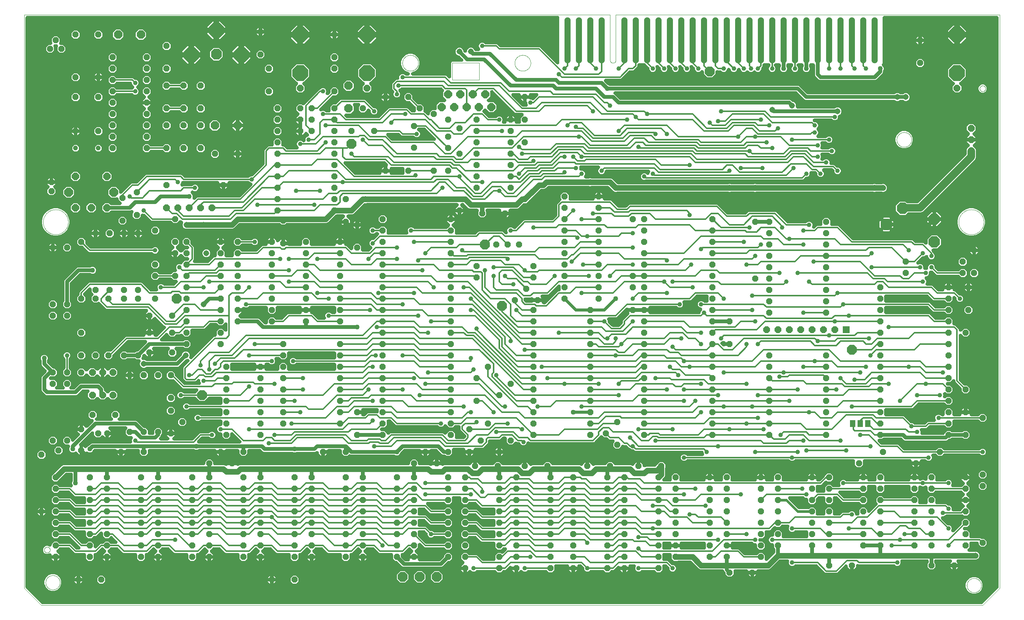
<source format=gtl>
G04 EAGLE Gerber RS-274X export*
G75*
%MOMM*%
%FSLAX34Y34*%
%LPD*%
%INTop Copper*%
%IPPOS*%
%AMOC8*
5,1,8,0,0,1.08239X$1,22.5*%
G01*
%ADD10C,0.000000*%
%ADD11P,2.749271X8X112.500000*%
%ADD12P,1.429621X8X112.500000*%
%ADD13P,1.429621X8X292.500000*%
%ADD14P,1.429621X8X202.500000*%
%ADD15P,2.749271X8X247.500000*%
%ADD16P,1.429621X8X22.500000*%
%ADD17P,2.061953X8X22.500000*%
%ADD18P,1.091049X8X202.500000*%
%ADD19P,1.649562X8X202.500000*%
%ADD20P,1.785944X8X202.500000*%
%ADD21P,2.110661X8X202.500000*%
%ADD22P,1.938236X8X202.500000*%
%ADD23P,1.649562X8X112.500000*%
%ADD24P,1.632244X8X292.500000*%
%ADD25R,1.508000X1.508000*%
%ADD26P,2.336880X8X202.500000*%
%ADD27P,2.336880X8X22.500000*%
%ADD28C,1.143000*%
%ADD29P,3.805683X8X202.500000*%
%ADD30P,1.632244X8X22.500000*%
%ADD31P,2.597736X8X22.500000*%
%ADD32P,3.697444X8X22.500000*%
%ADD33P,2.061953X8X112.500000*%
%ADD34R,1.300000X1.500000*%
%ADD35C,1.308000*%
%ADD36C,1.108000*%
%ADD37C,0.812800*%
%ADD38C,0.304800*%
%ADD39C,1.270000*%
%ADD40C,1.016000*%
%ADD41C,0.609600*%
%ADD42C,0.711200*%
%ADD43C,1.008000*%
%ADD44C,1.676400*%

G36*
X2137275Y2545D02*
X2137275Y2545D01*
X2137335Y2543D01*
X2137559Y2565D01*
X2137783Y2581D01*
X2137842Y2593D01*
X2137902Y2599D01*
X2138120Y2653D01*
X2138340Y2700D01*
X2138397Y2720D01*
X2138455Y2735D01*
X2138664Y2818D01*
X2138875Y2896D01*
X2138929Y2924D01*
X2138985Y2946D01*
X2139179Y3058D01*
X2139378Y3164D01*
X2139426Y3200D01*
X2139479Y3230D01*
X2139570Y3305D01*
X2139838Y3501D01*
X2139999Y3658D01*
X2140088Y3731D01*
X2174319Y37962D01*
X2174359Y38008D01*
X2174403Y38049D01*
X2174545Y38223D01*
X2174693Y38392D01*
X2174726Y38443D01*
X2174764Y38490D01*
X2174881Y38682D01*
X2175003Y38871D01*
X2175028Y38925D01*
X2175059Y38977D01*
X2175148Y39183D01*
X2175243Y39387D01*
X2175260Y39445D01*
X2175284Y39501D01*
X2175342Y39717D01*
X2175408Y39933D01*
X2175417Y39993D01*
X2175433Y40051D01*
X2175444Y40168D01*
X2175495Y40496D01*
X2175498Y40721D01*
X2175509Y40835D01*
X2175509Y1314196D01*
X2175493Y1314425D01*
X2175483Y1314656D01*
X2175473Y1314710D01*
X2175469Y1314764D01*
X2175421Y1314990D01*
X2175379Y1315216D01*
X2175362Y1315268D01*
X2175350Y1315322D01*
X2175271Y1315538D01*
X2175198Y1315756D01*
X2175173Y1315805D01*
X2175154Y1315857D01*
X2175046Y1316060D01*
X2174943Y1316265D01*
X2174912Y1316311D01*
X2174886Y1316359D01*
X2174750Y1316545D01*
X2174619Y1316734D01*
X2174582Y1316775D01*
X2174549Y1316819D01*
X2174389Y1316984D01*
X2174233Y1317153D01*
X2174190Y1317188D01*
X2174152Y1317227D01*
X2173970Y1317368D01*
X2173792Y1317514D01*
X2173744Y1317542D01*
X2173701Y1317576D01*
X2173501Y1317690D01*
X2173304Y1317809D01*
X2173254Y1317831D01*
X2173206Y1317858D01*
X2172992Y1317943D01*
X2172781Y1318034D01*
X2172728Y1318048D01*
X2172677Y1318068D01*
X2172452Y1318123D01*
X2172231Y1318183D01*
X2172187Y1318187D01*
X2172123Y1318203D01*
X2171556Y1318258D01*
X2171490Y1318255D01*
X2171446Y1318259D01*
X1920811Y1318259D01*
X1920582Y1318243D01*
X1920352Y1318233D01*
X1920298Y1318223D01*
X1920243Y1318219D01*
X1920018Y1318171D01*
X1919792Y1318129D01*
X1919740Y1318112D01*
X1919686Y1318100D01*
X1919470Y1318021D01*
X1919252Y1317948D01*
X1919202Y1317923D01*
X1919151Y1317904D01*
X1918948Y1317796D01*
X1918742Y1317693D01*
X1918697Y1317662D01*
X1918648Y1317636D01*
X1918463Y1317500D01*
X1918273Y1317369D01*
X1918233Y1317332D01*
X1918189Y1317299D01*
X1918024Y1317139D01*
X1917854Y1316983D01*
X1917820Y1316940D01*
X1917780Y1316902D01*
X1917640Y1316720D01*
X1917494Y1316542D01*
X1917465Y1316494D01*
X1917432Y1316451D01*
X1917318Y1316251D01*
X1917198Y1316054D01*
X1917177Y1316004D01*
X1917149Y1315956D01*
X1917064Y1315742D01*
X1916974Y1315531D01*
X1916959Y1315478D01*
X1916939Y1315427D01*
X1916885Y1315202D01*
X1916825Y1314981D01*
X1916820Y1314937D01*
X1916805Y1314873D01*
X1916750Y1314306D01*
X1916753Y1314240D01*
X1916748Y1314196D01*
X1916748Y1212587D01*
X1916059Y1211897D01*
X1915907Y1211723D01*
X1915752Y1211554D01*
X1915721Y1211509D01*
X1915685Y1211467D01*
X1915560Y1211274D01*
X1915429Y1211084D01*
X1915405Y1211035D01*
X1915375Y1210989D01*
X1915278Y1210780D01*
X1915176Y1210574D01*
X1915158Y1210522D01*
X1915135Y1210472D01*
X1915068Y1210251D01*
X1914996Y1210033D01*
X1914986Y1209979D01*
X1914970Y1209927D01*
X1914935Y1209699D01*
X1914893Y1209473D01*
X1914891Y1209418D01*
X1914883Y1209364D01*
X1914880Y1209134D01*
X1914870Y1208903D01*
X1914876Y1208849D01*
X1914875Y1208794D01*
X1914904Y1208566D01*
X1914927Y1208336D01*
X1914940Y1208283D01*
X1914947Y1208229D01*
X1915008Y1208007D01*
X1915063Y1207783D01*
X1915083Y1207732D01*
X1915098Y1207679D01*
X1915189Y1207468D01*
X1915274Y1207254D01*
X1915302Y1207206D01*
X1915323Y1207156D01*
X1915443Y1206960D01*
X1915558Y1206760D01*
X1915586Y1206725D01*
X1915620Y1206670D01*
X1915982Y1206229D01*
X1916030Y1206185D01*
X1916059Y1206151D01*
X1917770Y1204440D01*
X1918923Y1201656D01*
X1918923Y1198644D01*
X1917756Y1195827D01*
X1917719Y1195715D01*
X1917672Y1195607D01*
X1917628Y1195445D01*
X1917575Y1195287D01*
X1917554Y1195171D01*
X1917523Y1195057D01*
X1917512Y1194943D01*
X1917472Y1194726D01*
X1917458Y1194388D01*
X1917447Y1194272D01*
X1917447Y1192587D01*
X1916519Y1190346D01*
X1902104Y1175931D01*
X1899863Y1175003D01*
X1776787Y1175003D01*
X1774546Y1175931D01*
X1766481Y1183996D01*
X1765553Y1186237D01*
X1765553Y1208151D01*
X1765537Y1208380D01*
X1765527Y1208611D01*
X1765517Y1208665D01*
X1765513Y1208719D01*
X1765465Y1208945D01*
X1765423Y1209171D01*
X1765406Y1209223D01*
X1765394Y1209277D01*
X1765315Y1209493D01*
X1765242Y1209711D01*
X1765217Y1209760D01*
X1765198Y1209812D01*
X1765090Y1210015D01*
X1764987Y1210220D01*
X1764956Y1210266D01*
X1764930Y1210314D01*
X1764794Y1210500D01*
X1764663Y1210689D01*
X1764626Y1210730D01*
X1764593Y1210774D01*
X1764433Y1210939D01*
X1764277Y1211108D01*
X1764234Y1211143D01*
X1764196Y1211182D01*
X1764014Y1211323D01*
X1763836Y1211469D01*
X1763788Y1211497D01*
X1763745Y1211531D01*
X1763545Y1211645D01*
X1763348Y1211764D01*
X1763298Y1211786D01*
X1763250Y1211813D01*
X1763036Y1211898D01*
X1762825Y1211989D01*
X1762772Y1212003D01*
X1762721Y1212023D01*
X1762496Y1212078D01*
X1762275Y1212138D01*
X1762231Y1212142D01*
X1762167Y1212158D01*
X1761600Y1212213D01*
X1761534Y1212210D01*
X1761490Y1212214D01*
X1756410Y1212214D01*
X1756181Y1212198D01*
X1755950Y1212188D01*
X1755896Y1212178D01*
X1755842Y1212174D01*
X1755616Y1212126D01*
X1755390Y1212084D01*
X1755338Y1212067D01*
X1755284Y1212055D01*
X1755068Y1211976D01*
X1754850Y1211903D01*
X1754801Y1211878D01*
X1754749Y1211859D01*
X1754546Y1211751D01*
X1754341Y1211648D01*
X1754295Y1211617D01*
X1754247Y1211591D01*
X1754061Y1211455D01*
X1753872Y1211324D01*
X1753831Y1211287D01*
X1753787Y1211254D01*
X1753622Y1211094D01*
X1753453Y1210938D01*
X1753418Y1210895D01*
X1753379Y1210857D01*
X1753238Y1210675D01*
X1753092Y1210497D01*
X1753064Y1210449D01*
X1753030Y1210406D01*
X1752916Y1210206D01*
X1752797Y1210009D01*
X1752775Y1209959D01*
X1752748Y1209911D01*
X1752663Y1209697D01*
X1752572Y1209486D01*
X1752558Y1209433D01*
X1752538Y1209382D01*
X1752483Y1209157D01*
X1752423Y1208936D01*
X1752419Y1208892D01*
X1752403Y1208828D01*
X1752348Y1208261D01*
X1752351Y1208195D01*
X1752347Y1208151D01*
X1752347Y1206028D01*
X1752355Y1205910D01*
X1752354Y1205792D01*
X1752375Y1205627D01*
X1752387Y1205460D01*
X1752411Y1205344D01*
X1752426Y1205227D01*
X1752460Y1205118D01*
X1752506Y1204902D01*
X1752622Y1204584D01*
X1752656Y1204473D01*
X1752975Y1203703D01*
X1753823Y1201656D01*
X1753823Y1198644D01*
X1752670Y1195860D01*
X1750540Y1193730D01*
X1747756Y1192577D01*
X1744744Y1192577D01*
X1741960Y1193730D01*
X1739830Y1195860D01*
X1738677Y1198644D01*
X1738677Y1201656D01*
X1739844Y1204473D01*
X1739881Y1204585D01*
X1739928Y1204693D01*
X1739972Y1204855D01*
X1740025Y1205013D01*
X1740046Y1205129D01*
X1740077Y1205243D01*
X1740088Y1205357D01*
X1740128Y1205574D01*
X1740142Y1205912D01*
X1740153Y1206028D01*
X1740153Y1208151D01*
X1740137Y1208380D01*
X1740127Y1208611D01*
X1740117Y1208665D01*
X1740113Y1208719D01*
X1740065Y1208945D01*
X1740023Y1209171D01*
X1740006Y1209223D01*
X1739994Y1209277D01*
X1739915Y1209493D01*
X1739842Y1209711D01*
X1739817Y1209760D01*
X1739798Y1209812D01*
X1739690Y1210015D01*
X1739587Y1210220D01*
X1739556Y1210266D01*
X1739530Y1210314D01*
X1739394Y1210500D01*
X1739263Y1210689D01*
X1739226Y1210730D01*
X1739193Y1210774D01*
X1739033Y1210939D01*
X1738877Y1211108D01*
X1738834Y1211143D01*
X1738796Y1211182D01*
X1738614Y1211323D01*
X1738436Y1211469D01*
X1738388Y1211497D01*
X1738345Y1211531D01*
X1738145Y1211645D01*
X1737948Y1211764D01*
X1737898Y1211786D01*
X1737850Y1211813D01*
X1737636Y1211898D01*
X1737425Y1211989D01*
X1737372Y1212003D01*
X1737321Y1212023D01*
X1737096Y1212078D01*
X1736875Y1212138D01*
X1736831Y1212142D01*
X1736767Y1212158D01*
X1736200Y1212213D01*
X1736134Y1212210D01*
X1736090Y1212214D01*
X1728598Y1212214D01*
X1728483Y1212206D01*
X1728367Y1212208D01*
X1728199Y1212186D01*
X1728029Y1212174D01*
X1727916Y1212150D01*
X1727802Y1212136D01*
X1727638Y1212091D01*
X1727472Y1212055D01*
X1727364Y1212016D01*
X1727253Y1211985D01*
X1727097Y1211918D01*
X1726937Y1211859D01*
X1726835Y1211805D01*
X1726730Y1211759D01*
X1726585Y1211671D01*
X1726435Y1211591D01*
X1726342Y1211523D01*
X1726243Y1211463D01*
X1726112Y1211355D01*
X1725975Y1211254D01*
X1725892Y1211174D01*
X1725803Y1211101D01*
X1725688Y1210975D01*
X1725566Y1210857D01*
X1725496Y1210766D01*
X1725418Y1210681D01*
X1725322Y1210541D01*
X1725218Y1210406D01*
X1725161Y1210306D01*
X1725095Y1210211D01*
X1725020Y1210059D01*
X1724935Y1209911D01*
X1724893Y1209804D01*
X1724842Y1209701D01*
X1724788Y1209540D01*
X1724725Y1209382D01*
X1724698Y1209269D01*
X1724662Y1209160D01*
X1724631Y1208993D01*
X1724591Y1208828D01*
X1724580Y1208713D01*
X1724559Y1208600D01*
X1724552Y1208430D01*
X1724536Y1208261D01*
X1724541Y1208145D01*
X1724536Y1208030D01*
X1724553Y1207861D01*
X1724560Y1207691D01*
X1724582Y1207578D01*
X1724593Y1207463D01*
X1724633Y1207298D01*
X1724664Y1207131D01*
X1724701Y1207022D01*
X1724729Y1206910D01*
X1724792Y1206752D01*
X1724846Y1206591D01*
X1724897Y1206488D01*
X1724940Y1206381D01*
X1725025Y1206234D01*
X1725101Y1206082D01*
X1725166Y1205987D01*
X1725224Y1205887D01*
X1725297Y1205798D01*
X1725425Y1205613D01*
X1725650Y1205369D01*
X1725725Y1205278D01*
X1726846Y1204156D01*
X1727923Y1201557D01*
X1727923Y1198743D01*
X1726846Y1196144D01*
X1724856Y1194154D01*
X1722257Y1193077D01*
X1719443Y1193077D01*
X1716844Y1194154D01*
X1714854Y1196144D01*
X1713777Y1198743D01*
X1713777Y1201557D01*
X1714854Y1204156D01*
X1715975Y1205278D01*
X1716051Y1205365D01*
X1716134Y1205445D01*
X1716238Y1205580D01*
X1716349Y1205708D01*
X1716412Y1205805D01*
X1716482Y1205896D01*
X1716567Y1206044D01*
X1716659Y1206186D01*
X1716707Y1206291D01*
X1716765Y1206391D01*
X1716827Y1206549D01*
X1716899Y1206703D01*
X1716932Y1206813D01*
X1716975Y1206920D01*
X1717015Y1207086D01*
X1717064Y1207248D01*
X1717082Y1207362D01*
X1717109Y1207474D01*
X1717125Y1207644D01*
X1717151Y1207811D01*
X1717153Y1207926D01*
X1717164Y1208041D01*
X1717157Y1208211D01*
X1717159Y1208381D01*
X1717145Y1208495D01*
X1717140Y1208611D01*
X1717109Y1208778D01*
X1717087Y1208946D01*
X1717057Y1209058D01*
X1717036Y1209171D01*
X1716981Y1209332D01*
X1716937Y1209496D01*
X1716891Y1209602D01*
X1716854Y1209711D01*
X1716778Y1209863D01*
X1716711Y1210019D01*
X1716651Y1210117D01*
X1716599Y1210220D01*
X1716502Y1210361D01*
X1716414Y1210505D01*
X1716341Y1210594D01*
X1716275Y1210689D01*
X1716160Y1210814D01*
X1716052Y1210946D01*
X1715967Y1211023D01*
X1715889Y1211108D01*
X1715757Y1211216D01*
X1715632Y1211331D01*
X1715537Y1211396D01*
X1715448Y1211469D01*
X1715303Y1211557D01*
X1715162Y1211653D01*
X1715059Y1211705D01*
X1714961Y1211764D01*
X1714805Y1211831D01*
X1714652Y1211907D01*
X1714543Y1211943D01*
X1714437Y1211989D01*
X1714273Y1212033D01*
X1714112Y1212087D01*
X1713998Y1212108D01*
X1713887Y1212138D01*
X1713772Y1212149D01*
X1713551Y1212189D01*
X1713220Y1212203D01*
X1713102Y1212214D01*
X1705610Y1212214D01*
X1705381Y1212198D01*
X1705150Y1212188D01*
X1705096Y1212178D01*
X1705042Y1212174D01*
X1704816Y1212126D01*
X1704590Y1212084D01*
X1704538Y1212067D01*
X1704484Y1212055D01*
X1704268Y1211976D01*
X1704050Y1211903D01*
X1704001Y1211878D01*
X1703949Y1211859D01*
X1703746Y1211751D01*
X1703541Y1211648D01*
X1703495Y1211617D01*
X1703447Y1211591D01*
X1703261Y1211455D01*
X1703072Y1211324D01*
X1703031Y1211287D01*
X1702987Y1211254D01*
X1702822Y1211094D01*
X1702653Y1210938D01*
X1702618Y1210895D01*
X1702579Y1210857D01*
X1702438Y1210675D01*
X1702292Y1210497D01*
X1702264Y1210449D01*
X1702230Y1210406D01*
X1702116Y1210206D01*
X1701997Y1210009D01*
X1701975Y1209959D01*
X1701948Y1209911D01*
X1701863Y1209697D01*
X1701772Y1209486D01*
X1701758Y1209433D01*
X1701738Y1209382D01*
X1701683Y1209157D01*
X1701623Y1208936D01*
X1701619Y1208892D01*
X1701603Y1208828D01*
X1701548Y1208261D01*
X1701551Y1208195D01*
X1701547Y1208151D01*
X1701547Y1206028D01*
X1701555Y1205910D01*
X1701554Y1205792D01*
X1701575Y1205627D01*
X1701587Y1205460D01*
X1701611Y1205344D01*
X1701626Y1205227D01*
X1701660Y1205118D01*
X1701706Y1204902D01*
X1701822Y1204584D01*
X1701856Y1204473D01*
X1702175Y1203703D01*
X1703023Y1201656D01*
X1703023Y1198644D01*
X1701870Y1195860D01*
X1699740Y1193730D01*
X1696956Y1192577D01*
X1693944Y1192577D01*
X1691160Y1193730D01*
X1689030Y1195860D01*
X1687877Y1198644D01*
X1687877Y1201656D01*
X1689044Y1204473D01*
X1689081Y1204585D01*
X1689128Y1204693D01*
X1689172Y1204855D01*
X1689225Y1205013D01*
X1689246Y1205129D01*
X1689277Y1205243D01*
X1689288Y1205357D01*
X1689328Y1205574D01*
X1689342Y1205912D01*
X1689353Y1206028D01*
X1689353Y1208151D01*
X1689337Y1208380D01*
X1689327Y1208611D01*
X1689317Y1208665D01*
X1689313Y1208719D01*
X1689265Y1208945D01*
X1689223Y1209171D01*
X1689206Y1209223D01*
X1689194Y1209277D01*
X1689115Y1209493D01*
X1689042Y1209711D01*
X1689017Y1209760D01*
X1688998Y1209812D01*
X1688890Y1210015D01*
X1688787Y1210220D01*
X1688756Y1210266D01*
X1688730Y1210314D01*
X1688594Y1210500D01*
X1688463Y1210689D01*
X1688426Y1210730D01*
X1688393Y1210774D01*
X1688233Y1210939D01*
X1688077Y1211108D01*
X1688034Y1211143D01*
X1687996Y1211182D01*
X1687814Y1211323D01*
X1687636Y1211469D01*
X1687588Y1211497D01*
X1687545Y1211531D01*
X1687345Y1211645D01*
X1687148Y1211764D01*
X1687098Y1211786D01*
X1687050Y1211813D01*
X1686836Y1211898D01*
X1686625Y1211989D01*
X1686572Y1212003D01*
X1686521Y1212023D01*
X1686296Y1212078D01*
X1686075Y1212138D01*
X1686031Y1212142D01*
X1685967Y1212158D01*
X1685400Y1212213D01*
X1685334Y1212210D01*
X1685290Y1212214D01*
X1677798Y1212214D01*
X1677683Y1212206D01*
X1677567Y1212208D01*
X1677399Y1212186D01*
X1677229Y1212174D01*
X1677116Y1212150D01*
X1677002Y1212136D01*
X1676838Y1212091D01*
X1676672Y1212055D01*
X1676564Y1212016D01*
X1676453Y1211985D01*
X1676297Y1211918D01*
X1676137Y1211859D01*
X1676035Y1211805D01*
X1675930Y1211759D01*
X1675785Y1211671D01*
X1675635Y1211591D01*
X1675542Y1211523D01*
X1675443Y1211463D01*
X1675312Y1211355D01*
X1675175Y1211254D01*
X1675092Y1211174D01*
X1675003Y1211101D01*
X1674888Y1210975D01*
X1674766Y1210857D01*
X1674696Y1210766D01*
X1674618Y1210681D01*
X1674522Y1210541D01*
X1674418Y1210406D01*
X1674361Y1210306D01*
X1674295Y1210211D01*
X1674220Y1210059D01*
X1674135Y1209911D01*
X1674093Y1209804D01*
X1674042Y1209701D01*
X1673988Y1209540D01*
X1673925Y1209382D01*
X1673898Y1209269D01*
X1673862Y1209160D01*
X1673831Y1208993D01*
X1673791Y1208828D01*
X1673780Y1208713D01*
X1673759Y1208600D01*
X1673752Y1208430D01*
X1673736Y1208261D01*
X1673741Y1208145D01*
X1673736Y1208030D01*
X1673753Y1207861D01*
X1673760Y1207691D01*
X1673782Y1207578D01*
X1673793Y1207463D01*
X1673833Y1207298D01*
X1673864Y1207131D01*
X1673901Y1207022D01*
X1673929Y1206910D01*
X1673992Y1206752D01*
X1674046Y1206591D01*
X1674097Y1206488D01*
X1674140Y1206381D01*
X1674225Y1206234D01*
X1674301Y1206082D01*
X1674366Y1205987D01*
X1674424Y1205887D01*
X1674497Y1205798D01*
X1674625Y1205613D01*
X1674850Y1205369D01*
X1674925Y1205278D01*
X1676046Y1204156D01*
X1677123Y1201557D01*
X1677123Y1198743D01*
X1676046Y1196144D01*
X1674056Y1194154D01*
X1671457Y1193077D01*
X1668643Y1193077D01*
X1666044Y1194154D01*
X1664054Y1196144D01*
X1662977Y1198743D01*
X1662977Y1201557D01*
X1664054Y1204156D01*
X1665175Y1205278D01*
X1665251Y1205365D01*
X1665334Y1205445D01*
X1665438Y1205580D01*
X1665549Y1205708D01*
X1665612Y1205805D01*
X1665682Y1205896D01*
X1665767Y1206044D01*
X1665859Y1206186D01*
X1665907Y1206291D01*
X1665965Y1206391D01*
X1666027Y1206549D01*
X1666099Y1206703D01*
X1666132Y1206813D01*
X1666175Y1206920D01*
X1666215Y1207086D01*
X1666264Y1207248D01*
X1666282Y1207362D01*
X1666309Y1207474D01*
X1666325Y1207644D01*
X1666351Y1207811D01*
X1666353Y1207926D01*
X1666364Y1208041D01*
X1666357Y1208211D01*
X1666359Y1208381D01*
X1666345Y1208495D01*
X1666340Y1208611D01*
X1666309Y1208778D01*
X1666287Y1208946D01*
X1666257Y1209058D01*
X1666236Y1209171D01*
X1666181Y1209332D01*
X1666137Y1209496D01*
X1666091Y1209602D01*
X1666054Y1209711D01*
X1665978Y1209863D01*
X1665911Y1210019D01*
X1665851Y1210117D01*
X1665799Y1210220D01*
X1665702Y1210361D01*
X1665614Y1210505D01*
X1665541Y1210594D01*
X1665475Y1210689D01*
X1665360Y1210814D01*
X1665252Y1210946D01*
X1665167Y1211023D01*
X1665089Y1211108D01*
X1664957Y1211216D01*
X1664832Y1211331D01*
X1664737Y1211396D01*
X1664648Y1211469D01*
X1664503Y1211557D01*
X1664362Y1211653D01*
X1664259Y1211705D01*
X1664161Y1211764D01*
X1664005Y1211831D01*
X1663852Y1211907D01*
X1663743Y1211943D01*
X1663637Y1211989D01*
X1663473Y1212033D01*
X1663312Y1212087D01*
X1663198Y1212108D01*
X1663087Y1212138D01*
X1662972Y1212149D01*
X1662751Y1212189D01*
X1662420Y1212203D01*
X1662302Y1212214D01*
X1652270Y1212214D01*
X1652041Y1212198D01*
X1651810Y1212188D01*
X1651756Y1212178D01*
X1651702Y1212174D01*
X1651476Y1212126D01*
X1651250Y1212084D01*
X1651198Y1212067D01*
X1651144Y1212055D01*
X1650928Y1211976D01*
X1650710Y1211903D01*
X1650661Y1211878D01*
X1650609Y1211859D01*
X1650406Y1211751D01*
X1650201Y1211648D01*
X1650155Y1211617D01*
X1650107Y1211591D01*
X1649921Y1211455D01*
X1649732Y1211324D01*
X1649691Y1211287D01*
X1649647Y1211254D01*
X1649482Y1211094D01*
X1649313Y1210938D01*
X1649278Y1210895D01*
X1649239Y1210857D01*
X1649098Y1210675D01*
X1648952Y1210497D01*
X1648924Y1210449D01*
X1648890Y1210406D01*
X1648776Y1210206D01*
X1648657Y1210009D01*
X1648635Y1209959D01*
X1648608Y1209911D01*
X1648523Y1209697D01*
X1648432Y1209486D01*
X1648418Y1209433D01*
X1648398Y1209382D01*
X1648343Y1209157D01*
X1648283Y1208936D01*
X1648279Y1208892D01*
X1648263Y1208828D01*
X1648208Y1208261D01*
X1648211Y1208195D01*
X1648207Y1208151D01*
X1648207Y1205793D01*
X1647665Y1204485D01*
X1646563Y1203383D01*
X1646523Y1203337D01*
X1646479Y1203296D01*
X1646337Y1203122D01*
X1646189Y1202953D01*
X1646156Y1202902D01*
X1646118Y1202855D01*
X1646001Y1202663D01*
X1645879Y1202474D01*
X1645854Y1202420D01*
X1645823Y1202368D01*
X1645734Y1202162D01*
X1645639Y1201958D01*
X1645622Y1201900D01*
X1645598Y1201844D01*
X1645540Y1201628D01*
X1645474Y1201412D01*
X1645465Y1201353D01*
X1645449Y1201294D01*
X1645438Y1201177D01*
X1645387Y1200849D01*
X1645384Y1200624D01*
X1645373Y1200510D01*
X1645373Y1198743D01*
X1644296Y1196144D01*
X1642306Y1194154D01*
X1639707Y1193077D01*
X1636893Y1193077D01*
X1634294Y1194154D01*
X1633236Y1195212D01*
X1633062Y1195363D01*
X1632892Y1195519D01*
X1632847Y1195550D01*
X1632806Y1195586D01*
X1632613Y1195711D01*
X1632423Y1195841D01*
X1632373Y1195866D01*
X1632327Y1195895D01*
X1632119Y1195992D01*
X1631912Y1196095D01*
X1631860Y1196112D01*
X1631811Y1196135D01*
X1631590Y1196202D01*
X1631372Y1196275D01*
X1631318Y1196285D01*
X1631265Y1196301D01*
X1631038Y1196336D01*
X1630811Y1196377D01*
X1630756Y1196379D01*
X1630702Y1196388D01*
X1630473Y1196391D01*
X1630242Y1196400D01*
X1630187Y1196395D01*
X1630132Y1196396D01*
X1629904Y1196366D01*
X1629675Y1196343D01*
X1629622Y1196330D01*
X1629567Y1196323D01*
X1629345Y1196263D01*
X1629122Y1196208D01*
X1629071Y1196188D01*
X1629018Y1196173D01*
X1628806Y1196082D01*
X1628593Y1195996D01*
X1628545Y1195969D01*
X1628494Y1195947D01*
X1628298Y1195827D01*
X1628098Y1195713D01*
X1628064Y1195685D01*
X1628008Y1195650D01*
X1627568Y1195289D01*
X1627524Y1195240D01*
X1627489Y1195212D01*
X1626431Y1194154D01*
X1623832Y1193077D01*
X1621018Y1193077D01*
X1618419Y1194154D01*
X1617361Y1195212D01*
X1617187Y1195363D01*
X1617017Y1195519D01*
X1616972Y1195550D01*
X1616931Y1195586D01*
X1616738Y1195711D01*
X1616548Y1195841D01*
X1616498Y1195866D01*
X1616452Y1195895D01*
X1616244Y1195992D01*
X1616037Y1196095D01*
X1615985Y1196112D01*
X1615936Y1196135D01*
X1615715Y1196202D01*
X1615497Y1196275D01*
X1615443Y1196285D01*
X1615390Y1196301D01*
X1615163Y1196336D01*
X1614936Y1196377D01*
X1614881Y1196379D01*
X1614827Y1196388D01*
X1614598Y1196391D01*
X1614367Y1196400D01*
X1614312Y1196395D01*
X1614257Y1196396D01*
X1614029Y1196366D01*
X1613800Y1196343D01*
X1613747Y1196330D01*
X1613692Y1196323D01*
X1613470Y1196263D01*
X1613247Y1196208D01*
X1613196Y1196188D01*
X1613143Y1196173D01*
X1612931Y1196082D01*
X1612718Y1195996D01*
X1612670Y1195969D01*
X1612619Y1195947D01*
X1612423Y1195827D01*
X1612223Y1195713D01*
X1612189Y1195685D01*
X1612133Y1195650D01*
X1611693Y1195289D01*
X1611649Y1195240D01*
X1611614Y1195212D01*
X1610556Y1194154D01*
X1607957Y1193077D01*
X1605143Y1193077D01*
X1602544Y1194154D01*
X1600554Y1196144D01*
X1599191Y1199433D01*
X1599140Y1199536D01*
X1599097Y1199643D01*
X1599013Y1199791D01*
X1598937Y1199943D01*
X1598872Y1200038D01*
X1598814Y1200138D01*
X1598710Y1200272D01*
X1598614Y1200412D01*
X1598536Y1200497D01*
X1598465Y1200588D01*
X1598343Y1200706D01*
X1598228Y1200832D01*
X1598139Y1200905D01*
X1598056Y1200985D01*
X1597919Y1201085D01*
X1597788Y1201193D01*
X1597689Y1201253D01*
X1597596Y1201321D01*
X1597446Y1201401D01*
X1597301Y1201489D01*
X1597195Y1201535D01*
X1597093Y1201589D01*
X1596933Y1201647D01*
X1596777Y1201714D01*
X1596666Y1201745D01*
X1596558Y1201784D01*
X1596392Y1201819D01*
X1596228Y1201864D01*
X1596113Y1201878D01*
X1596000Y1201902D01*
X1595831Y1201914D01*
X1595662Y1201935D01*
X1595547Y1201934D01*
X1595432Y1201941D01*
X1595262Y1201929D01*
X1595092Y1201927D01*
X1594979Y1201909D01*
X1594864Y1201901D01*
X1594697Y1201865D01*
X1594530Y1201839D01*
X1594419Y1201805D01*
X1594307Y1201781D01*
X1594147Y1201722D01*
X1593984Y1201673D01*
X1593880Y1201624D01*
X1593772Y1201584D01*
X1593622Y1201504D01*
X1593468Y1201432D01*
X1593371Y1201369D01*
X1593270Y1201315D01*
X1593133Y1201214D01*
X1592990Y1201122D01*
X1592903Y1201046D01*
X1592810Y1200978D01*
X1592689Y1200859D01*
X1592561Y1200748D01*
X1592485Y1200660D01*
X1592403Y1200580D01*
X1592299Y1200445D01*
X1592187Y1200317D01*
X1592125Y1200220D01*
X1592054Y1200129D01*
X1592000Y1200027D01*
X1591878Y1199838D01*
X1591739Y1199537D01*
X1591684Y1199433D01*
X1590321Y1196144D01*
X1588331Y1194154D01*
X1585732Y1193077D01*
X1582918Y1193077D01*
X1580319Y1194154D01*
X1578329Y1196144D01*
X1576966Y1199433D01*
X1576915Y1199536D01*
X1576872Y1199643D01*
X1576788Y1199791D01*
X1576712Y1199943D01*
X1576647Y1200038D01*
X1576589Y1200138D01*
X1576485Y1200272D01*
X1576389Y1200412D01*
X1576311Y1200497D01*
X1576240Y1200588D01*
X1576118Y1200706D01*
X1576003Y1200832D01*
X1575914Y1200905D01*
X1575831Y1200985D01*
X1575694Y1201085D01*
X1575563Y1201193D01*
X1575464Y1201253D01*
X1575371Y1201321D01*
X1575221Y1201401D01*
X1575076Y1201489D01*
X1574970Y1201534D01*
X1574868Y1201589D01*
X1574708Y1201647D01*
X1574552Y1201714D01*
X1574441Y1201744D01*
X1574333Y1201784D01*
X1574166Y1201819D01*
X1574003Y1201864D01*
X1573888Y1201878D01*
X1573776Y1201902D01*
X1573606Y1201914D01*
X1573437Y1201935D01*
X1573322Y1201934D01*
X1573207Y1201941D01*
X1573038Y1201929D01*
X1572868Y1201927D01*
X1572754Y1201909D01*
X1572639Y1201901D01*
X1572473Y1201865D01*
X1572305Y1201839D01*
X1572194Y1201805D01*
X1572082Y1201781D01*
X1571922Y1201722D01*
X1571760Y1201673D01*
X1571655Y1201624D01*
X1571547Y1201584D01*
X1571397Y1201504D01*
X1571243Y1201432D01*
X1571146Y1201369D01*
X1571045Y1201315D01*
X1570908Y1201214D01*
X1570765Y1201122D01*
X1570678Y1201046D01*
X1570585Y1200978D01*
X1570464Y1200859D01*
X1570336Y1200748D01*
X1570260Y1200660D01*
X1570178Y1200580D01*
X1570074Y1200445D01*
X1569962Y1200317D01*
X1569900Y1200220D01*
X1569830Y1200129D01*
X1569775Y1200027D01*
X1569653Y1199838D01*
X1569514Y1199537D01*
X1569459Y1199433D01*
X1568096Y1196144D01*
X1566106Y1194154D01*
X1563507Y1193077D01*
X1560693Y1193077D01*
X1558094Y1194154D01*
X1556844Y1195403D01*
X1556799Y1195443D01*
X1556758Y1195487D01*
X1556584Y1195629D01*
X1556414Y1195777D01*
X1556364Y1195810D01*
X1556317Y1195848D01*
X1556125Y1195965D01*
X1555936Y1196087D01*
X1555881Y1196112D01*
X1555830Y1196143D01*
X1555623Y1196232D01*
X1555419Y1196327D01*
X1555361Y1196344D01*
X1555306Y1196368D01*
X1555089Y1196426D01*
X1554874Y1196492D01*
X1554814Y1196501D01*
X1554756Y1196517D01*
X1554639Y1196528D01*
X1554311Y1196579D01*
X1554086Y1196582D01*
X1553971Y1196593D01*
X1548668Y1196593D01*
X1548632Y1196605D01*
X1548472Y1196669D01*
X1548362Y1196695D01*
X1548256Y1196731D01*
X1548086Y1196762D01*
X1547918Y1196803D01*
X1547806Y1196814D01*
X1547695Y1196834D01*
X1547523Y1196841D01*
X1547351Y1196858D01*
X1547238Y1196853D01*
X1547126Y1196858D01*
X1546954Y1196841D01*
X1546781Y1196834D01*
X1546671Y1196813D01*
X1546559Y1196802D01*
X1546391Y1196761D01*
X1546221Y1196730D01*
X1546115Y1196694D01*
X1546005Y1196667D01*
X1545845Y1196603D01*
X1545681Y1196548D01*
X1545580Y1196498D01*
X1545476Y1196456D01*
X1545326Y1196371D01*
X1545172Y1196293D01*
X1545079Y1196229D01*
X1544981Y1196173D01*
X1544845Y1196068D01*
X1544703Y1195969D01*
X1544620Y1195893D01*
X1544531Y1195824D01*
X1544411Y1195700D01*
X1544284Y1195583D01*
X1544213Y1195496D01*
X1544134Y1195415D01*
X1544033Y1195276D01*
X1543923Y1195142D01*
X1543865Y1195046D01*
X1543799Y1194955D01*
X1543717Y1194803D01*
X1543628Y1194655D01*
X1543583Y1194552D01*
X1543530Y1194452D01*
X1543471Y1194290D01*
X1543403Y1194131D01*
X1543374Y1194023D01*
X1543335Y1193917D01*
X1543299Y1193748D01*
X1543254Y1193581D01*
X1543246Y1193496D01*
X1543217Y1193360D01*
X1543179Y1192809D01*
X1543178Y1192796D01*
X1543178Y1188487D01*
X1535663Y1180972D01*
X1525037Y1180972D01*
X1517522Y1188487D01*
X1517522Y1192910D01*
X1517514Y1193025D01*
X1517516Y1193141D01*
X1517494Y1193309D01*
X1517482Y1193479D01*
X1517458Y1193592D01*
X1517444Y1193706D01*
X1517399Y1193870D01*
X1517363Y1194036D01*
X1517324Y1194144D01*
X1517293Y1194255D01*
X1517226Y1194411D01*
X1517167Y1194571D01*
X1517113Y1194673D01*
X1517067Y1194778D01*
X1516979Y1194924D01*
X1516899Y1195073D01*
X1516831Y1195166D01*
X1516771Y1195265D01*
X1516663Y1195396D01*
X1516562Y1195533D01*
X1516482Y1195616D01*
X1516409Y1195705D01*
X1516283Y1195820D01*
X1516165Y1195942D01*
X1516074Y1196012D01*
X1515989Y1196090D01*
X1515849Y1196186D01*
X1515714Y1196290D01*
X1515614Y1196347D01*
X1515519Y1196413D01*
X1515367Y1196488D01*
X1515219Y1196573D01*
X1515112Y1196615D01*
X1515009Y1196666D01*
X1514848Y1196720D01*
X1514690Y1196783D01*
X1514577Y1196810D01*
X1514468Y1196846D01*
X1514301Y1196877D01*
X1514136Y1196917D01*
X1514021Y1196928D01*
X1513908Y1196949D01*
X1513738Y1196956D01*
X1513569Y1196972D01*
X1513454Y1196967D01*
X1513338Y1196972D01*
X1513169Y1196955D01*
X1512999Y1196948D01*
X1512886Y1196926D01*
X1512771Y1196915D01*
X1512606Y1196875D01*
X1512439Y1196844D01*
X1512330Y1196807D01*
X1512218Y1196779D01*
X1512060Y1196716D01*
X1511899Y1196662D01*
X1511796Y1196611D01*
X1511689Y1196568D01*
X1511542Y1196483D01*
X1511390Y1196407D01*
X1511295Y1196342D01*
X1511195Y1196284D01*
X1511106Y1196211D01*
X1510921Y1196083D01*
X1510677Y1195858D01*
X1510586Y1195783D01*
X1508956Y1194154D01*
X1506357Y1193077D01*
X1503543Y1193077D01*
X1500944Y1194154D01*
X1498954Y1196144D01*
X1497877Y1198743D01*
X1497877Y1200510D01*
X1497873Y1200570D01*
X1497875Y1200630D01*
X1497853Y1200854D01*
X1497837Y1201078D01*
X1497825Y1201137D01*
X1497819Y1201197D01*
X1497765Y1201416D01*
X1497718Y1201635D01*
X1497698Y1201692D01*
X1497683Y1201751D01*
X1497600Y1201959D01*
X1497522Y1202170D01*
X1497494Y1202224D01*
X1497472Y1202280D01*
X1497360Y1202474D01*
X1497254Y1202673D01*
X1497218Y1202721D01*
X1497188Y1202774D01*
X1497113Y1202865D01*
X1496917Y1203133D01*
X1496760Y1203294D01*
X1496687Y1203383D01*
X1492659Y1207411D01*
X1492616Y1207449D01*
X1492577Y1207491D01*
X1492401Y1207635D01*
X1492229Y1207784D01*
X1492181Y1207816D01*
X1492136Y1207852D01*
X1491942Y1207971D01*
X1491751Y1208094D01*
X1491698Y1208119D01*
X1491649Y1208148D01*
X1491440Y1208238D01*
X1491234Y1208334D01*
X1491179Y1208351D01*
X1491126Y1208374D01*
X1490906Y1208434D01*
X1490689Y1208499D01*
X1490632Y1208508D01*
X1490576Y1208523D01*
X1490350Y1208552D01*
X1490126Y1208587D01*
X1490068Y1208587D01*
X1490011Y1208595D01*
X1489783Y1208591D01*
X1489556Y1208594D01*
X1489499Y1208587D01*
X1489441Y1208586D01*
X1489217Y1208551D01*
X1488991Y1208522D01*
X1488935Y1208507D01*
X1488878Y1208498D01*
X1488661Y1208432D01*
X1488441Y1208372D01*
X1488388Y1208349D01*
X1488333Y1208332D01*
X1488127Y1208236D01*
X1487918Y1208146D01*
X1487869Y1208116D01*
X1487816Y1208092D01*
X1487626Y1207968D01*
X1487432Y1207849D01*
X1487387Y1207813D01*
X1487339Y1207781D01*
X1487167Y1207631D01*
X1486992Y1207487D01*
X1486953Y1207445D01*
X1486909Y1207407D01*
X1486760Y1207235D01*
X1486606Y1207067D01*
X1486574Y1207020D01*
X1486536Y1206976D01*
X1486412Y1206785D01*
X1486284Y1206598D01*
X1486258Y1206546D01*
X1486227Y1206498D01*
X1486131Y1206291D01*
X1486030Y1206088D01*
X1486012Y1206033D01*
X1485988Y1205980D01*
X1485922Y1205763D01*
X1485850Y1205547D01*
X1485840Y1205490D01*
X1485823Y1205435D01*
X1485789Y1205210D01*
X1485748Y1204986D01*
X1485745Y1204929D01*
X1485737Y1204872D01*
X1485734Y1204645D01*
X1485725Y1204417D01*
X1485730Y1204360D01*
X1485730Y1204302D01*
X1485759Y1204077D01*
X1485781Y1203850D01*
X1485795Y1203794D01*
X1485803Y1203737D01*
X1485836Y1203626D01*
X1485917Y1203297D01*
X1485999Y1203092D01*
X1486032Y1202983D01*
X1486623Y1201557D01*
X1486623Y1198743D01*
X1485546Y1196144D01*
X1483556Y1194154D01*
X1480957Y1193077D01*
X1478143Y1193077D01*
X1475544Y1194154D01*
X1473554Y1196144D01*
X1472477Y1198743D01*
X1472477Y1200510D01*
X1472473Y1200570D01*
X1472475Y1200630D01*
X1472453Y1200854D01*
X1472437Y1201078D01*
X1472425Y1201137D01*
X1472419Y1201197D01*
X1472365Y1201416D01*
X1472318Y1201635D01*
X1472298Y1201692D01*
X1472283Y1201751D01*
X1472200Y1201959D01*
X1472122Y1202170D01*
X1472094Y1202224D01*
X1472072Y1202280D01*
X1471960Y1202474D01*
X1471854Y1202673D01*
X1471818Y1202721D01*
X1471788Y1202774D01*
X1471713Y1202865D01*
X1471517Y1203133D01*
X1471360Y1203294D01*
X1471287Y1203383D01*
X1467259Y1207411D01*
X1467216Y1207449D01*
X1467177Y1207491D01*
X1467001Y1207635D01*
X1466829Y1207784D01*
X1466781Y1207816D01*
X1466736Y1207852D01*
X1466542Y1207971D01*
X1466351Y1208094D01*
X1466298Y1208119D01*
X1466249Y1208148D01*
X1466040Y1208238D01*
X1465834Y1208334D01*
X1465779Y1208351D01*
X1465726Y1208374D01*
X1465506Y1208434D01*
X1465289Y1208499D01*
X1465232Y1208508D01*
X1465176Y1208523D01*
X1464950Y1208552D01*
X1464726Y1208587D01*
X1464668Y1208587D01*
X1464611Y1208595D01*
X1464383Y1208591D01*
X1464156Y1208594D01*
X1464099Y1208587D01*
X1464041Y1208586D01*
X1463817Y1208551D01*
X1463591Y1208522D01*
X1463535Y1208507D01*
X1463478Y1208498D01*
X1463261Y1208432D01*
X1463041Y1208372D01*
X1462988Y1208349D01*
X1462933Y1208332D01*
X1462727Y1208236D01*
X1462518Y1208146D01*
X1462469Y1208116D01*
X1462416Y1208092D01*
X1462226Y1207968D01*
X1462032Y1207849D01*
X1461987Y1207813D01*
X1461939Y1207781D01*
X1461767Y1207631D01*
X1461592Y1207487D01*
X1461553Y1207445D01*
X1461509Y1207407D01*
X1461360Y1207235D01*
X1461206Y1207067D01*
X1461174Y1207020D01*
X1461136Y1206976D01*
X1461012Y1206785D01*
X1460884Y1206598D01*
X1460858Y1206546D01*
X1460827Y1206498D01*
X1460731Y1206291D01*
X1460630Y1206088D01*
X1460612Y1206033D01*
X1460588Y1205980D01*
X1460522Y1205763D01*
X1460450Y1205547D01*
X1460440Y1205490D01*
X1460423Y1205435D01*
X1460389Y1205210D01*
X1460348Y1204986D01*
X1460345Y1204929D01*
X1460337Y1204872D01*
X1460334Y1204645D01*
X1460325Y1204417D01*
X1460330Y1204360D01*
X1460330Y1204302D01*
X1460359Y1204077D01*
X1460381Y1203850D01*
X1460395Y1203794D01*
X1460403Y1203737D01*
X1460436Y1203626D01*
X1460517Y1203297D01*
X1460599Y1203092D01*
X1460632Y1202983D01*
X1461223Y1201557D01*
X1461223Y1198743D01*
X1460146Y1196144D01*
X1458156Y1194154D01*
X1455557Y1193077D01*
X1452743Y1193077D01*
X1450144Y1194154D01*
X1448154Y1196144D01*
X1447077Y1198743D01*
X1447077Y1200510D01*
X1447073Y1200570D01*
X1447075Y1200630D01*
X1447053Y1200854D01*
X1447037Y1201078D01*
X1447025Y1201137D01*
X1447019Y1201197D01*
X1446965Y1201415D01*
X1446918Y1201635D01*
X1446898Y1201692D01*
X1446883Y1201751D01*
X1446800Y1201959D01*
X1446722Y1202170D01*
X1446694Y1202224D01*
X1446672Y1202280D01*
X1446560Y1202474D01*
X1446454Y1202673D01*
X1446418Y1202721D01*
X1446388Y1202774D01*
X1446313Y1202865D01*
X1446117Y1203133D01*
X1445960Y1203294D01*
X1445887Y1203383D01*
X1441859Y1207411D01*
X1441816Y1207448D01*
X1441777Y1207491D01*
X1441601Y1207635D01*
X1441429Y1207784D01*
X1441381Y1207816D01*
X1441336Y1207852D01*
X1441142Y1207971D01*
X1440951Y1208094D01*
X1440899Y1208118D01*
X1440849Y1208148D01*
X1440640Y1208238D01*
X1440434Y1208334D01*
X1440379Y1208351D01*
X1440326Y1208374D01*
X1440106Y1208433D01*
X1439889Y1208499D01*
X1439832Y1208508D01*
X1439776Y1208523D01*
X1439550Y1208552D01*
X1439326Y1208587D01*
X1439268Y1208587D01*
X1439211Y1208595D01*
X1438983Y1208591D01*
X1438756Y1208594D01*
X1438699Y1208587D01*
X1438641Y1208586D01*
X1438417Y1208551D01*
X1438191Y1208522D01*
X1438135Y1208507D01*
X1438078Y1208498D01*
X1437861Y1208432D01*
X1437641Y1208372D01*
X1437588Y1208349D01*
X1437533Y1208332D01*
X1437327Y1208236D01*
X1437118Y1208146D01*
X1437069Y1208116D01*
X1437017Y1208092D01*
X1436826Y1207968D01*
X1436632Y1207849D01*
X1436587Y1207813D01*
X1436539Y1207781D01*
X1436367Y1207632D01*
X1436192Y1207487D01*
X1436153Y1207445D01*
X1436109Y1207407D01*
X1435961Y1207235D01*
X1435806Y1207067D01*
X1435774Y1207020D01*
X1435736Y1206976D01*
X1435613Y1206785D01*
X1435484Y1206598D01*
X1435458Y1206546D01*
X1435427Y1206498D01*
X1435331Y1206291D01*
X1435230Y1206088D01*
X1435212Y1206033D01*
X1435188Y1205980D01*
X1435122Y1205763D01*
X1435050Y1205547D01*
X1435040Y1205490D01*
X1435023Y1205435D01*
X1434989Y1205210D01*
X1434948Y1204986D01*
X1434945Y1204929D01*
X1434937Y1204872D01*
X1434934Y1204645D01*
X1434925Y1204417D01*
X1434930Y1204360D01*
X1434930Y1204302D01*
X1434959Y1204076D01*
X1434981Y1203850D01*
X1434995Y1203794D01*
X1435003Y1203737D01*
X1435037Y1203625D01*
X1435117Y1203297D01*
X1435199Y1203092D01*
X1435232Y1202983D01*
X1435823Y1201557D01*
X1435823Y1198743D01*
X1434746Y1196144D01*
X1432756Y1194154D01*
X1430157Y1193077D01*
X1427343Y1193077D01*
X1424744Y1194154D01*
X1422754Y1196144D01*
X1421677Y1198743D01*
X1421677Y1200510D01*
X1421673Y1200570D01*
X1421675Y1200630D01*
X1421653Y1200854D01*
X1421637Y1201078D01*
X1421625Y1201137D01*
X1421619Y1201197D01*
X1421565Y1201416D01*
X1421518Y1201635D01*
X1421498Y1201692D01*
X1421483Y1201751D01*
X1421400Y1201959D01*
X1421322Y1202170D01*
X1421294Y1202224D01*
X1421272Y1202280D01*
X1421160Y1202474D01*
X1421054Y1202673D01*
X1421018Y1202721D01*
X1420988Y1202774D01*
X1420913Y1202865D01*
X1420717Y1203133D01*
X1420560Y1203294D01*
X1420487Y1203383D01*
X1416459Y1207411D01*
X1416416Y1207449D01*
X1416377Y1207491D01*
X1416201Y1207635D01*
X1416029Y1207784D01*
X1415981Y1207816D01*
X1415936Y1207852D01*
X1415742Y1207971D01*
X1415551Y1208094D01*
X1415498Y1208119D01*
X1415449Y1208148D01*
X1415240Y1208238D01*
X1415034Y1208334D01*
X1414979Y1208351D01*
X1414926Y1208374D01*
X1414706Y1208434D01*
X1414489Y1208499D01*
X1414432Y1208508D01*
X1414376Y1208523D01*
X1414150Y1208552D01*
X1413926Y1208587D01*
X1413868Y1208587D01*
X1413811Y1208595D01*
X1413583Y1208591D01*
X1413356Y1208594D01*
X1413299Y1208587D01*
X1413241Y1208586D01*
X1413017Y1208551D01*
X1412791Y1208522D01*
X1412735Y1208507D01*
X1412678Y1208498D01*
X1412461Y1208432D01*
X1412241Y1208372D01*
X1412188Y1208349D01*
X1412133Y1208332D01*
X1411927Y1208236D01*
X1411718Y1208146D01*
X1411669Y1208116D01*
X1411616Y1208092D01*
X1411426Y1207968D01*
X1411232Y1207849D01*
X1411187Y1207813D01*
X1411139Y1207781D01*
X1410967Y1207631D01*
X1410792Y1207487D01*
X1410753Y1207445D01*
X1410709Y1207407D01*
X1410560Y1207235D01*
X1410406Y1207067D01*
X1410374Y1207020D01*
X1410336Y1206976D01*
X1410212Y1206785D01*
X1410084Y1206598D01*
X1410058Y1206546D01*
X1410027Y1206498D01*
X1409931Y1206291D01*
X1409830Y1206088D01*
X1409812Y1206033D01*
X1409788Y1205980D01*
X1409722Y1205763D01*
X1409650Y1205547D01*
X1409640Y1205490D01*
X1409623Y1205435D01*
X1409589Y1205210D01*
X1409548Y1204986D01*
X1409545Y1204929D01*
X1409537Y1204872D01*
X1409534Y1204645D01*
X1409525Y1204417D01*
X1409530Y1204360D01*
X1409530Y1204302D01*
X1409559Y1204077D01*
X1409581Y1203850D01*
X1409595Y1203794D01*
X1409603Y1203737D01*
X1409636Y1203626D01*
X1409717Y1203297D01*
X1409799Y1203092D01*
X1409832Y1202983D01*
X1410423Y1201557D01*
X1410423Y1198743D01*
X1409346Y1196144D01*
X1407356Y1194154D01*
X1404757Y1193077D01*
X1401943Y1193077D01*
X1399344Y1194154D01*
X1397354Y1196144D01*
X1396277Y1198743D01*
X1396277Y1200510D01*
X1396273Y1200570D01*
X1396275Y1200630D01*
X1396253Y1200854D01*
X1396237Y1201078D01*
X1396225Y1201137D01*
X1396219Y1201197D01*
X1396165Y1201416D01*
X1396118Y1201635D01*
X1396098Y1201692D01*
X1396083Y1201751D01*
X1396000Y1201959D01*
X1395922Y1202170D01*
X1395894Y1202224D01*
X1395872Y1202280D01*
X1395760Y1202474D01*
X1395654Y1202673D01*
X1395618Y1202721D01*
X1395588Y1202774D01*
X1395513Y1202865D01*
X1395317Y1203133D01*
X1395160Y1203294D01*
X1395087Y1203383D01*
X1387644Y1210826D01*
X1387554Y1210904D01*
X1387472Y1210988D01*
X1387340Y1211090D01*
X1387213Y1211200D01*
X1387114Y1211264D01*
X1387021Y1211336D01*
X1386920Y1211390D01*
X1386735Y1211510D01*
X1386428Y1211652D01*
X1386325Y1211707D01*
X1385848Y1211905D01*
X1385736Y1211942D01*
X1385628Y1211989D01*
X1385466Y1212033D01*
X1385307Y1212086D01*
X1385191Y1212107D01*
X1385078Y1212138D01*
X1384964Y1212149D01*
X1384747Y1212189D01*
X1384409Y1212203D01*
X1384293Y1212214D01*
X1372870Y1212214D01*
X1372641Y1212198D01*
X1372410Y1212188D01*
X1372356Y1212178D01*
X1372302Y1212174D01*
X1372076Y1212126D01*
X1371850Y1212084D01*
X1371798Y1212067D01*
X1371744Y1212055D01*
X1371528Y1211976D01*
X1371310Y1211903D01*
X1371261Y1211878D01*
X1371209Y1211859D01*
X1371006Y1211751D01*
X1370801Y1211648D01*
X1370755Y1211617D01*
X1370707Y1211591D01*
X1370521Y1211455D01*
X1370332Y1211324D01*
X1370291Y1211287D01*
X1370247Y1211254D01*
X1370082Y1211094D01*
X1369913Y1210938D01*
X1369878Y1210895D01*
X1369839Y1210857D01*
X1369698Y1210675D01*
X1369552Y1210497D01*
X1369524Y1210449D01*
X1369490Y1210406D01*
X1369376Y1210206D01*
X1369257Y1210009D01*
X1369235Y1209959D01*
X1369208Y1209911D01*
X1369123Y1209697D01*
X1369032Y1209486D01*
X1369018Y1209433D01*
X1368998Y1209382D01*
X1368943Y1209157D01*
X1368883Y1208936D01*
X1368879Y1208892D01*
X1368863Y1208828D01*
X1368808Y1208261D01*
X1368811Y1208195D01*
X1368807Y1208151D01*
X1368807Y1205793D01*
X1368265Y1204485D01*
X1360915Y1197135D01*
X1359607Y1196593D01*
X1352531Y1196593D01*
X1352471Y1196589D01*
X1352411Y1196591D01*
X1352187Y1196569D01*
X1351963Y1196553D01*
X1351904Y1196541D01*
X1351844Y1196535D01*
X1351625Y1196481D01*
X1351406Y1196434D01*
X1351349Y1196414D01*
X1351290Y1196399D01*
X1351082Y1196316D01*
X1350871Y1196238D01*
X1350817Y1196210D01*
X1350761Y1196188D01*
X1350566Y1196076D01*
X1350368Y1195970D01*
X1350320Y1195934D01*
X1350267Y1195904D01*
X1350176Y1195829D01*
X1349908Y1195633D01*
X1349747Y1195476D01*
X1349658Y1195403D01*
X1332340Y1178085D01*
X1331032Y1177543D01*
X1298338Y1177543D01*
X1298223Y1177535D01*
X1298108Y1177537D01*
X1297940Y1177515D01*
X1297770Y1177503D01*
X1297657Y1177479D01*
X1297543Y1177465D01*
X1297379Y1177420D01*
X1297213Y1177384D01*
X1297105Y1177345D01*
X1296993Y1177314D01*
X1296837Y1177247D01*
X1296678Y1177188D01*
X1296576Y1177134D01*
X1296470Y1177088D01*
X1296325Y1177000D01*
X1296175Y1176920D01*
X1296082Y1176852D01*
X1295984Y1176792D01*
X1295853Y1176684D01*
X1295715Y1176583D01*
X1295633Y1176503D01*
X1295544Y1176430D01*
X1295429Y1176305D01*
X1295307Y1176186D01*
X1295237Y1176095D01*
X1295159Y1176010D01*
X1295062Y1175870D01*
X1294958Y1175735D01*
X1294901Y1175635D01*
X1294836Y1175540D01*
X1294760Y1175388D01*
X1294676Y1175240D01*
X1294634Y1175133D01*
X1294582Y1175030D01*
X1294529Y1174869D01*
X1294466Y1174711D01*
X1294439Y1174598D01*
X1294402Y1174489D01*
X1294372Y1174322D01*
X1294332Y1174157D01*
X1294321Y1174042D01*
X1294300Y1173929D01*
X1294293Y1173759D01*
X1294277Y1173590D01*
X1294282Y1173475D01*
X1294277Y1173359D01*
X1294294Y1173190D01*
X1294301Y1173020D01*
X1294322Y1172907D01*
X1294334Y1172793D01*
X1294374Y1172627D01*
X1294405Y1172460D01*
X1294442Y1172351D01*
X1294469Y1172239D01*
X1294532Y1172081D01*
X1294586Y1171920D01*
X1294638Y1171817D01*
X1294681Y1171710D01*
X1294765Y1171563D01*
X1294842Y1171411D01*
X1294907Y1171316D01*
X1294964Y1171216D01*
X1295038Y1171127D01*
X1295165Y1170942D01*
X1295390Y1170698D01*
X1295465Y1170607D01*
X1301905Y1164167D01*
X1301994Y1164090D01*
X1302076Y1164006D01*
X1302209Y1163903D01*
X1302335Y1163794D01*
X1302434Y1163730D01*
X1302527Y1163658D01*
X1302628Y1163604D01*
X1302813Y1163484D01*
X1303120Y1163341D01*
X1303223Y1163287D01*
X1306073Y1162106D01*
X1306185Y1162069D01*
X1306293Y1162022D01*
X1306454Y1161979D01*
X1306613Y1161925D01*
X1306729Y1161904D01*
X1306843Y1161873D01*
X1306957Y1161862D01*
X1307174Y1161822D01*
X1307512Y1161808D01*
X1307628Y1161797D01*
X1728413Y1161797D01*
X1730654Y1160869D01*
X1747585Y1143937D01*
X1747631Y1143897D01*
X1747672Y1143853D01*
X1747846Y1143711D01*
X1748015Y1143563D01*
X1748066Y1143530D01*
X1748113Y1143492D01*
X1748305Y1143375D01*
X1748494Y1143253D01*
X1748548Y1143228D01*
X1748600Y1143197D01*
X1748806Y1143108D01*
X1749010Y1143013D01*
X1749068Y1142996D01*
X1749124Y1142972D01*
X1749340Y1142914D01*
X1749556Y1142848D01*
X1749615Y1142839D01*
X1749674Y1142823D01*
X1749791Y1142812D01*
X1750119Y1142761D01*
X1750344Y1142758D01*
X1750458Y1142747D01*
X1941740Y1142747D01*
X1941800Y1142751D01*
X1941861Y1142749D01*
X1942084Y1142771D01*
X1942308Y1142787D01*
X1942368Y1142799D01*
X1942428Y1142805D01*
X1942646Y1142859D01*
X1942866Y1142906D01*
X1942922Y1142926D01*
X1942981Y1142941D01*
X1943190Y1143024D01*
X1943401Y1143102D01*
X1943454Y1143130D01*
X1943510Y1143152D01*
X1943705Y1143264D01*
X1943903Y1143370D01*
X1943952Y1143406D01*
X1944004Y1143436D01*
X1944095Y1143511D01*
X1944363Y1143707D01*
X1944524Y1143864D01*
X1944586Y1143914D01*
X1947745Y1145223D01*
X1951155Y1145223D01*
X1954312Y1143915D01*
X1954332Y1143897D01*
X1954373Y1143853D01*
X1954547Y1143711D01*
X1954717Y1143563D01*
X1954768Y1143530D01*
X1954814Y1143492D01*
X1955007Y1143375D01*
X1955195Y1143253D01*
X1955250Y1143228D01*
X1955302Y1143197D01*
X1955508Y1143108D01*
X1955712Y1143013D01*
X1955770Y1142996D01*
X1955825Y1142972D01*
X1956042Y1142914D01*
X1956257Y1142848D01*
X1956317Y1142839D01*
X1956375Y1142823D01*
X1956492Y1142812D01*
X1956820Y1142761D01*
X1957045Y1142758D01*
X1957160Y1142747D01*
X1960790Y1142747D01*
X1960850Y1142751D01*
X1960911Y1142749D01*
X1961134Y1142771D01*
X1961358Y1142787D01*
X1961418Y1142799D01*
X1961478Y1142805D01*
X1961696Y1142859D01*
X1961916Y1142906D01*
X1961972Y1142926D01*
X1962031Y1142941D01*
X1962240Y1143024D01*
X1962451Y1143102D01*
X1962504Y1143130D01*
X1962560Y1143152D01*
X1962755Y1143264D01*
X1962953Y1143370D01*
X1963002Y1143406D01*
X1963054Y1143436D01*
X1963145Y1143511D01*
X1963413Y1143707D01*
X1963574Y1143864D01*
X1963636Y1143914D01*
X1966795Y1145223D01*
X1970205Y1145223D01*
X1973356Y1143918D01*
X1975768Y1141506D01*
X1977073Y1138355D01*
X1977073Y1134945D01*
X1975768Y1131794D01*
X1973356Y1129382D01*
X1970205Y1128077D01*
X1966795Y1128077D01*
X1963638Y1129385D01*
X1963618Y1129403D01*
X1963577Y1129447D01*
X1963403Y1129589D01*
X1963233Y1129737D01*
X1963182Y1129770D01*
X1963136Y1129808D01*
X1962943Y1129925D01*
X1962755Y1130047D01*
X1962700Y1130072D01*
X1962648Y1130103D01*
X1962442Y1130192D01*
X1962238Y1130287D01*
X1962180Y1130304D01*
X1962125Y1130328D01*
X1961908Y1130386D01*
X1961693Y1130452D01*
X1961633Y1130461D01*
X1961575Y1130477D01*
X1961458Y1130488D01*
X1961130Y1130539D01*
X1960905Y1130542D01*
X1960790Y1130553D01*
X1957160Y1130553D01*
X1957100Y1130549D01*
X1957039Y1130551D01*
X1956816Y1130529D01*
X1956592Y1130513D01*
X1956532Y1130501D01*
X1956472Y1130495D01*
X1956254Y1130441D01*
X1956034Y1130394D01*
X1955978Y1130374D01*
X1955919Y1130359D01*
X1955710Y1130276D01*
X1955499Y1130198D01*
X1955446Y1130170D01*
X1955390Y1130148D01*
X1955195Y1130036D01*
X1954997Y1129930D01*
X1954948Y1129894D01*
X1954896Y1129864D01*
X1954805Y1129789D01*
X1954537Y1129593D01*
X1954376Y1129436D01*
X1954314Y1129386D01*
X1951155Y1128077D01*
X1947745Y1128077D01*
X1944588Y1129385D01*
X1944568Y1129403D01*
X1944527Y1129447D01*
X1944353Y1129589D01*
X1944183Y1129737D01*
X1944132Y1129770D01*
X1944086Y1129808D01*
X1943893Y1129925D01*
X1943705Y1130047D01*
X1943650Y1130072D01*
X1943598Y1130103D01*
X1943392Y1130192D01*
X1943188Y1130287D01*
X1943130Y1130304D01*
X1943075Y1130328D01*
X1942858Y1130386D01*
X1942643Y1130452D01*
X1942583Y1130461D01*
X1942525Y1130477D01*
X1942408Y1130488D01*
X1942080Y1130539D01*
X1941855Y1130542D01*
X1941740Y1130553D01*
X1745037Y1130553D01*
X1742796Y1131481D01*
X1725865Y1148413D01*
X1725819Y1148453D01*
X1725778Y1148497D01*
X1725604Y1148639D01*
X1725435Y1148787D01*
X1725384Y1148820D01*
X1725337Y1148858D01*
X1725145Y1148975D01*
X1724956Y1149097D01*
X1724902Y1149122D01*
X1724850Y1149153D01*
X1724644Y1149242D01*
X1724440Y1149337D01*
X1724382Y1149354D01*
X1724326Y1149378D01*
X1724110Y1149436D01*
X1723894Y1149502D01*
X1723835Y1149511D01*
X1723776Y1149527D01*
X1723659Y1149538D01*
X1723331Y1149589D01*
X1723106Y1149592D01*
X1722992Y1149603D01*
X1319537Y1149603D01*
X1319479Y1149599D01*
X1319422Y1149602D01*
X1319195Y1149579D01*
X1318969Y1149563D01*
X1318912Y1149551D01*
X1318855Y1149546D01*
X1318633Y1149492D01*
X1318411Y1149444D01*
X1318357Y1149424D01*
X1318301Y1149411D01*
X1318090Y1149327D01*
X1317876Y1149248D01*
X1317825Y1149221D01*
X1317772Y1149200D01*
X1317574Y1149087D01*
X1317374Y1148980D01*
X1317327Y1148946D01*
X1317277Y1148917D01*
X1317097Y1148777D01*
X1316914Y1148643D01*
X1316873Y1148603D01*
X1316827Y1148568D01*
X1316669Y1148404D01*
X1316506Y1148246D01*
X1316470Y1148200D01*
X1316430Y1148159D01*
X1316296Y1147975D01*
X1316157Y1147795D01*
X1316128Y1147745D01*
X1316094Y1147698D01*
X1315987Y1147498D01*
X1315875Y1147300D01*
X1315853Y1147246D01*
X1315826Y1147196D01*
X1315749Y1146983D01*
X1315664Y1146771D01*
X1315651Y1146714D01*
X1315631Y1146660D01*
X1315584Y1146438D01*
X1315530Y1146217D01*
X1315525Y1146159D01*
X1315513Y1146103D01*
X1315497Y1145877D01*
X1315475Y1145650D01*
X1315478Y1145592D01*
X1315474Y1145534D01*
X1315490Y1145308D01*
X1315500Y1145080D01*
X1315510Y1145024D01*
X1315514Y1144966D01*
X1315562Y1144744D01*
X1315604Y1144520D01*
X1315622Y1144466D01*
X1315634Y1144409D01*
X1315713Y1144196D01*
X1315785Y1143980D01*
X1315811Y1143928D01*
X1315831Y1143874D01*
X1315938Y1143674D01*
X1316040Y1143471D01*
X1316073Y1143423D01*
X1316100Y1143372D01*
X1316235Y1143189D01*
X1316364Y1143002D01*
X1316403Y1142959D01*
X1316437Y1142913D01*
X1316596Y1142750D01*
X1316750Y1142583D01*
X1316795Y1142546D01*
X1316835Y1142505D01*
X1317015Y1142366D01*
X1317191Y1142222D01*
X1317241Y1142192D01*
X1317286Y1142157D01*
X1317389Y1142102D01*
X1317678Y1141927D01*
X1317881Y1141840D01*
X1317884Y1141839D01*
X1328485Y1131237D01*
X1328531Y1131197D01*
X1328572Y1131153D01*
X1328746Y1131011D01*
X1328915Y1130863D01*
X1328966Y1130830D01*
X1329013Y1130792D01*
X1329205Y1130675D01*
X1329394Y1130553D01*
X1329448Y1130528D01*
X1329500Y1130497D01*
X1329706Y1130408D01*
X1329910Y1130313D01*
X1329968Y1130296D01*
X1330024Y1130272D01*
X1330240Y1130214D01*
X1330456Y1130148D01*
X1330515Y1130139D01*
X1330574Y1130123D01*
X1330691Y1130112D01*
X1331019Y1130061D01*
X1331244Y1130058D01*
X1331358Y1130047D01*
X1709363Y1130047D01*
X1711604Y1129119D01*
X1713359Y1127363D01*
X1713405Y1127323D01*
X1713446Y1127279D01*
X1713620Y1127137D01*
X1713789Y1126989D01*
X1713840Y1126956D01*
X1713887Y1126918D01*
X1714079Y1126801D01*
X1714268Y1126679D01*
X1714322Y1126654D01*
X1714374Y1126623D01*
X1714580Y1126534D01*
X1714784Y1126439D01*
X1714842Y1126422D01*
X1714898Y1126398D01*
X1715114Y1126340D01*
X1715330Y1126274D01*
X1715389Y1126265D01*
X1715448Y1126249D01*
X1715565Y1126238D01*
X1715893Y1126187D01*
X1716118Y1126184D01*
X1716197Y1126176D01*
X1719356Y1124868D01*
X1721768Y1122456D01*
X1723073Y1119305D01*
X1723073Y1115268D01*
X1723063Y1115170D01*
X1723068Y1115059D01*
X1723063Y1114949D01*
X1723080Y1114775D01*
X1723088Y1114600D01*
X1723108Y1114492D01*
X1723119Y1114382D01*
X1723160Y1114212D01*
X1723192Y1114040D01*
X1723227Y1113935D01*
X1723253Y1113828D01*
X1723317Y1113666D01*
X1723373Y1113500D01*
X1723423Y1113401D01*
X1723463Y1113298D01*
X1723550Y1113147D01*
X1723628Y1112991D01*
X1723691Y1112899D01*
X1723746Y1112803D01*
X1723853Y1112666D01*
X1723952Y1112522D01*
X1724027Y1112440D01*
X1724095Y1112353D01*
X1724220Y1112231D01*
X1724338Y1112103D01*
X1724424Y1112033D01*
X1724503Y1111956D01*
X1724644Y1111853D01*
X1724779Y1111742D01*
X1724874Y1111685D01*
X1724963Y1111619D01*
X1725117Y1111537D01*
X1725267Y1111447D01*
X1725368Y1111403D01*
X1725466Y1111351D01*
X1725630Y1111291D01*
X1725790Y1111222D01*
X1725897Y1111193D01*
X1726001Y1111155D01*
X1726172Y1111119D01*
X1726340Y1111073D01*
X1726424Y1111065D01*
X1726558Y1111036D01*
X1727121Y1110997D01*
X1727125Y1110997D01*
X1808390Y1110997D01*
X1808450Y1111001D01*
X1808511Y1110999D01*
X1808734Y1111021D01*
X1808958Y1111037D01*
X1809018Y1111049D01*
X1809078Y1111055D01*
X1809296Y1111109D01*
X1809516Y1111156D01*
X1809572Y1111176D01*
X1809631Y1111191D01*
X1809840Y1111274D01*
X1810051Y1111352D01*
X1810104Y1111380D01*
X1810160Y1111402D01*
X1810355Y1111514D01*
X1810553Y1111620D01*
X1810602Y1111656D01*
X1810654Y1111686D01*
X1810745Y1111761D01*
X1811013Y1111957D01*
X1811174Y1112114D01*
X1811236Y1112164D01*
X1814395Y1113473D01*
X1817805Y1113473D01*
X1820956Y1112168D01*
X1823368Y1109756D01*
X1824673Y1106605D01*
X1824673Y1103195D01*
X1823368Y1100044D01*
X1820956Y1097632D01*
X1819331Y1096959D01*
X1819329Y1096958D01*
X1819326Y1096957D01*
X1819065Y1096827D01*
X1818821Y1096705D01*
X1818819Y1096703D01*
X1818817Y1096702D01*
X1818577Y1096536D01*
X1818352Y1096382D01*
X1818350Y1096380D01*
X1818348Y1096378D01*
X1818131Y1096179D01*
X1817933Y1095996D01*
X1817931Y1095994D01*
X1817929Y1095992D01*
X1817742Y1095764D01*
X1817571Y1095555D01*
X1817570Y1095553D01*
X1817568Y1095551D01*
X1817416Y1095301D01*
X1817275Y1095069D01*
X1817274Y1095066D01*
X1817273Y1095064D01*
X1817164Y1094810D01*
X1817050Y1094545D01*
X1817049Y1094542D01*
X1817048Y1094540D01*
X1816976Y1094275D01*
X1816900Y1093995D01*
X1816900Y1093993D01*
X1816899Y1093990D01*
X1816898Y1093977D01*
X1816829Y1093430D01*
X1816831Y1093290D01*
X1816823Y1093205D01*
X1816823Y1090793D01*
X1815746Y1088194D01*
X1813756Y1086204D01*
X1811157Y1085127D01*
X1808343Y1085127D01*
X1805744Y1086204D01*
X1804494Y1087453D01*
X1804449Y1087493D01*
X1804408Y1087537D01*
X1804234Y1087679D01*
X1804064Y1087827D01*
X1804014Y1087860D01*
X1803967Y1087898D01*
X1803775Y1088015D01*
X1803586Y1088137D01*
X1803531Y1088162D01*
X1803480Y1088193D01*
X1803273Y1088282D01*
X1803069Y1088377D01*
X1803011Y1088394D01*
X1802956Y1088418D01*
X1802739Y1088476D01*
X1802524Y1088542D01*
X1802464Y1088551D01*
X1802406Y1088567D01*
X1802289Y1088578D01*
X1801961Y1088629D01*
X1801736Y1088632D01*
X1801621Y1088643D01*
X1764646Y1088643D01*
X1764531Y1088635D01*
X1764416Y1088637D01*
X1764248Y1088615D01*
X1764078Y1088603D01*
X1763965Y1088579D01*
X1763851Y1088565D01*
X1763687Y1088520D01*
X1763521Y1088484D01*
X1763412Y1088445D01*
X1763301Y1088414D01*
X1763145Y1088347D01*
X1762986Y1088288D01*
X1762884Y1088234D01*
X1762778Y1088188D01*
X1762633Y1088100D01*
X1762483Y1088020D01*
X1762390Y1087952D01*
X1762292Y1087891D01*
X1762160Y1087783D01*
X1762023Y1087683D01*
X1761941Y1087603D01*
X1761852Y1087530D01*
X1761737Y1087404D01*
X1761615Y1087286D01*
X1761544Y1087195D01*
X1761466Y1087110D01*
X1761370Y1086969D01*
X1761266Y1086835D01*
X1761209Y1086735D01*
X1761144Y1086640D01*
X1761068Y1086488D01*
X1760984Y1086340D01*
X1760941Y1086233D01*
X1760890Y1086130D01*
X1760837Y1085969D01*
X1760774Y1085811D01*
X1760747Y1085698D01*
X1760710Y1085589D01*
X1760680Y1085422D01*
X1760640Y1085257D01*
X1760629Y1085142D01*
X1760608Y1085029D01*
X1760601Y1084859D01*
X1760584Y1084690D01*
X1760589Y1084574D01*
X1760585Y1084459D01*
X1760602Y1084290D01*
X1760609Y1084120D01*
X1760630Y1084007D01*
X1760642Y1083892D01*
X1760682Y1083727D01*
X1760713Y1083560D01*
X1760750Y1083451D01*
X1760777Y1083339D01*
X1760840Y1083181D01*
X1760894Y1083020D01*
X1760946Y1082917D01*
X1760989Y1082810D01*
X1761073Y1082663D01*
X1761149Y1082511D01*
X1761215Y1082416D01*
X1761272Y1082316D01*
X1761346Y1082227D01*
X1761473Y1082042D01*
X1761699Y1081798D01*
X1761773Y1081707D01*
X1762067Y1081413D01*
X1762113Y1081373D01*
X1762154Y1081329D01*
X1762328Y1081186D01*
X1762498Y1081039D01*
X1762548Y1081006D01*
X1762595Y1080968D01*
X1762787Y1080851D01*
X1762976Y1080729D01*
X1763030Y1080704D01*
X1763082Y1080673D01*
X1763288Y1080584D01*
X1763493Y1080489D01*
X1763550Y1080472D01*
X1763606Y1080448D01*
X1763822Y1080390D01*
X1764038Y1080324D01*
X1764098Y1080315D01*
X1764156Y1080299D01*
X1764272Y1080288D01*
X1764601Y1080237D01*
X1764826Y1080234D01*
X1764940Y1080223D01*
X1766707Y1080223D01*
X1769306Y1079146D01*
X1771296Y1077156D01*
X1772373Y1074557D01*
X1772373Y1071743D01*
X1771296Y1069144D01*
X1770238Y1068086D01*
X1770087Y1067912D01*
X1769931Y1067742D01*
X1769900Y1067697D01*
X1769864Y1067655D01*
X1769739Y1067462D01*
X1769609Y1067273D01*
X1769584Y1067223D01*
X1769555Y1067177D01*
X1769458Y1066968D01*
X1769355Y1066762D01*
X1769338Y1066710D01*
X1769315Y1066660D01*
X1769248Y1066440D01*
X1769175Y1066222D01*
X1769165Y1066168D01*
X1769149Y1066115D01*
X1769114Y1065888D01*
X1769073Y1065661D01*
X1769071Y1065606D01*
X1769062Y1065552D01*
X1769059Y1065322D01*
X1769050Y1065092D01*
X1769055Y1065037D01*
X1769054Y1064982D01*
X1769084Y1064754D01*
X1769107Y1064525D01*
X1769120Y1064472D01*
X1769127Y1064417D01*
X1769188Y1064194D01*
X1769242Y1063972D01*
X1769262Y1063921D01*
X1769277Y1063868D01*
X1769368Y1063656D01*
X1769454Y1063442D01*
X1769481Y1063395D01*
X1769503Y1063344D01*
X1769623Y1063148D01*
X1769737Y1062948D01*
X1769765Y1062914D01*
X1769800Y1062858D01*
X1770162Y1062418D01*
X1770210Y1062374D01*
X1770238Y1062339D01*
X1771296Y1061281D01*
X1772373Y1058682D01*
X1772373Y1055868D01*
X1771296Y1053269D01*
X1769921Y1051893D01*
X1769845Y1051806D01*
X1769762Y1051726D01*
X1769658Y1051591D01*
X1769547Y1051463D01*
X1769484Y1051366D01*
X1769414Y1051275D01*
X1769330Y1051128D01*
X1769237Y1050985D01*
X1769188Y1050880D01*
X1769131Y1050780D01*
X1769069Y1050622D01*
X1768997Y1050468D01*
X1768964Y1050358D01*
X1768921Y1050251D01*
X1768881Y1050085D01*
X1768832Y1049923D01*
X1768814Y1049809D01*
X1768787Y1049697D01*
X1768771Y1049527D01*
X1768745Y1049360D01*
X1768743Y1049245D01*
X1768732Y1049130D01*
X1768739Y1048960D01*
X1768737Y1048790D01*
X1768751Y1048676D01*
X1768756Y1048560D01*
X1768787Y1048393D01*
X1768809Y1048225D01*
X1768839Y1048113D01*
X1768860Y1048000D01*
X1768915Y1047839D01*
X1768959Y1047675D01*
X1769005Y1047569D01*
X1769042Y1047460D01*
X1769118Y1047308D01*
X1769185Y1047152D01*
X1769245Y1047054D01*
X1769297Y1046951D01*
X1769394Y1046810D01*
X1769482Y1046666D01*
X1769555Y1046577D01*
X1769621Y1046482D01*
X1769736Y1046357D01*
X1769844Y1046225D01*
X1769929Y1046148D01*
X1770007Y1046063D01*
X1770139Y1045955D01*
X1770264Y1045840D01*
X1770359Y1045775D01*
X1770448Y1045702D01*
X1770593Y1045614D01*
X1770734Y1045518D01*
X1770837Y1045466D01*
X1770935Y1045407D01*
X1771091Y1045340D01*
X1771244Y1045264D01*
X1771353Y1045228D01*
X1771459Y1045182D01*
X1771623Y1045138D01*
X1771784Y1045084D01*
X1771898Y1045063D01*
X1772009Y1045033D01*
X1772124Y1045022D01*
X1772345Y1044982D01*
X1772676Y1044968D01*
X1772794Y1044957D01*
X1788921Y1044957D01*
X1788981Y1044961D01*
X1789042Y1044959D01*
X1789265Y1044981D01*
X1789490Y1044997D01*
X1789549Y1045009D01*
X1789609Y1045015D01*
X1789827Y1045069D01*
X1790047Y1045116D01*
X1790103Y1045136D01*
X1790162Y1045151D01*
X1790371Y1045234D01*
X1790582Y1045312D01*
X1790635Y1045340D01*
X1790691Y1045362D01*
X1790886Y1045474D01*
X1791084Y1045580D01*
X1791133Y1045616D01*
X1791185Y1045646D01*
X1791276Y1045721D01*
X1791544Y1045917D01*
X1791705Y1046074D01*
X1791794Y1046147D01*
X1793044Y1047396D01*
X1795643Y1048473D01*
X1798457Y1048473D01*
X1801056Y1047396D01*
X1803046Y1045406D01*
X1804123Y1042807D01*
X1804123Y1039993D01*
X1803046Y1037394D01*
X1801056Y1035404D01*
X1798457Y1034327D01*
X1795643Y1034327D01*
X1793044Y1035404D01*
X1791794Y1036653D01*
X1791749Y1036693D01*
X1791708Y1036737D01*
X1791534Y1036879D01*
X1791364Y1037027D01*
X1791314Y1037060D01*
X1791267Y1037098D01*
X1791075Y1037215D01*
X1790886Y1037337D01*
X1790831Y1037362D01*
X1790780Y1037393D01*
X1790573Y1037482D01*
X1790369Y1037577D01*
X1790311Y1037594D01*
X1790256Y1037618D01*
X1790039Y1037676D01*
X1789824Y1037742D01*
X1789764Y1037751D01*
X1789706Y1037767D01*
X1789589Y1037778D01*
X1789261Y1037829D01*
X1789036Y1037832D01*
X1788921Y1037843D01*
X1781599Y1037843D01*
X1781427Y1037831D01*
X1781254Y1037829D01*
X1781143Y1037811D01*
X1781031Y1037803D01*
X1780862Y1037767D01*
X1780691Y1037741D01*
X1780584Y1037708D01*
X1780474Y1037684D01*
X1780312Y1037625D01*
X1780146Y1037575D01*
X1780044Y1037527D01*
X1779939Y1037488D01*
X1779786Y1037407D01*
X1779630Y1037334D01*
X1779535Y1037273D01*
X1779436Y1037220D01*
X1779297Y1037118D01*
X1779152Y1037024D01*
X1779067Y1036949D01*
X1778976Y1036883D01*
X1778853Y1036763D01*
X1778722Y1036649D01*
X1778649Y1036564D01*
X1778568Y1036486D01*
X1778462Y1036349D01*
X1778349Y1036219D01*
X1778288Y1036124D01*
X1778219Y1036035D01*
X1778134Y1035885D01*
X1778040Y1035740D01*
X1777993Y1035638D01*
X1777937Y1035540D01*
X1777873Y1035379D01*
X1777801Y1035223D01*
X1777768Y1035115D01*
X1777727Y1035011D01*
X1777686Y1034842D01*
X1777636Y1034677D01*
X1777619Y1034566D01*
X1777593Y1034457D01*
X1777576Y1034285D01*
X1777550Y1034114D01*
X1777548Y1034002D01*
X1777537Y1033890D01*
X1777545Y1033717D01*
X1777543Y1033544D01*
X1777557Y1033433D01*
X1777562Y1033320D01*
X1777594Y1033150D01*
X1777616Y1032979D01*
X1777641Y1032898D01*
X1777666Y1032760D01*
X1777842Y1032237D01*
X1777845Y1032225D01*
X1778723Y1030107D01*
X1778723Y1027293D01*
X1777845Y1025175D01*
X1777791Y1025011D01*
X1777727Y1024851D01*
X1777700Y1024741D01*
X1777665Y1024635D01*
X1777634Y1024465D01*
X1777593Y1024297D01*
X1777582Y1024185D01*
X1777561Y1024074D01*
X1777554Y1023902D01*
X1777537Y1023730D01*
X1777542Y1023617D01*
X1777538Y1023505D01*
X1777555Y1023333D01*
X1777562Y1023160D01*
X1777583Y1023050D01*
X1777594Y1022938D01*
X1777635Y1022770D01*
X1777666Y1022600D01*
X1777702Y1022494D01*
X1777728Y1022384D01*
X1777792Y1022224D01*
X1777847Y1022060D01*
X1777898Y1021959D01*
X1777939Y1021855D01*
X1778025Y1021705D01*
X1778102Y1021551D01*
X1778166Y1021458D01*
X1778222Y1021360D01*
X1778328Y1021224D01*
X1778426Y1021082D01*
X1778503Y1020999D01*
X1778572Y1020910D01*
X1778695Y1020790D01*
X1778813Y1020663D01*
X1778900Y1020592D01*
X1778980Y1020513D01*
X1779120Y1020412D01*
X1779254Y1020302D01*
X1779350Y1020244D01*
X1779441Y1020177D01*
X1779593Y1020096D01*
X1779741Y1020007D01*
X1779844Y1019962D01*
X1779944Y1019909D01*
X1780106Y1019850D01*
X1780265Y1019782D01*
X1780373Y1019753D01*
X1780479Y1019714D01*
X1780648Y1019678D01*
X1780815Y1019633D01*
X1780899Y1019625D01*
X1781036Y1019596D01*
X1781586Y1019558D01*
X1781599Y1019557D01*
X1795271Y1019557D01*
X1795331Y1019561D01*
X1795392Y1019559D01*
X1795615Y1019581D01*
X1795840Y1019597D01*
X1795899Y1019609D01*
X1795959Y1019615D01*
X1796177Y1019669D01*
X1796397Y1019716D01*
X1796453Y1019736D01*
X1796512Y1019751D01*
X1796721Y1019834D01*
X1796932Y1019912D01*
X1796985Y1019940D01*
X1797041Y1019962D01*
X1797236Y1020074D01*
X1797434Y1020180D01*
X1797483Y1020216D01*
X1797535Y1020246D01*
X1797626Y1020321D01*
X1797894Y1020517D01*
X1798055Y1020674D01*
X1798144Y1020747D01*
X1799394Y1021996D01*
X1801993Y1023073D01*
X1804807Y1023073D01*
X1807406Y1021996D01*
X1809396Y1020006D01*
X1810473Y1017407D01*
X1810473Y1014593D01*
X1809396Y1011994D01*
X1807406Y1010004D01*
X1804807Y1008927D01*
X1801993Y1008927D01*
X1799394Y1010004D01*
X1798144Y1011253D01*
X1798099Y1011293D01*
X1798058Y1011337D01*
X1797884Y1011479D01*
X1797714Y1011627D01*
X1797664Y1011660D01*
X1797617Y1011698D01*
X1797425Y1011815D01*
X1797236Y1011937D01*
X1797181Y1011962D01*
X1797130Y1011993D01*
X1796923Y1012082D01*
X1796719Y1012177D01*
X1796661Y1012194D01*
X1796606Y1012218D01*
X1796389Y1012276D01*
X1796174Y1012342D01*
X1796114Y1012351D01*
X1796056Y1012367D01*
X1795939Y1012378D01*
X1795611Y1012429D01*
X1795386Y1012432D01*
X1795271Y1012443D01*
X1781599Y1012443D01*
X1781427Y1012431D01*
X1781254Y1012429D01*
X1781143Y1012411D01*
X1781031Y1012403D01*
X1780862Y1012367D01*
X1780691Y1012341D01*
X1780584Y1012308D01*
X1780474Y1012284D01*
X1780312Y1012225D01*
X1780146Y1012175D01*
X1780044Y1012127D01*
X1779939Y1012088D01*
X1779786Y1012007D01*
X1779630Y1011934D01*
X1779535Y1011873D01*
X1779436Y1011820D01*
X1779297Y1011718D01*
X1779152Y1011624D01*
X1779067Y1011549D01*
X1778976Y1011483D01*
X1778853Y1011363D01*
X1778722Y1011249D01*
X1778649Y1011164D01*
X1778568Y1011086D01*
X1778462Y1010949D01*
X1778349Y1010819D01*
X1778288Y1010724D01*
X1778219Y1010635D01*
X1778134Y1010485D01*
X1778040Y1010340D01*
X1777993Y1010238D01*
X1777937Y1010140D01*
X1777873Y1009979D01*
X1777801Y1009823D01*
X1777768Y1009715D01*
X1777727Y1009611D01*
X1777686Y1009442D01*
X1777636Y1009277D01*
X1777619Y1009166D01*
X1777593Y1009057D01*
X1777576Y1008885D01*
X1777550Y1008714D01*
X1777548Y1008602D01*
X1777537Y1008490D01*
X1777545Y1008317D01*
X1777543Y1008144D01*
X1777557Y1008033D01*
X1777562Y1007920D01*
X1777594Y1007750D01*
X1777616Y1007579D01*
X1777641Y1007498D01*
X1777666Y1007360D01*
X1777842Y1006837D01*
X1777845Y1006825D01*
X1778723Y1004707D01*
X1778723Y1001893D01*
X1777845Y999775D01*
X1777791Y999612D01*
X1777727Y999451D01*
X1777700Y999341D01*
X1777665Y999235D01*
X1777633Y999065D01*
X1777593Y998897D01*
X1777582Y998785D01*
X1777562Y998674D01*
X1777554Y998502D01*
X1777538Y998330D01*
X1777542Y998217D01*
X1777538Y998105D01*
X1777555Y997933D01*
X1777562Y997760D01*
X1777583Y997650D01*
X1777594Y997538D01*
X1777635Y997370D01*
X1777666Y997200D01*
X1777702Y997094D01*
X1777729Y996984D01*
X1777792Y996824D01*
X1777847Y996660D01*
X1777898Y996559D01*
X1777939Y996455D01*
X1778025Y996305D01*
X1778103Y996151D01*
X1778166Y996058D01*
X1778222Y995960D01*
X1778328Y995824D01*
X1778426Y995682D01*
X1778503Y995599D01*
X1778572Y995510D01*
X1778695Y995390D01*
X1778813Y995263D01*
X1778900Y995192D01*
X1778980Y995113D01*
X1779120Y995012D01*
X1779254Y994902D01*
X1779350Y994844D01*
X1779441Y994777D01*
X1779593Y994696D01*
X1779741Y994607D01*
X1779844Y994562D01*
X1779944Y994509D01*
X1780106Y994450D01*
X1780265Y994382D01*
X1780373Y994353D01*
X1780479Y994314D01*
X1780648Y994278D01*
X1780815Y994233D01*
X1780900Y994225D01*
X1781036Y994196D01*
X1781586Y994158D01*
X1781599Y994157D01*
X1782571Y994157D01*
X1782631Y994161D01*
X1782692Y994159D01*
X1782915Y994181D01*
X1783140Y994197D01*
X1783199Y994209D01*
X1783259Y994215D01*
X1783477Y994269D01*
X1783697Y994316D01*
X1783753Y994336D01*
X1783812Y994351D01*
X1784021Y994434D01*
X1784232Y994512D01*
X1784285Y994540D01*
X1784341Y994562D01*
X1784536Y994674D01*
X1784734Y994780D01*
X1784783Y994816D01*
X1784835Y994846D01*
X1784926Y994921D01*
X1785194Y995117D01*
X1785355Y995274D01*
X1785444Y995347D01*
X1786694Y996596D01*
X1789293Y997673D01*
X1792107Y997673D01*
X1794706Y996596D01*
X1796696Y994606D01*
X1797773Y992007D01*
X1797773Y988695D01*
X1797789Y988466D01*
X1797799Y988235D01*
X1797809Y988181D01*
X1797813Y988127D01*
X1797861Y987901D01*
X1797903Y987675D01*
X1797920Y987623D01*
X1797932Y987569D01*
X1798011Y987353D01*
X1798084Y987135D01*
X1798109Y987086D01*
X1798128Y987034D01*
X1798236Y986831D01*
X1798339Y986626D01*
X1798370Y986580D01*
X1798396Y986532D01*
X1798532Y986346D01*
X1798663Y986157D01*
X1798700Y986116D01*
X1798733Y986072D01*
X1798893Y985907D01*
X1799049Y985738D01*
X1799092Y985703D01*
X1799130Y985664D01*
X1799312Y985523D01*
X1799490Y985377D01*
X1799538Y985349D01*
X1799581Y985315D01*
X1799781Y985201D01*
X1799978Y985082D01*
X1800028Y985060D01*
X1800076Y985033D01*
X1800290Y984948D01*
X1800501Y984857D01*
X1800554Y984843D01*
X1800605Y984823D01*
X1800830Y984768D01*
X1801051Y984708D01*
X1801095Y984704D01*
X1801159Y984688D01*
X1801726Y984633D01*
X1801792Y984636D01*
X1801836Y984632D01*
X1807282Y984632D01*
X1808590Y984090D01*
X1812867Y979813D01*
X1812913Y979773D01*
X1812954Y979729D01*
X1813128Y979587D01*
X1813297Y979439D01*
X1813348Y979406D01*
X1813395Y979368D01*
X1813587Y979251D01*
X1813776Y979129D01*
X1813830Y979104D01*
X1813882Y979073D01*
X1814088Y978984D01*
X1814292Y978889D01*
X1814350Y978872D01*
X1814406Y978848D01*
X1814622Y978790D01*
X1814838Y978724D01*
X1814897Y978715D01*
X1814956Y978699D01*
X1815073Y978688D01*
X1815401Y978637D01*
X1815626Y978634D01*
X1815740Y978623D01*
X1817507Y978623D01*
X1820106Y977546D01*
X1822096Y975556D01*
X1823173Y972957D01*
X1823173Y970143D01*
X1822096Y967544D01*
X1820106Y965554D01*
X1817507Y964477D01*
X1814693Y964477D01*
X1812094Y965554D01*
X1810104Y967544D01*
X1809027Y970143D01*
X1809027Y971910D01*
X1809023Y971970D01*
X1809025Y972030D01*
X1809003Y972254D01*
X1808987Y972478D01*
X1808975Y972537D01*
X1808969Y972597D01*
X1808915Y972816D01*
X1808868Y973035D01*
X1808848Y973092D01*
X1808833Y973151D01*
X1808750Y973359D01*
X1808672Y973570D01*
X1808644Y973624D01*
X1808622Y973680D01*
X1808510Y973875D01*
X1808404Y974073D01*
X1808368Y974121D01*
X1808338Y974174D01*
X1808263Y974265D01*
X1808067Y974533D01*
X1807910Y974694D01*
X1807837Y974783D01*
X1806292Y976328D01*
X1806246Y976368D01*
X1806205Y976412D01*
X1806031Y976554D01*
X1805862Y976702D01*
X1805811Y976735D01*
X1805764Y976773D01*
X1805572Y976890D01*
X1805383Y977012D01*
X1805329Y977037D01*
X1805277Y977068D01*
X1805071Y977157D01*
X1804867Y977252D01*
X1804809Y977269D01*
X1804753Y977293D01*
X1804537Y977351D01*
X1804321Y977417D01*
X1804262Y977426D01*
X1804203Y977442D01*
X1804086Y977453D01*
X1803758Y977504D01*
X1803533Y977507D01*
X1803419Y977518D01*
X1785494Y977518D01*
X1785379Y977510D01*
X1785263Y977512D01*
X1785095Y977490D01*
X1784925Y977478D01*
X1784812Y977454D01*
X1784698Y977440D01*
X1784534Y977395D01*
X1784368Y977359D01*
X1784260Y977320D01*
X1784149Y977289D01*
X1783993Y977222D01*
X1783833Y977163D01*
X1783731Y977109D01*
X1783626Y977063D01*
X1783481Y976975D01*
X1783331Y976895D01*
X1783238Y976827D01*
X1783139Y976767D01*
X1783008Y976659D01*
X1782871Y976558D01*
X1782788Y976478D01*
X1782699Y976405D01*
X1782584Y976279D01*
X1782462Y976161D01*
X1782392Y976070D01*
X1782314Y975985D01*
X1782218Y975845D01*
X1782114Y975710D01*
X1782057Y975610D01*
X1781991Y975515D01*
X1781916Y975363D01*
X1781831Y975215D01*
X1781789Y975108D01*
X1781738Y975005D01*
X1781684Y974844D01*
X1781621Y974686D01*
X1781594Y974573D01*
X1781558Y974464D01*
X1781527Y974297D01*
X1781487Y974132D01*
X1781476Y974017D01*
X1781455Y973904D01*
X1781448Y973734D01*
X1781432Y973565D01*
X1781437Y973450D01*
X1781432Y973334D01*
X1781449Y973165D01*
X1781456Y972995D01*
X1781478Y972882D01*
X1781489Y972767D01*
X1781529Y972602D01*
X1781560Y972435D01*
X1781597Y972326D01*
X1781625Y972214D01*
X1781688Y972056D01*
X1781742Y971895D01*
X1781793Y971792D01*
X1781836Y971685D01*
X1781921Y971538D01*
X1781997Y971386D01*
X1782062Y971291D01*
X1782120Y971191D01*
X1782193Y971102D01*
X1782321Y970917D01*
X1782546Y970673D01*
X1782621Y970582D01*
X1783996Y969206D01*
X1785073Y966607D01*
X1785073Y963793D01*
X1783996Y961194D01*
X1782006Y959204D01*
X1779407Y958127D01*
X1776593Y958127D01*
X1773994Y959204D01*
X1772004Y961194D01*
X1770927Y963793D01*
X1770927Y965560D01*
X1770923Y965620D01*
X1770925Y965680D01*
X1770906Y965871D01*
X1770901Y965991D01*
X1770894Y966027D01*
X1770887Y966128D01*
X1770875Y966187D01*
X1770869Y966247D01*
X1770815Y966466D01*
X1770799Y966543D01*
X1770797Y966551D01*
X1770797Y966553D01*
X1770768Y966685D01*
X1770748Y966742D01*
X1770733Y966801D01*
X1770650Y967009D01*
X1770572Y967220D01*
X1770544Y967274D01*
X1770522Y967330D01*
X1770410Y967525D01*
X1770304Y967723D01*
X1770268Y967771D01*
X1770238Y967824D01*
X1770163Y967915D01*
X1769967Y968183D01*
X1769810Y968344D01*
X1769737Y968433D01*
X1768192Y969978D01*
X1768146Y970018D01*
X1768105Y970062D01*
X1767931Y970204D01*
X1767762Y970352D01*
X1767711Y970385D01*
X1767664Y970423D01*
X1767472Y970540D01*
X1767283Y970662D01*
X1767229Y970687D01*
X1767177Y970718D01*
X1766971Y970807D01*
X1766767Y970902D01*
X1766709Y970919D01*
X1766653Y970943D01*
X1766437Y971001D01*
X1766221Y971067D01*
X1766162Y971076D01*
X1766103Y971092D01*
X1765986Y971103D01*
X1765658Y971154D01*
X1765433Y971157D01*
X1765319Y971168D01*
X1757710Y971168D01*
X1757668Y971170D01*
X1757496Y971187D01*
X1757383Y971182D01*
X1757271Y971187D01*
X1757099Y971170D01*
X1756926Y971162D01*
X1756816Y971142D01*
X1756704Y971131D01*
X1756536Y971090D01*
X1756366Y971058D01*
X1756260Y971022D01*
X1756150Y970996D01*
X1755990Y970932D01*
X1755826Y970877D01*
X1755725Y970826D01*
X1755621Y970785D01*
X1755471Y970699D01*
X1755317Y970622D01*
X1755224Y970558D01*
X1755126Y970502D01*
X1754990Y970396D01*
X1754848Y970298D01*
X1754765Y970222D01*
X1754676Y970153D01*
X1754556Y970029D01*
X1754429Y969912D01*
X1754358Y969825D01*
X1754279Y969744D01*
X1754178Y969605D01*
X1754068Y969471D01*
X1754010Y969374D01*
X1753944Y969284D01*
X1753862Y969131D01*
X1753773Y968983D01*
X1753728Y968880D01*
X1753675Y968781D01*
X1753616Y968618D01*
X1753548Y968460D01*
X1753519Y968351D01*
X1753480Y968245D01*
X1753444Y968076D01*
X1753399Y967910D01*
X1753391Y967825D01*
X1753362Y967688D01*
X1753324Y967138D01*
X1753323Y967125D01*
X1753323Y963793D01*
X1752246Y961194D01*
X1750256Y959204D01*
X1747657Y958127D01*
X1745890Y958127D01*
X1745830Y958123D01*
X1745770Y958125D01*
X1745546Y958103D01*
X1745322Y958087D01*
X1745263Y958075D01*
X1745203Y958069D01*
X1744984Y958015D01*
X1744765Y957968D01*
X1744708Y957948D01*
X1744649Y957933D01*
X1744441Y957850D01*
X1744230Y957772D01*
X1744176Y957744D01*
X1744120Y957722D01*
X1743925Y957610D01*
X1743727Y957504D01*
X1743679Y957468D01*
X1743626Y957438D01*
X1743535Y957363D01*
X1743267Y957167D01*
X1743106Y957010D01*
X1743017Y956937D01*
X1738740Y952660D01*
X1737432Y952118D01*
X1387338Y952118D01*
X1387221Y952110D01*
X1387103Y952111D01*
X1386937Y952090D01*
X1386770Y952078D01*
X1386654Y952054D01*
X1386538Y952039D01*
X1386428Y952005D01*
X1386213Y951959D01*
X1385895Y951843D01*
X1385783Y951809D01*
X1385707Y951777D01*
X1382893Y951777D01*
X1380294Y952854D01*
X1378304Y954844D01*
X1377227Y957443D01*
X1377227Y960257D01*
X1378304Y962856D01*
X1380294Y964846D01*
X1382893Y965923D01*
X1385707Y965923D01*
X1388306Y964846D01*
X1389341Y963812D01*
X1389428Y963736D01*
X1389508Y963653D01*
X1389643Y963549D01*
X1389771Y963438D01*
X1389868Y963375D01*
X1389959Y963305D01*
X1390107Y963220D01*
X1390249Y963128D01*
X1390354Y963080D01*
X1390454Y963022D01*
X1390612Y962960D01*
X1390766Y962888D01*
X1390876Y962855D01*
X1390983Y962812D01*
X1391149Y962772D01*
X1391311Y962723D01*
X1391425Y962705D01*
X1391537Y962678D01*
X1391707Y962662D01*
X1391874Y962636D01*
X1391989Y962634D01*
X1392104Y962623D01*
X1392274Y962630D01*
X1392444Y962628D01*
X1392558Y962642D01*
X1392674Y962647D01*
X1392841Y962678D01*
X1393009Y962700D01*
X1393121Y962730D01*
X1393234Y962751D01*
X1393395Y962806D01*
X1393559Y962850D01*
X1393665Y962896D01*
X1393774Y962933D01*
X1393926Y963009D01*
X1394082Y963076D01*
X1394180Y963136D01*
X1394283Y963188D01*
X1394423Y963285D01*
X1394568Y963373D01*
X1394657Y963446D01*
X1394752Y963512D01*
X1394877Y963627D01*
X1395009Y963735D01*
X1395086Y963820D01*
X1395171Y963898D01*
X1395279Y964030D01*
X1395394Y964155D01*
X1395459Y964250D01*
X1395532Y964339D01*
X1395620Y964484D01*
X1395716Y964625D01*
X1395768Y964728D01*
X1395827Y964826D01*
X1395894Y964982D01*
X1395970Y965135D01*
X1396006Y965244D01*
X1396052Y965350D01*
X1396096Y965514D01*
X1396150Y965675D01*
X1396171Y965789D01*
X1396201Y965900D01*
X1396212Y966015D01*
X1396252Y966236D01*
X1396266Y966567D01*
X1396267Y966583D01*
X1397155Y968725D01*
X1397209Y968888D01*
X1397273Y969049D01*
X1397300Y969159D01*
X1397335Y969265D01*
X1397367Y969435D01*
X1397407Y969603D01*
X1397418Y969715D01*
X1397438Y969826D01*
X1397446Y969998D01*
X1397462Y970170D01*
X1397458Y970283D01*
X1397462Y970395D01*
X1397445Y970567D01*
X1397438Y970740D01*
X1397417Y970850D01*
X1397406Y970962D01*
X1397365Y971130D01*
X1397334Y971300D01*
X1397298Y971406D01*
X1397271Y971516D01*
X1397208Y971676D01*
X1397153Y971840D01*
X1397102Y971941D01*
X1397061Y972045D01*
X1396975Y972195D01*
X1396897Y972349D01*
X1396834Y972442D01*
X1396778Y972540D01*
X1396672Y972676D01*
X1396574Y972818D01*
X1396497Y972901D01*
X1396428Y972990D01*
X1396305Y973110D01*
X1396187Y973237D01*
X1396100Y973308D01*
X1396020Y973387D01*
X1395880Y973488D01*
X1395746Y973598D01*
X1395650Y973656D01*
X1395559Y973723D01*
X1395407Y973804D01*
X1395259Y973893D01*
X1395156Y973938D01*
X1395056Y973991D01*
X1394894Y974050D01*
X1394735Y974118D01*
X1394627Y974147D01*
X1394521Y974186D01*
X1394352Y974222D01*
X1394185Y974267D01*
X1394100Y974275D01*
X1393964Y974304D01*
X1393414Y974342D01*
X1393401Y974343D01*
X1300186Y974343D01*
X1299957Y974327D01*
X1299726Y974317D01*
X1299672Y974307D01*
X1299618Y974303D01*
X1299392Y974255D01*
X1299166Y974213D01*
X1299114Y974196D01*
X1299060Y974184D01*
X1298844Y974105D01*
X1298626Y974032D01*
X1298577Y974007D01*
X1298525Y973988D01*
X1298322Y973880D01*
X1298117Y973777D01*
X1298071Y973746D01*
X1298023Y973720D01*
X1297837Y973584D01*
X1297648Y973453D01*
X1297607Y973416D01*
X1297563Y973383D01*
X1297398Y973223D01*
X1297229Y973067D01*
X1297194Y973024D01*
X1297155Y972986D01*
X1297014Y972804D01*
X1296868Y972626D01*
X1296840Y972578D01*
X1296806Y972535D01*
X1296692Y972335D01*
X1296573Y972138D01*
X1296551Y972088D01*
X1296524Y972040D01*
X1296439Y971826D01*
X1296348Y971615D01*
X1296334Y971562D01*
X1296314Y971511D01*
X1296259Y971286D01*
X1296199Y971065D01*
X1296195Y971021D01*
X1296179Y970957D01*
X1296124Y970390D01*
X1296127Y970324D01*
X1296123Y970280D01*
X1296123Y970143D01*
X1295046Y967544D01*
X1293056Y965554D01*
X1290457Y964477D01*
X1287643Y964477D01*
X1285044Y965554D01*
X1283054Y967544D01*
X1281977Y970143D01*
X1281977Y972957D01*
X1283054Y975556D01*
X1284429Y976932D01*
X1284505Y977019D01*
X1284588Y977099D01*
X1284692Y977234D01*
X1284803Y977362D01*
X1284866Y977459D01*
X1284936Y977550D01*
X1285020Y977697D01*
X1285113Y977840D01*
X1285162Y977945D01*
X1285219Y978045D01*
X1285281Y978203D01*
X1285353Y978357D01*
X1285386Y978467D01*
X1285429Y978574D01*
X1285469Y978740D01*
X1285518Y978902D01*
X1285536Y979016D01*
X1285563Y979128D01*
X1285579Y979298D01*
X1285605Y979465D01*
X1285607Y979580D01*
X1285618Y979695D01*
X1285611Y979865D01*
X1285613Y980035D01*
X1285599Y980149D01*
X1285594Y980265D01*
X1285563Y980432D01*
X1285541Y980600D01*
X1285511Y980712D01*
X1285490Y980825D01*
X1285435Y980986D01*
X1285391Y981150D01*
X1285345Y981256D01*
X1285308Y981365D01*
X1285232Y981517D01*
X1285165Y981673D01*
X1285105Y981771D01*
X1285053Y981874D01*
X1284956Y982015D01*
X1284868Y982159D01*
X1284795Y982248D01*
X1284729Y982343D01*
X1284614Y982468D01*
X1284506Y982600D01*
X1284421Y982677D01*
X1284343Y982762D01*
X1284211Y982870D01*
X1284086Y982985D01*
X1283991Y983050D01*
X1283902Y983123D01*
X1283757Y983211D01*
X1283616Y983307D01*
X1283513Y983359D01*
X1283415Y983418D01*
X1283259Y983485D01*
X1283106Y983561D01*
X1282997Y983597D01*
X1282891Y983643D01*
X1282727Y983687D01*
X1282566Y983741D01*
X1282452Y983762D01*
X1282341Y983792D01*
X1282226Y983803D01*
X1282005Y983843D01*
X1281674Y983857D01*
X1281556Y983868D01*
X1243036Y983868D01*
X1242807Y983852D01*
X1242576Y983842D01*
X1242522Y983832D01*
X1242468Y983828D01*
X1242242Y983780D01*
X1242016Y983738D01*
X1241964Y983721D01*
X1241910Y983709D01*
X1241694Y983630D01*
X1241476Y983557D01*
X1241427Y983532D01*
X1241375Y983513D01*
X1241172Y983405D01*
X1240967Y983302D01*
X1240921Y983271D01*
X1240873Y983245D01*
X1240687Y983109D01*
X1240498Y982978D01*
X1240457Y982941D01*
X1240413Y982908D01*
X1240248Y982748D01*
X1240079Y982592D01*
X1240044Y982549D01*
X1240005Y982511D01*
X1239864Y982329D01*
X1239718Y982151D01*
X1239690Y982103D01*
X1239656Y982060D01*
X1239542Y981860D01*
X1239423Y981663D01*
X1239401Y981613D01*
X1239374Y981565D01*
X1239289Y981351D01*
X1239198Y981140D01*
X1239184Y981087D01*
X1239164Y981036D01*
X1239109Y980811D01*
X1239049Y980590D01*
X1239045Y980546D01*
X1239029Y980482D01*
X1238974Y979915D01*
X1238977Y979849D01*
X1238973Y979805D01*
X1238973Y976336D01*
X1238989Y976107D01*
X1238999Y975876D01*
X1239009Y975822D01*
X1239013Y975768D01*
X1239061Y975542D01*
X1239103Y975316D01*
X1239120Y975264D01*
X1239132Y975210D01*
X1239211Y974994D01*
X1239284Y974776D01*
X1239309Y974727D01*
X1239328Y974675D01*
X1239436Y974472D01*
X1239539Y974267D01*
X1239570Y974221D01*
X1239596Y974173D01*
X1239732Y973987D01*
X1239863Y973798D01*
X1239900Y973757D01*
X1239933Y973713D01*
X1240093Y973548D01*
X1240249Y973379D01*
X1240292Y973344D01*
X1240330Y973305D01*
X1240512Y973164D01*
X1240690Y973018D01*
X1240738Y972990D01*
X1240781Y972956D01*
X1240981Y972842D01*
X1241178Y972723D01*
X1241228Y972701D01*
X1241276Y972674D01*
X1241490Y972589D01*
X1241701Y972498D01*
X1241754Y972484D01*
X1241805Y972464D01*
X1242030Y972409D01*
X1242251Y972349D01*
X1242295Y972345D01*
X1242359Y972329D01*
X1242926Y972274D01*
X1242992Y972277D01*
X1243036Y972273D01*
X1246007Y972273D01*
X1248606Y971196D01*
X1250596Y969206D01*
X1251673Y966607D01*
X1251673Y963793D01*
X1250563Y961114D01*
X1250498Y961039D01*
X1250435Y960942D01*
X1250365Y960851D01*
X1250281Y960704D01*
X1250188Y960561D01*
X1250140Y960456D01*
X1250082Y960356D01*
X1250020Y960198D01*
X1249948Y960044D01*
X1249915Y959934D01*
X1249872Y959827D01*
X1249832Y959661D01*
X1249783Y959499D01*
X1249765Y959385D01*
X1249738Y959273D01*
X1249722Y959104D01*
X1249696Y958936D01*
X1249694Y958820D01*
X1249683Y958706D01*
X1249690Y958536D01*
X1249688Y958366D01*
X1249702Y958252D01*
X1249707Y958136D01*
X1249738Y957969D01*
X1249760Y957801D01*
X1249790Y957690D01*
X1249811Y957576D01*
X1249865Y957415D01*
X1249910Y957251D01*
X1249956Y957145D01*
X1249993Y957036D01*
X1250069Y956884D01*
X1250136Y956728D01*
X1250196Y956630D01*
X1250248Y956527D01*
X1250344Y956387D01*
X1250433Y956242D01*
X1250506Y956153D01*
X1250572Y956058D01*
X1250687Y955933D01*
X1250795Y955802D01*
X1250880Y955724D01*
X1250958Y955639D01*
X1251090Y955531D01*
X1251215Y955416D01*
X1251310Y955351D01*
X1251399Y955278D01*
X1251544Y955190D01*
X1251684Y955094D01*
X1251788Y955042D01*
X1251886Y954983D01*
X1252042Y954916D01*
X1252195Y954840D01*
X1252304Y954804D01*
X1252410Y954758D01*
X1252574Y954714D01*
X1252735Y954660D01*
X1252849Y954639D01*
X1252960Y954609D01*
X1253075Y954598D01*
X1253296Y954558D01*
X1253628Y954544D01*
X1253745Y954533D01*
X1260678Y954533D01*
X1260796Y954541D01*
X1260913Y954540D01*
X1261079Y954561D01*
X1261246Y954573D01*
X1261362Y954597D01*
X1261479Y954612D01*
X1261588Y954646D01*
X1261803Y954692D01*
X1261888Y954723D01*
X1265418Y954723D01*
X1265449Y954714D01*
X1265608Y954661D01*
X1265723Y954640D01*
X1265837Y954609D01*
X1265951Y954598D01*
X1266168Y954558D01*
X1266506Y954544D01*
X1266622Y954533D01*
X1309767Y954533D01*
X1312848Y953257D01*
X1323082Y943023D01*
X1323128Y942983D01*
X1323169Y942939D01*
X1323343Y942797D01*
X1323512Y942649D01*
X1323563Y942616D01*
X1323610Y942578D01*
X1323802Y942461D01*
X1323991Y942339D01*
X1324045Y942314D01*
X1324097Y942283D01*
X1324303Y942194D01*
X1324507Y942099D01*
X1324565Y942082D01*
X1324621Y942058D01*
X1324837Y942000D01*
X1325053Y941934D01*
X1325112Y941925D01*
X1325171Y941909D01*
X1325288Y941898D01*
X1325616Y941847D01*
X1325841Y941844D01*
X1325955Y941833D01*
X1571828Y941833D01*
X1571946Y941841D01*
X1572063Y941840D01*
X1572229Y941861D01*
X1572396Y941873D01*
X1572512Y941897D01*
X1572628Y941912D01*
X1572738Y941946D01*
X1572953Y941992D01*
X1573038Y942023D01*
X1576568Y942023D01*
X1576599Y942014D01*
X1576758Y941961D01*
X1576874Y941940D01*
X1576987Y941909D01*
X1577101Y941898D01*
X1577318Y941858D01*
X1577656Y941844D01*
X1577772Y941833D01*
X1628978Y941833D01*
X1629096Y941841D01*
X1629213Y941840D01*
X1629379Y941861D01*
X1629546Y941873D01*
X1629662Y941897D01*
X1629778Y941912D01*
X1629888Y941946D01*
X1630103Y941992D01*
X1630188Y942023D01*
X1633718Y942023D01*
X1633749Y942014D01*
X1633908Y941961D01*
X1634024Y941940D01*
X1634137Y941909D01*
X1634251Y941898D01*
X1634468Y941858D01*
X1634806Y941844D01*
X1634922Y941833D01*
X1895678Y941833D01*
X1895796Y941841D01*
X1895913Y941840D01*
X1896079Y941861D01*
X1896246Y941873D01*
X1896362Y941897D01*
X1896479Y941912D01*
X1896588Y941946D01*
X1896803Y941992D01*
X1896888Y942023D01*
X1900418Y942023D01*
X1900449Y942015D01*
X1900607Y941961D01*
X1900724Y941940D01*
X1900837Y941909D01*
X1900951Y941898D01*
X1901168Y941858D01*
X1901506Y941844D01*
X1901622Y941833D01*
X1914728Y941833D01*
X1914846Y941841D01*
X1914963Y941840D01*
X1915129Y941861D01*
X1915296Y941873D01*
X1915412Y941897D01*
X1915529Y941912D01*
X1915638Y941946D01*
X1915853Y941992D01*
X1915938Y942023D01*
X1919405Y942023D01*
X1922556Y940718D01*
X1924968Y938306D01*
X1926273Y935155D01*
X1926273Y931745D01*
X1924968Y928594D01*
X1922556Y926182D01*
X1919405Y924877D01*
X1915932Y924877D01*
X1915901Y924886D01*
X1915742Y924939D01*
X1915627Y924960D01*
X1915513Y924991D01*
X1915399Y925002D01*
X1915182Y925042D01*
X1914844Y925056D01*
X1914728Y925067D01*
X1901622Y925067D01*
X1901504Y925059D01*
X1901386Y925060D01*
X1901221Y925039D01*
X1901054Y925027D01*
X1900938Y925003D01*
X1900821Y924988D01*
X1900712Y924954D01*
X1900497Y924908D01*
X1900412Y924877D01*
X1896882Y924877D01*
X1896851Y924886D01*
X1896692Y924939D01*
X1896577Y924960D01*
X1896463Y924991D01*
X1896349Y925002D01*
X1896132Y925042D01*
X1895794Y925056D01*
X1895678Y925067D01*
X1634922Y925067D01*
X1634804Y925059D01*
X1634687Y925060D01*
X1634521Y925039D01*
X1634354Y925027D01*
X1634238Y925003D01*
X1634122Y924988D01*
X1634012Y924954D01*
X1633797Y924908D01*
X1633712Y924877D01*
X1630182Y924877D01*
X1630151Y924886D01*
X1629992Y924939D01*
X1629876Y924960D01*
X1629763Y924991D01*
X1629649Y925002D01*
X1629432Y925042D01*
X1629094Y925056D01*
X1628978Y925067D01*
X1577772Y925067D01*
X1577654Y925059D01*
X1577537Y925060D01*
X1577371Y925039D01*
X1577204Y925027D01*
X1577088Y925003D01*
X1576972Y924988D01*
X1576862Y924954D01*
X1576647Y924908D01*
X1576562Y924877D01*
X1573032Y924877D01*
X1573001Y924886D01*
X1572842Y924939D01*
X1572726Y924960D01*
X1572613Y924991D01*
X1572499Y925002D01*
X1572282Y925042D01*
X1571944Y925056D01*
X1571828Y925067D01*
X1323772Y925067D01*
X1323654Y925059D01*
X1323537Y925060D01*
X1323371Y925039D01*
X1323204Y925027D01*
X1323088Y925003D01*
X1322972Y924988D01*
X1322862Y924954D01*
X1322647Y924908D01*
X1322562Y924877D01*
X1319095Y924877D01*
X1315944Y926182D01*
X1313488Y928639D01*
X1313472Y928666D01*
X1313397Y928816D01*
X1313330Y928913D01*
X1313272Y929015D01*
X1313199Y929103D01*
X1313074Y929285D01*
X1312845Y929534D01*
X1312771Y929624D01*
X1305818Y936577D01*
X1305772Y936617D01*
X1305731Y936661D01*
X1305557Y936803D01*
X1305388Y936951D01*
X1305337Y936984D01*
X1305290Y937022D01*
X1305098Y937139D01*
X1304909Y937261D01*
X1304855Y937286D01*
X1304803Y937317D01*
X1304597Y937406D01*
X1304393Y937501D01*
X1304335Y937518D01*
X1304279Y937542D01*
X1304062Y937601D01*
X1303847Y937666D01*
X1303788Y937675D01*
X1303729Y937691D01*
X1303612Y937702D01*
X1303284Y937753D01*
X1303059Y937756D01*
X1302945Y937767D01*
X1266622Y937767D01*
X1266504Y937759D01*
X1266387Y937760D01*
X1266221Y937739D01*
X1266054Y937727D01*
X1265938Y937703D01*
X1265821Y937688D01*
X1265712Y937654D01*
X1265497Y937608D01*
X1265412Y937577D01*
X1261882Y937577D01*
X1261851Y937586D01*
X1261692Y937639D01*
X1261577Y937660D01*
X1261463Y937691D01*
X1261349Y937702D01*
X1261132Y937742D01*
X1260794Y937756D01*
X1260678Y937767D01*
X1170380Y937767D01*
X1170320Y937763D01*
X1170260Y937765D01*
X1170036Y937743D01*
X1169812Y937727D01*
X1169753Y937715D01*
X1169693Y937709D01*
X1169474Y937655D01*
X1169255Y937608D01*
X1169198Y937588D01*
X1169139Y937573D01*
X1168931Y937490D01*
X1168720Y937412D01*
X1168666Y937384D01*
X1168610Y937362D01*
X1168415Y937250D01*
X1168217Y937144D01*
X1168168Y937108D01*
X1168116Y937078D01*
X1168025Y937003D01*
X1167757Y936807D01*
X1167596Y936650D01*
X1167507Y936577D01*
X1163623Y932693D01*
X1160542Y931417D01*
X1154505Y931417D01*
X1154445Y931413D01*
X1154385Y931415D01*
X1154161Y931393D01*
X1153937Y931377D01*
X1153878Y931365D01*
X1153818Y931359D01*
X1153599Y931305D01*
X1153380Y931258D01*
X1153323Y931238D01*
X1153264Y931223D01*
X1153056Y931140D01*
X1152845Y931062D01*
X1152791Y931034D01*
X1152735Y931012D01*
X1152540Y930900D01*
X1152342Y930794D01*
X1152293Y930758D01*
X1152241Y930728D01*
X1152150Y930653D01*
X1151882Y930457D01*
X1151721Y930300D01*
X1151632Y930227D01*
X1127427Y906022D01*
X1127387Y905976D01*
X1127343Y905935D01*
X1127201Y905761D01*
X1127053Y905592D01*
X1127020Y905541D01*
X1126982Y905494D01*
X1126865Y905302D01*
X1126743Y905113D01*
X1126718Y905059D01*
X1126687Y905007D01*
X1126623Y904859D01*
X1121177Y899413D01*
X1116151Y899413D01*
X1116091Y899409D01*
X1116031Y899411D01*
X1115807Y899389D01*
X1115583Y899373D01*
X1115524Y899361D01*
X1115464Y899355D01*
X1115245Y899301D01*
X1115026Y899254D01*
X1114969Y899234D01*
X1114910Y899219D01*
X1114702Y899136D01*
X1114491Y899058D01*
X1114437Y899030D01*
X1114381Y899008D01*
X1114186Y898896D01*
X1113988Y898790D01*
X1113939Y898754D01*
X1113887Y898724D01*
X1113796Y898649D01*
X1113528Y898453D01*
X1113367Y898296D01*
X1113278Y898223D01*
X1103298Y888243D01*
X1100217Y886967D01*
X1085225Y886967D01*
X1085110Y886959D01*
X1084995Y886961D01*
X1084826Y886939D01*
X1084656Y886927D01*
X1084544Y886903D01*
X1084429Y886889D01*
X1084266Y886844D01*
X1084099Y886808D01*
X1083991Y886769D01*
X1083880Y886738D01*
X1083724Y886671D01*
X1083564Y886612D01*
X1083462Y886558D01*
X1083357Y886512D01*
X1083212Y886424D01*
X1083062Y886344D01*
X1082969Y886276D01*
X1082870Y886216D01*
X1082739Y886107D01*
X1082602Y886007D01*
X1082519Y885927D01*
X1082430Y885854D01*
X1082315Y885728D01*
X1082194Y885610D01*
X1082123Y885519D01*
X1082045Y885434D01*
X1081949Y885293D01*
X1081845Y885159D01*
X1081788Y885059D01*
X1081723Y884964D01*
X1081647Y884812D01*
X1081563Y884664D01*
X1081520Y884557D01*
X1081469Y884454D01*
X1081415Y884293D01*
X1081352Y884135D01*
X1081325Y884023D01*
X1081289Y883913D01*
X1081258Y883746D01*
X1081218Y883581D01*
X1081207Y883466D01*
X1081186Y883353D01*
X1081180Y883183D01*
X1081163Y883014D01*
X1081168Y882899D01*
X1081163Y882783D01*
X1081180Y882614D01*
X1081188Y882444D01*
X1081209Y882331D01*
X1081220Y882216D01*
X1081261Y882051D01*
X1081292Y881884D01*
X1081328Y881775D01*
X1081356Y881663D01*
X1081419Y881505D01*
X1081473Y881344D01*
X1081525Y881241D01*
X1081567Y881134D01*
X1081652Y880987D01*
X1081728Y880835D01*
X1081794Y880740D01*
X1081851Y880640D01*
X1081924Y880551D01*
X1082052Y880366D01*
X1082054Y880363D01*
X1073150Y880363D01*
X1064237Y880363D01*
X1064322Y880461D01*
X1064385Y880558D01*
X1064455Y880649D01*
X1064539Y880797D01*
X1064632Y880939D01*
X1064680Y881044D01*
X1064737Y881144D01*
X1064800Y881302D01*
X1064872Y881456D01*
X1064905Y881566D01*
X1064948Y881673D01*
X1064988Y881839D01*
X1065037Y882001D01*
X1065055Y882115D01*
X1065082Y882227D01*
X1065098Y882396D01*
X1065124Y882564D01*
X1065126Y882679D01*
X1065137Y882794D01*
X1065130Y882964D01*
X1065132Y883134D01*
X1065117Y883248D01*
X1065112Y883364D01*
X1065081Y883531D01*
X1065060Y883699D01*
X1065029Y883811D01*
X1065008Y883924D01*
X1064954Y884085D01*
X1064909Y884249D01*
X1064864Y884355D01*
X1064827Y884464D01*
X1064751Y884616D01*
X1064684Y884772D01*
X1064624Y884870D01*
X1064572Y884973D01*
X1064475Y885113D01*
X1064387Y885258D01*
X1064314Y885347D01*
X1064248Y885442D01*
X1064133Y885567D01*
X1064025Y885699D01*
X1063940Y885776D01*
X1063862Y885861D01*
X1063730Y885969D01*
X1063605Y886084D01*
X1063510Y886149D01*
X1063421Y886222D01*
X1063275Y886310D01*
X1063135Y886406D01*
X1063032Y886458D01*
X1062934Y886517D01*
X1062777Y886584D01*
X1062625Y886660D01*
X1062516Y886696D01*
X1062410Y886742D01*
X1062246Y886786D01*
X1062084Y886840D01*
X1061971Y886861D01*
X1061860Y886891D01*
X1061745Y886902D01*
X1061524Y886942D01*
X1061192Y886956D01*
X1061075Y886967D01*
X1033706Y886967D01*
X1033591Y886959D01*
X1033476Y886961D01*
X1033308Y886939D01*
X1033138Y886927D01*
X1033025Y886903D01*
X1032911Y886889D01*
X1032747Y886844D01*
X1032581Y886808D01*
X1032473Y886769D01*
X1032361Y886738D01*
X1032206Y886671D01*
X1032046Y886612D01*
X1031944Y886558D01*
X1031838Y886512D01*
X1031693Y886424D01*
X1031543Y886344D01*
X1031450Y886276D01*
X1031352Y886216D01*
X1031220Y886107D01*
X1031083Y886007D01*
X1031001Y885927D01*
X1030912Y885854D01*
X1030797Y885729D01*
X1030675Y885610D01*
X1030605Y885519D01*
X1030527Y885434D01*
X1030430Y885293D01*
X1030326Y885159D01*
X1030269Y885059D01*
X1030204Y884964D01*
X1030128Y884812D01*
X1030044Y884664D01*
X1030002Y884557D01*
X1029950Y884454D01*
X1029897Y884293D01*
X1029834Y884135D01*
X1029807Y884022D01*
X1029771Y883913D01*
X1029740Y883746D01*
X1029700Y883581D01*
X1029689Y883466D01*
X1029668Y883353D01*
X1029661Y883183D01*
X1029645Y883014D01*
X1029650Y882899D01*
X1029645Y882783D01*
X1029662Y882614D01*
X1029669Y882444D01*
X1029690Y882331D01*
X1029702Y882216D01*
X1029742Y882051D01*
X1029773Y881884D01*
X1029810Y881775D01*
X1029837Y881663D01*
X1029900Y881505D01*
X1029955Y881344D01*
X1030006Y881241D01*
X1030049Y881134D01*
X1030133Y880987D01*
X1030210Y880835D01*
X1030275Y880740D01*
X1030333Y880640D01*
X1030406Y880551D01*
X1030534Y880366D01*
X1030759Y880122D01*
X1030833Y880031D01*
X1030987Y879877D01*
X1030987Y872723D01*
X1025927Y867663D01*
X1018773Y867663D01*
X1013713Y872723D01*
X1013713Y879877D01*
X1013867Y880031D01*
X1013942Y880118D01*
X1014025Y880198D01*
X1014129Y880333D01*
X1014240Y880461D01*
X1014303Y880558D01*
X1014374Y880649D01*
X1014458Y880797D01*
X1014550Y880939D01*
X1014599Y881044D01*
X1014656Y881144D01*
X1014719Y881302D01*
X1014790Y881456D01*
X1014823Y881566D01*
X1014866Y881673D01*
X1014906Y881839D01*
X1014955Y882001D01*
X1014973Y882115D01*
X1015000Y882227D01*
X1015017Y882397D01*
X1015043Y882564D01*
X1015044Y882679D01*
X1015055Y882794D01*
X1015048Y882964D01*
X1015050Y883134D01*
X1015036Y883248D01*
X1015031Y883364D01*
X1015000Y883531D01*
X1014978Y883699D01*
X1014948Y883811D01*
X1014927Y883924D01*
X1014873Y884085D01*
X1014828Y884249D01*
X1014782Y884355D01*
X1014745Y884464D01*
X1014669Y884616D01*
X1014602Y884772D01*
X1014542Y884870D01*
X1014490Y884973D01*
X1014394Y885113D01*
X1014305Y885258D01*
X1014232Y885347D01*
X1014166Y885442D01*
X1014051Y885567D01*
X1013943Y885699D01*
X1013858Y885776D01*
X1013780Y885861D01*
X1013648Y885969D01*
X1013523Y886084D01*
X1013429Y886149D01*
X1013339Y886222D01*
X1013194Y886310D01*
X1013054Y886406D01*
X1012951Y886458D01*
X1012852Y886517D01*
X1012696Y886584D01*
X1012544Y886660D01*
X1012434Y886696D01*
X1012328Y886742D01*
X1012164Y886786D01*
X1012003Y886840D01*
X1011889Y886861D01*
X1011778Y886891D01*
X1011664Y886902D01*
X1011442Y886942D01*
X1011111Y886956D01*
X1010994Y886967D01*
X995283Y886967D01*
X992202Y888243D01*
X981968Y898477D01*
X981922Y898517D01*
X981881Y898561D01*
X981707Y898703D01*
X981538Y898851D01*
X981487Y898884D01*
X981440Y898922D01*
X981248Y899039D01*
X981059Y899161D01*
X981005Y899186D01*
X980953Y899217D01*
X980747Y899306D01*
X980543Y899401D01*
X980485Y899418D01*
X980429Y899442D01*
X980213Y899500D01*
X979997Y899566D01*
X979938Y899575D01*
X979879Y899591D01*
X979762Y899602D01*
X979434Y899653D01*
X979209Y899656D01*
X979095Y899667D01*
X977275Y899667D01*
X977160Y899659D01*
X977045Y899661D01*
X976876Y899639D01*
X976706Y899627D01*
X976594Y899603D01*
X976479Y899589D01*
X976315Y899544D01*
X976149Y899508D01*
X976041Y899469D01*
X975930Y899438D01*
X975774Y899371D01*
X975614Y899312D01*
X975512Y899258D01*
X975407Y899212D01*
X975262Y899124D01*
X975112Y899044D01*
X975019Y898976D01*
X974920Y898916D01*
X974789Y898808D01*
X974652Y898707D01*
X974569Y898627D01*
X974480Y898554D01*
X974366Y898429D01*
X974244Y898310D01*
X974173Y898219D01*
X974095Y898134D01*
X973999Y897994D01*
X973895Y897859D01*
X973838Y897759D01*
X973773Y897664D01*
X973697Y897512D01*
X973613Y897364D01*
X973570Y897257D01*
X973519Y897154D01*
X973465Y896993D01*
X973402Y896835D01*
X973375Y896722D01*
X973339Y896613D01*
X973308Y896446D01*
X973268Y896281D01*
X973257Y896166D01*
X973236Y896053D01*
X973230Y895883D01*
X973213Y895714D01*
X973218Y895599D01*
X973213Y895483D01*
X973230Y895314D01*
X973238Y895144D01*
X973259Y895031D01*
X973270Y894917D01*
X973311Y894751D01*
X973342Y894584D01*
X973378Y894475D01*
X973406Y894363D01*
X973469Y894205D01*
X973523Y894044D01*
X973575Y893941D01*
X973617Y893834D01*
X973702Y893687D01*
X973778Y893535D01*
X973844Y893440D01*
X973901Y893340D01*
X973974Y893251D01*
X974102Y893066D01*
X974327Y892822D01*
X974402Y892731D01*
X980419Y886713D01*
X971550Y886713D01*
X962681Y886713D01*
X968698Y892731D01*
X968774Y892818D01*
X968856Y892898D01*
X968960Y893033D01*
X969072Y893161D01*
X969135Y893258D01*
X969205Y893349D01*
X969289Y893496D01*
X969382Y893639D01*
X969430Y893744D01*
X969487Y893844D01*
X969550Y894002D01*
X969622Y894156D01*
X969655Y894266D01*
X969698Y894373D01*
X969738Y894539D01*
X969787Y894701D01*
X969804Y894815D01*
X969832Y894927D01*
X969848Y895097D01*
X969874Y895264D01*
X969876Y895379D01*
X969887Y895494D01*
X969880Y895664D01*
X969882Y895834D01*
X969867Y895948D01*
X969862Y896064D01*
X969831Y896231D01*
X969810Y896399D01*
X969779Y896511D01*
X969758Y896624D01*
X969704Y896785D01*
X969659Y896949D01*
X969614Y897055D01*
X969577Y897164D01*
X969501Y897316D01*
X969434Y897472D01*
X969374Y897570D01*
X969322Y897673D01*
X969225Y897813D01*
X969137Y897958D01*
X969064Y898047D01*
X968998Y898142D01*
X968883Y898267D01*
X968775Y898399D01*
X968690Y898476D01*
X968612Y898561D01*
X968480Y898669D01*
X968355Y898784D01*
X968260Y898849D01*
X968171Y898922D01*
X968025Y899010D01*
X967885Y899106D01*
X967782Y899158D01*
X967684Y899217D01*
X967528Y899284D01*
X967375Y899360D01*
X967266Y899396D01*
X967160Y899442D01*
X966996Y899486D01*
X966834Y899540D01*
X966721Y899561D01*
X966610Y899591D01*
X966495Y899602D01*
X966274Y899642D01*
X965942Y899656D01*
X965825Y899667D01*
X764972Y899667D01*
X764854Y899659D01*
X764737Y899660D01*
X764571Y899639D01*
X764404Y899627D01*
X764288Y899603D01*
X764171Y899588D01*
X764062Y899554D01*
X763847Y899508D01*
X763762Y899477D01*
X760615Y899477D01*
X760555Y899473D01*
X760495Y899475D01*
X760271Y899453D01*
X760047Y899437D01*
X759988Y899425D01*
X759928Y899419D01*
X759709Y899365D01*
X759490Y899318D01*
X759433Y899298D01*
X759374Y899283D01*
X759166Y899200D01*
X758955Y899122D01*
X758901Y899094D01*
X758845Y899072D01*
X758650Y898960D01*
X758452Y898854D01*
X758403Y898818D01*
X758351Y898788D01*
X758260Y898713D01*
X757992Y898517D01*
X757831Y898360D01*
X757742Y898287D01*
X734998Y875543D01*
X731917Y874267D01*
X723275Y874267D01*
X723160Y874259D01*
X723045Y874261D01*
X722876Y874239D01*
X722706Y874227D01*
X722594Y874203D01*
X722479Y874189D01*
X722315Y874144D01*
X722149Y874108D01*
X722041Y874069D01*
X721930Y874038D01*
X721774Y873971D01*
X721614Y873912D01*
X721512Y873858D01*
X721407Y873812D01*
X721262Y873724D01*
X721112Y873644D01*
X721019Y873576D01*
X720920Y873516D01*
X720789Y873408D01*
X720652Y873307D01*
X720569Y873227D01*
X720480Y873154D01*
X720366Y873029D01*
X720244Y872910D01*
X720173Y872819D01*
X720095Y872734D01*
X719999Y872594D01*
X719895Y872459D01*
X719838Y872359D01*
X719773Y872264D01*
X719697Y872112D01*
X719613Y871964D01*
X719570Y871857D01*
X719519Y871754D01*
X719465Y871593D01*
X719402Y871435D01*
X719375Y871322D01*
X719339Y871213D01*
X719308Y871046D01*
X719268Y870881D01*
X719257Y870766D01*
X719236Y870653D01*
X719230Y870483D01*
X719213Y870314D01*
X719218Y870199D01*
X719213Y870083D01*
X719230Y869914D01*
X719238Y869744D01*
X719259Y869631D01*
X719270Y869517D01*
X719311Y869351D01*
X719342Y869184D01*
X719378Y869075D01*
X719406Y868963D01*
X719469Y868805D01*
X719523Y868644D01*
X719575Y868541D01*
X719617Y868434D01*
X719702Y868287D01*
X719778Y868135D01*
X719844Y868040D01*
X719901Y867940D01*
X719974Y867851D01*
X720102Y867666D01*
X720327Y867422D01*
X720402Y867331D01*
X726695Y861038D01*
X726695Y857387D01*
X726703Y857272D01*
X726701Y857157D01*
X726723Y856988D01*
X726735Y856818D01*
X726759Y856706D01*
X726773Y856591D01*
X726818Y856427D01*
X726854Y856261D01*
X726893Y856153D01*
X726924Y856042D01*
X726991Y855886D01*
X727050Y855726D01*
X727104Y855624D01*
X727150Y855519D01*
X727238Y855374D01*
X727318Y855224D01*
X727386Y855131D01*
X727446Y855032D01*
X727554Y854901D01*
X727655Y854764D01*
X727735Y854681D01*
X727808Y854592D01*
X727933Y854478D01*
X727984Y854425D01*
X727972Y854421D01*
X727825Y854336D01*
X727673Y854260D01*
X727578Y854194D01*
X727478Y854137D01*
X727389Y854064D01*
X727204Y853936D01*
X726960Y853711D01*
X726869Y853636D01*
X721613Y848381D01*
X721613Y857250D01*
X721597Y857479D01*
X721587Y857709D01*
X721577Y857763D01*
X721573Y857818D01*
X721525Y858043D01*
X721483Y858269D01*
X721466Y858322D01*
X721454Y858375D01*
X721375Y858591D01*
X721302Y858810D01*
X721277Y858859D01*
X721259Y858910D01*
X721150Y859113D01*
X721047Y859319D01*
X721016Y859364D01*
X720990Y859413D01*
X720854Y859598D01*
X720723Y859788D01*
X720686Y859828D01*
X720653Y859873D01*
X720493Y860037D01*
X720337Y860207D01*
X720336Y860207D01*
X720294Y860242D01*
X720257Y860280D01*
X720255Y860281D01*
X720074Y860422D01*
X719895Y860568D01*
X719848Y860597D01*
X719805Y860630D01*
X719605Y860744D01*
X719408Y860863D01*
X719358Y860885D01*
X719310Y860912D01*
X719095Y860998D01*
X718884Y861088D01*
X718832Y861102D01*
X718780Y861123D01*
X718556Y861177D01*
X718334Y861237D01*
X718290Y861241D01*
X718226Y861257D01*
X717659Y861312D01*
X717594Y861309D01*
X717550Y861313D01*
X708681Y861313D01*
X714698Y867331D01*
X714774Y867418D01*
X714856Y867498D01*
X714960Y867633D01*
X715072Y867761D01*
X715135Y867858D01*
X715205Y867949D01*
X715289Y868096D01*
X715382Y868239D01*
X715430Y868344D01*
X715487Y868444D01*
X715550Y868602D01*
X715622Y868756D01*
X715655Y868866D01*
X715698Y868973D01*
X715738Y869139D01*
X715787Y869301D01*
X715804Y869415D01*
X715832Y869527D01*
X715848Y869696D01*
X715874Y869864D01*
X715876Y869979D01*
X715887Y870094D01*
X715880Y870264D01*
X715882Y870434D01*
X715867Y870548D01*
X715862Y870664D01*
X715831Y870831D01*
X715810Y870999D01*
X715779Y871111D01*
X715758Y871224D01*
X715704Y871385D01*
X715659Y871549D01*
X715614Y871655D01*
X715577Y871764D01*
X715501Y871916D01*
X715434Y872072D01*
X715374Y872170D01*
X715322Y872273D01*
X715225Y872413D01*
X715137Y872558D01*
X715064Y872647D01*
X714998Y872742D01*
X714883Y872867D01*
X714775Y872999D01*
X714690Y873076D01*
X714612Y873161D01*
X714480Y873269D01*
X714355Y873384D01*
X714260Y873449D01*
X714171Y873522D01*
X714025Y873610D01*
X713885Y873706D01*
X713782Y873758D01*
X713684Y873817D01*
X713528Y873884D01*
X713375Y873960D01*
X713266Y873996D01*
X713160Y874042D01*
X712996Y874086D01*
X712834Y874140D01*
X712721Y874161D01*
X712610Y874191D01*
X712495Y874202D01*
X712274Y874242D01*
X711942Y874256D01*
X711825Y874267D01*
X697664Y874267D01*
X697604Y874263D01*
X697544Y874265D01*
X697320Y874243D01*
X697096Y874227D01*
X697037Y874215D01*
X696977Y874209D01*
X696759Y874155D01*
X696539Y874108D01*
X696482Y874088D01*
X696424Y874073D01*
X696215Y873990D01*
X696004Y873912D01*
X695951Y873884D01*
X695895Y873862D01*
X695828Y873824D01*
X695810Y873819D01*
X695602Y873736D01*
X695391Y873658D01*
X695337Y873630D01*
X695281Y873608D01*
X695086Y873496D01*
X694888Y873390D01*
X694839Y873354D01*
X694787Y873324D01*
X694696Y873249D01*
X694428Y873053D01*
X694267Y872896D01*
X694178Y872823D01*
X677848Y856493D01*
X674767Y855217D01*
X586539Y855217D01*
X586479Y855213D01*
X586419Y855215D01*
X586195Y855193D01*
X585971Y855177D01*
X585912Y855165D01*
X585852Y855159D01*
X585634Y855105D01*
X585414Y855058D01*
X585357Y855038D01*
X585299Y855023D01*
X585090Y854940D01*
X584879Y854862D01*
X584826Y854834D01*
X584770Y854812D01*
X584575Y854700D01*
X584376Y854594D01*
X584328Y854558D01*
X584275Y854528D01*
X584184Y854453D01*
X583917Y854257D01*
X583755Y854100D01*
X583666Y854027D01*
X581427Y851788D01*
X574273Y851788D01*
X572034Y854027D01*
X571988Y854067D01*
X571947Y854111D01*
X571773Y854253D01*
X571604Y854401D01*
X571553Y854434D01*
X571506Y854472D01*
X571314Y854589D01*
X571125Y854711D01*
X571071Y854736D01*
X571019Y854767D01*
X570813Y854856D01*
X570608Y854951D01*
X570551Y854968D01*
X570495Y854992D01*
X570278Y855050D01*
X570063Y855116D01*
X570003Y855125D01*
X569945Y855141D01*
X569828Y855152D01*
X569500Y855203D01*
X569275Y855206D01*
X569161Y855217D01*
X481405Y855217D01*
X481345Y855213D01*
X481285Y855215D01*
X481061Y855193D01*
X480837Y855177D01*
X480778Y855165D01*
X480718Y855159D01*
X480499Y855105D01*
X480280Y855058D01*
X480223Y855038D01*
X480164Y855023D01*
X479956Y854940D01*
X479745Y854862D01*
X479691Y854834D01*
X479635Y854812D01*
X479440Y854700D01*
X479242Y854594D01*
X479193Y854558D01*
X479141Y854528D01*
X479050Y854453D01*
X478782Y854257D01*
X478621Y854100D01*
X478532Y854027D01*
X468298Y843793D01*
X465217Y842517D01*
X403022Y842517D01*
X402904Y842509D01*
X402787Y842510D01*
X402621Y842489D01*
X402454Y842477D01*
X402338Y842453D01*
X402221Y842438D01*
X402112Y842404D01*
X401897Y842358D01*
X401812Y842327D01*
X398282Y842327D01*
X398251Y842336D01*
X398092Y842389D01*
X397977Y842410D01*
X397863Y842441D01*
X397749Y842452D01*
X397532Y842492D01*
X397194Y842506D01*
X397078Y842517D01*
X364922Y842517D01*
X364804Y842509D01*
X364687Y842510D01*
X364521Y842489D01*
X364354Y842477D01*
X364238Y842453D01*
X364121Y842438D01*
X364012Y842404D01*
X363797Y842358D01*
X363712Y842327D01*
X360245Y842327D01*
X357094Y843632D01*
X354682Y846044D01*
X353377Y849195D01*
X353377Y852605D01*
X354209Y854613D01*
X354282Y854832D01*
X354361Y855048D01*
X354372Y855101D01*
X354390Y855154D01*
X354431Y855380D01*
X354479Y855605D01*
X354483Y855660D01*
X354493Y855714D01*
X354502Y855944D01*
X354518Y856174D01*
X354514Y856228D01*
X354517Y856283D01*
X354494Y856513D01*
X354478Y856742D01*
X354466Y856796D01*
X354461Y856850D01*
X354406Y857074D01*
X354358Y857299D01*
X354339Y857351D01*
X354326Y857404D01*
X354241Y857618D01*
X354161Y857834D01*
X354135Y857882D01*
X354115Y857933D01*
X354001Y858133D01*
X353892Y858336D01*
X353859Y858380D01*
X353832Y858428D01*
X353691Y858610D01*
X353555Y858795D01*
X353516Y858835D01*
X353483Y858878D01*
X353318Y859038D01*
X353157Y859203D01*
X353113Y859237D01*
X353074Y859275D01*
X352888Y859411D01*
X352706Y859551D01*
X352667Y859572D01*
X352614Y859611D01*
X352111Y859879D01*
X352049Y859901D01*
X352010Y859922D01*
X349834Y860823D01*
X349629Y860925D01*
X349578Y860942D01*
X349530Y860965D01*
X349308Y861032D01*
X349089Y861105D01*
X349036Y861115D01*
X348984Y861130D01*
X348756Y861166D01*
X348528Y861208D01*
X348474Y861210D01*
X348421Y861218D01*
X348191Y861221D01*
X347959Y861231D01*
X347905Y861225D01*
X347852Y861226D01*
X347622Y861197D01*
X347392Y861174D01*
X347340Y861161D01*
X347286Y861154D01*
X347063Y861093D01*
X346839Y861038D01*
X346789Y861018D01*
X346737Y861004D01*
X346525Y860913D01*
X346310Y860827D01*
X346263Y860800D01*
X346213Y860779D01*
X346016Y860658D01*
X345815Y860543D01*
X345782Y860515D01*
X345727Y860482D01*
X345287Y860120D01*
X345241Y860071D01*
X345206Y860042D01*
X340127Y854963D01*
X332973Y854963D01*
X329083Y858853D01*
X329037Y858893D01*
X328996Y858937D01*
X328822Y859079D01*
X328653Y859227D01*
X328602Y859260D01*
X328555Y859298D01*
X328363Y859415D01*
X328174Y859537D01*
X328120Y859562D01*
X328068Y859593D01*
X327862Y859682D01*
X327657Y859777D01*
X327600Y859794D01*
X327544Y859818D01*
X327327Y859876D01*
X327112Y859942D01*
X327052Y859951D01*
X326994Y859967D01*
X326877Y859978D01*
X326549Y860029D01*
X326324Y860032D01*
X326210Y860043D01*
X285043Y860043D01*
X283735Y860585D01*
X269933Y874387D01*
X269887Y874427D01*
X269846Y874471D01*
X269672Y874613D01*
X269503Y874761D01*
X269452Y874794D01*
X269405Y874832D01*
X269213Y874949D01*
X269024Y875071D01*
X268970Y875096D01*
X268918Y875127D01*
X268712Y875216D01*
X268508Y875311D01*
X268450Y875328D01*
X268394Y875352D01*
X268178Y875410D01*
X267962Y875476D01*
X267903Y875485D01*
X267844Y875501D01*
X267727Y875512D01*
X267399Y875563D01*
X267174Y875566D01*
X267060Y875577D01*
X265293Y875577D01*
X265080Y875666D01*
X264916Y875720D01*
X264756Y875784D01*
X264646Y875811D01*
X264540Y875846D01*
X264370Y875877D01*
X264202Y875918D01*
X264090Y875929D01*
X263979Y875949D01*
X263807Y875957D01*
X263635Y875973D01*
X263522Y875969D01*
X263410Y875973D01*
X263238Y875956D01*
X263065Y875949D01*
X262955Y875928D01*
X262843Y875917D01*
X262675Y875876D01*
X262505Y875845D01*
X262399Y875809D01*
X262289Y875782D01*
X262129Y875719D01*
X261965Y875664D01*
X261864Y875613D01*
X261760Y875572D01*
X261610Y875486D01*
X261456Y875408D01*
X261363Y875344D01*
X261265Y875289D01*
X261129Y875183D01*
X260987Y875085D01*
X260904Y875008D01*
X260815Y874939D01*
X260695Y874815D01*
X260568Y874698D01*
X260497Y874611D01*
X260418Y874531D01*
X260317Y874391D01*
X260207Y874257D01*
X260149Y874161D01*
X260083Y874070D01*
X260001Y873918D01*
X259912Y873770D01*
X259867Y873667D01*
X259814Y873567D01*
X259755Y873405D01*
X259687Y873246D01*
X259658Y873138D01*
X259619Y873032D01*
X259583Y872863D01*
X259538Y872696D01*
X259530Y872611D01*
X259501Y872475D01*
X259463Y871925D01*
X259462Y871912D01*
X259462Y869548D01*
X254402Y864488D01*
X247248Y864488D01*
X242188Y869548D01*
X242188Y876702D01*
X242590Y877104D01*
X242628Y877148D01*
X242670Y877187D01*
X242815Y877363D01*
X242964Y877534D01*
X242995Y877583D01*
X243032Y877627D01*
X243150Y877822D01*
X243274Y878013D01*
X243298Y878065D01*
X243328Y878114D01*
X243418Y878323D01*
X243514Y878529D01*
X243530Y878585D01*
X243553Y878638D01*
X243613Y878857D01*
X243679Y879075D01*
X243688Y879132D01*
X243703Y879187D01*
X243731Y879413D01*
X243766Y879638D01*
X243767Y879696D01*
X243774Y879753D01*
X243771Y879980D01*
X243774Y880208D01*
X243766Y880265D01*
X243766Y880322D01*
X243731Y880547D01*
X243702Y880773D01*
X243686Y880829D01*
X243678Y880885D01*
X243611Y881103D01*
X243551Y881322D01*
X243528Y881375D01*
X243512Y881431D01*
X243416Y881636D01*
X243325Y881846D01*
X243295Y881895D01*
X243271Y881947D01*
X243147Y882137D01*
X243029Y882332D01*
X242992Y882376D01*
X242961Y882425D01*
X242811Y882596D01*
X242667Y882772D01*
X242624Y882811D01*
X242586Y882854D01*
X242414Y883004D01*
X242247Y883157D01*
X242199Y883190D01*
X242156Y883228D01*
X241965Y883351D01*
X241777Y883480D01*
X241725Y883505D01*
X241677Y883537D01*
X241471Y883632D01*
X241267Y883733D01*
X241212Y883752D01*
X241160Y883776D01*
X240942Y883842D01*
X240726Y883913D01*
X240670Y883924D01*
X240614Y883940D01*
X240389Y883975D01*
X240166Y884016D01*
X240108Y884018D01*
X240051Y884027D01*
X239824Y884030D01*
X239597Y884039D01*
X239539Y884033D01*
X239481Y884034D01*
X239256Y884005D01*
X239030Y883982D01*
X238974Y883968D01*
X238916Y883961D01*
X238804Y883927D01*
X238476Y883847D01*
X238272Y883765D01*
X238162Y883731D01*
X236163Y882903D01*
X194828Y882903D01*
X194768Y882899D01*
X194708Y882901D01*
X194484Y882879D01*
X194260Y882863D01*
X194201Y882851D01*
X194141Y882845D01*
X193922Y882791D01*
X193703Y882744D01*
X193646Y882724D01*
X193587Y882709D01*
X193379Y882626D01*
X193168Y882548D01*
X193114Y882520D01*
X193058Y882497D01*
X192864Y882386D01*
X192665Y882280D01*
X192616Y882244D01*
X192564Y882214D01*
X192473Y882139D01*
X192205Y881943D01*
X192044Y881786D01*
X191955Y881713D01*
X188684Y878442D01*
X180166Y878442D01*
X174142Y884466D01*
X174142Y892984D01*
X180166Y899008D01*
X188684Y899008D01*
X191405Y896287D01*
X191451Y896247D01*
X191492Y896203D01*
X191666Y896060D01*
X191835Y895913D01*
X191886Y895880D01*
X191933Y895842D01*
X192125Y895726D01*
X192313Y895603D01*
X192368Y895578D01*
X192420Y895547D01*
X192626Y895458D01*
X192830Y895363D01*
X192888Y895346D01*
X192944Y895322D01*
X193160Y895264D01*
X193376Y895198D01*
X193435Y895189D01*
X193494Y895173D01*
X193611Y895162D01*
X193939Y895111D01*
X194164Y895108D01*
X194278Y895097D01*
X213180Y895097D01*
X213295Y895105D01*
X213410Y895103D01*
X213578Y895125D01*
X213748Y895137D01*
X213861Y895161D01*
X213975Y895175D01*
X214139Y895220D01*
X214305Y895256D01*
X214413Y895295D01*
X214525Y895326D01*
X214681Y895393D01*
X214840Y895452D01*
X214942Y895506D01*
X215048Y895552D01*
X215193Y895640D01*
X215343Y895720D01*
X215436Y895788D01*
X215534Y895848D01*
X215665Y895956D01*
X215803Y896057D01*
X215885Y896137D01*
X215974Y896210D01*
X216089Y896335D01*
X216211Y896454D01*
X216281Y896545D01*
X216359Y896630D01*
X216456Y896770D01*
X216560Y896905D01*
X216617Y897005D01*
X216682Y897100D01*
X216757Y897252D01*
X216842Y897400D01*
X216884Y897507D01*
X216936Y897610D01*
X216989Y897771D01*
X217052Y897929D01*
X217079Y898042D01*
X217115Y898151D01*
X217146Y898318D01*
X217186Y898483D01*
X217197Y898598D01*
X217218Y898711D01*
X217225Y898881D01*
X217241Y899050D01*
X217236Y899165D01*
X217241Y899281D01*
X217224Y899450D01*
X217217Y899620D01*
X217196Y899733D01*
X217184Y899847D01*
X217144Y900013D01*
X217113Y900180D01*
X217076Y900289D01*
X217049Y900401D01*
X216986Y900559D01*
X216931Y900720D01*
X216880Y900823D01*
X216837Y900930D01*
X216752Y901077D01*
X216676Y901229D01*
X216611Y901324D01*
X216554Y901424D01*
X216480Y901513D01*
X216352Y901698D01*
X216128Y901942D01*
X216053Y902033D01*
X210438Y907648D01*
X210438Y908465D01*
X210430Y908580D01*
X210432Y908696D01*
X210410Y908864D01*
X210398Y909034D01*
X210374Y909147D01*
X210360Y909261D01*
X210315Y909425D01*
X210279Y909591D01*
X210240Y909699D01*
X210209Y909811D01*
X210142Y909967D01*
X210083Y910126D01*
X210029Y910228D01*
X209983Y910334D01*
X209895Y910479D01*
X209815Y910629D01*
X209747Y910721D01*
X209687Y910820D01*
X209578Y910952D01*
X209478Y911088D01*
X209398Y911171D01*
X209325Y911260D01*
X209199Y911375D01*
X209081Y911497D01*
X208990Y911567D01*
X208905Y911645D01*
X208765Y911741D01*
X208630Y911845D01*
X208530Y911903D01*
X208435Y911968D01*
X208283Y912043D01*
X208135Y912128D01*
X208028Y912170D01*
X207925Y912222D01*
X207764Y912275D01*
X207606Y912338D01*
X207493Y912365D01*
X207384Y912401D01*
X207217Y912432D01*
X207052Y912472D01*
X206937Y912483D01*
X206824Y912504D01*
X206654Y912511D01*
X206485Y912527D01*
X206369Y912522D01*
X206254Y912527D01*
X206085Y912510D01*
X205915Y912503D01*
X205802Y912482D01*
X205687Y912470D01*
X205522Y912430D01*
X205355Y912399D01*
X205246Y912362D01*
X205134Y912335D01*
X204976Y912271D01*
X204815Y912217D01*
X204712Y912166D01*
X204653Y912142D01*
X194544Y912142D01*
X187642Y919044D01*
X187642Y928806D01*
X194544Y935708D01*
X204306Y935708D01*
X211208Y928806D01*
X211208Y924547D01*
X211216Y924432D01*
X211214Y924317D01*
X211236Y924149D01*
X211248Y923979D01*
X211272Y923866D01*
X211286Y923752D01*
X211331Y923588D01*
X211367Y923422D01*
X211406Y923314D01*
X211437Y923202D01*
X211504Y923046D01*
X211563Y922887D01*
X211617Y922785D01*
X211663Y922679D01*
X211751Y922534D01*
X211831Y922384D01*
X211899Y922291D01*
X211959Y922193D01*
X212067Y922061D01*
X212168Y921924D01*
X212248Y921842D01*
X212321Y921753D01*
X212446Y921638D01*
X212565Y921516D01*
X212656Y921445D01*
X212741Y921368D01*
X212881Y921271D01*
X213016Y921167D01*
X213116Y921110D01*
X213211Y921045D01*
X213363Y920969D01*
X213511Y920885D01*
X213618Y920842D01*
X213721Y920791D01*
X213882Y920738D01*
X214040Y920675D01*
X214153Y920648D01*
X214262Y920611D01*
X214429Y920581D01*
X214594Y920541D01*
X214709Y920530D01*
X214822Y920509D01*
X214992Y920502D01*
X215161Y920485D01*
X215276Y920490D01*
X215392Y920486D01*
X215561Y920503D01*
X215731Y920510D01*
X215844Y920531D01*
X215958Y920543D01*
X216124Y920583D01*
X216291Y920614D01*
X216400Y920651D01*
X216512Y920678D01*
X216670Y920741D01*
X216831Y920795D01*
X216934Y920847D01*
X217041Y920890D01*
X217188Y920974D01*
X217340Y921050D01*
X217435Y921116D01*
X217535Y921173D01*
X217624Y921246D01*
X217809Y921374D01*
X218053Y921599D01*
X218144Y921674D01*
X237713Y941243D01*
X239285Y942815D01*
X240593Y943357D01*
X250844Y943357D01*
X250904Y943361D01*
X250964Y943359D01*
X251188Y943381D01*
X251412Y943397D01*
X251471Y943409D01*
X251531Y943415D01*
X251750Y943469D01*
X251969Y943516D01*
X252026Y943536D01*
X252085Y943551D01*
X252293Y943634D01*
X252504Y943712D01*
X252558Y943740D01*
X252614Y943762D01*
X252809Y943874D01*
X253007Y943980D01*
X253055Y944016D01*
X253108Y944046D01*
X253199Y944121D01*
X253467Y944317D01*
X253628Y944474D01*
X253717Y944547D01*
X271035Y961865D01*
X272343Y962407D01*
X349957Y962407D01*
X351265Y961865D01*
X355883Y957247D01*
X355929Y957207D01*
X355970Y957163D01*
X356144Y957021D01*
X356313Y956873D01*
X356364Y956840D01*
X356411Y956802D01*
X356603Y956685D01*
X356792Y956563D01*
X356846Y956538D01*
X356898Y956507D01*
X357104Y956418D01*
X357308Y956323D01*
X357366Y956306D01*
X357422Y956282D01*
X357638Y956224D01*
X357854Y956158D01*
X357913Y956149D01*
X357972Y956133D01*
X358089Y956122D01*
X358417Y956071D01*
X358642Y956068D01*
X358756Y956057D01*
X499871Y956057D01*
X499931Y956061D01*
X499992Y956059D01*
X500215Y956081D01*
X500440Y956097D01*
X500499Y956109D01*
X500559Y956115D01*
X500777Y956169D01*
X500997Y956216D01*
X501053Y956236D01*
X501112Y956251D01*
X501321Y956334D01*
X501532Y956412D01*
X501585Y956440D01*
X501641Y956462D01*
X501836Y956574D01*
X502034Y956680D01*
X502083Y956716D01*
X502135Y956746D01*
X502226Y956821D01*
X502494Y957017D01*
X502655Y957174D01*
X502744Y957247D01*
X503994Y958496D01*
X506593Y959573D01*
X508360Y959573D01*
X508420Y959577D01*
X508480Y959575D01*
X508704Y959597D01*
X508928Y959613D01*
X508987Y959625D01*
X509047Y959631D01*
X509266Y959685D01*
X509485Y959732D01*
X509542Y959752D01*
X509601Y959767D01*
X509809Y959850D01*
X510020Y959928D01*
X510074Y959956D01*
X510130Y959978D01*
X510325Y960090D01*
X510523Y960196D01*
X510571Y960232D01*
X510624Y960262D01*
X510715Y960337D01*
X510983Y960533D01*
X511144Y960690D01*
X511233Y960763D01*
X535003Y984533D01*
X535043Y984579D01*
X535087Y984620D01*
X535229Y984794D01*
X535377Y984963D01*
X535410Y985014D01*
X535448Y985061D01*
X535565Y985253D01*
X535687Y985442D01*
X535712Y985496D01*
X535743Y985548D01*
X535832Y985754D01*
X535927Y985958D01*
X535944Y986016D01*
X535968Y986072D01*
X536026Y986288D01*
X536092Y986504D01*
X536101Y986563D01*
X536117Y986622D01*
X536128Y986739D01*
X536179Y987067D01*
X536182Y987292D01*
X536193Y987406D01*
X536193Y1016707D01*
X536735Y1018015D01*
X544085Y1025365D01*
X545393Y1025907D01*
X552450Y1025907D01*
X552679Y1025923D01*
X552910Y1025933D01*
X552964Y1025943D01*
X553018Y1025947D01*
X553244Y1025995D01*
X553470Y1026037D01*
X553522Y1026054D01*
X553576Y1026066D01*
X553792Y1026145D01*
X554010Y1026218D01*
X554059Y1026243D01*
X554111Y1026262D01*
X554314Y1026370D01*
X554519Y1026473D01*
X554565Y1026504D01*
X554613Y1026530D01*
X554799Y1026666D01*
X554988Y1026797D01*
X555029Y1026834D01*
X555073Y1026867D01*
X555238Y1027027D01*
X555407Y1027183D01*
X555442Y1027226D01*
X555481Y1027264D01*
X555622Y1027446D01*
X555768Y1027624D01*
X555796Y1027672D01*
X555830Y1027715D01*
X555944Y1027915D01*
X556063Y1028112D01*
X556085Y1028162D01*
X556112Y1028210D01*
X556197Y1028424D01*
X556288Y1028635D01*
X556302Y1028688D01*
X556322Y1028739D01*
X556377Y1028964D01*
X556437Y1029185D01*
X556441Y1029229D01*
X556457Y1029293D01*
X556512Y1029860D01*
X556509Y1029926D01*
X556513Y1029970D01*
X556513Y1038627D01*
X561573Y1043687D01*
X568727Y1043687D01*
X573787Y1038627D01*
X573787Y1029970D01*
X573803Y1029741D01*
X573813Y1029510D01*
X573823Y1029456D01*
X573827Y1029402D01*
X573875Y1029176D01*
X573917Y1028950D01*
X573934Y1028898D01*
X573946Y1028844D01*
X574025Y1028628D01*
X574098Y1028410D01*
X574123Y1028361D01*
X574142Y1028309D01*
X574250Y1028106D01*
X574353Y1027901D01*
X574384Y1027855D01*
X574410Y1027807D01*
X574546Y1027621D01*
X574677Y1027432D01*
X574714Y1027391D01*
X574747Y1027347D01*
X574907Y1027182D01*
X575063Y1027013D01*
X575106Y1026978D01*
X575144Y1026939D01*
X575326Y1026798D01*
X575504Y1026652D01*
X575552Y1026624D01*
X575595Y1026590D01*
X575795Y1026476D01*
X575992Y1026357D01*
X576042Y1026335D01*
X576090Y1026308D01*
X576304Y1026223D01*
X576515Y1026132D01*
X576568Y1026118D01*
X576619Y1026098D01*
X576844Y1026043D01*
X577065Y1025983D01*
X577109Y1025979D01*
X577173Y1025963D01*
X577740Y1025908D01*
X577806Y1025911D01*
X577850Y1025907D01*
X578557Y1025907D01*
X579865Y1025365D01*
X584483Y1020747D01*
X584529Y1020707D01*
X584570Y1020663D01*
X584744Y1020521D01*
X584913Y1020373D01*
X584964Y1020340D01*
X585011Y1020302D01*
X585203Y1020185D01*
X585392Y1020063D01*
X585446Y1020038D01*
X585498Y1020007D01*
X585704Y1019918D01*
X585908Y1019823D01*
X585966Y1019806D01*
X586022Y1019782D01*
X586238Y1019724D01*
X586454Y1019658D01*
X586513Y1019649D01*
X586572Y1019633D01*
X586689Y1019622D01*
X587017Y1019571D01*
X587242Y1019568D01*
X587356Y1019557D01*
X608456Y1019557D01*
X608571Y1019565D01*
X608687Y1019563D01*
X608855Y1019585D01*
X609025Y1019597D01*
X609138Y1019621D01*
X609252Y1019635D01*
X609416Y1019680D01*
X609582Y1019716D01*
X609690Y1019755D01*
X609801Y1019786D01*
X609957Y1019853D01*
X610117Y1019912D01*
X610219Y1019966D01*
X610324Y1020012D01*
X610469Y1020100D01*
X610619Y1020180D01*
X610712Y1020248D01*
X610811Y1020308D01*
X610942Y1020416D01*
X611079Y1020517D01*
X611162Y1020597D01*
X611251Y1020670D01*
X611366Y1020796D01*
X611488Y1020914D01*
X611558Y1021005D01*
X611636Y1021090D01*
X611732Y1021230D01*
X611836Y1021365D01*
X611893Y1021465D01*
X611959Y1021560D01*
X612034Y1021712D01*
X612119Y1021860D01*
X612161Y1021967D01*
X612212Y1022070D01*
X612266Y1022231D01*
X612329Y1022389D01*
X612356Y1022502D01*
X612392Y1022611D01*
X612423Y1022778D01*
X612463Y1022943D01*
X612474Y1023058D01*
X612495Y1023171D01*
X612502Y1023341D01*
X612518Y1023510D01*
X612513Y1023625D01*
X612518Y1023741D01*
X612501Y1023910D01*
X612494Y1024080D01*
X612472Y1024193D01*
X612461Y1024308D01*
X612421Y1024473D01*
X612390Y1024640D01*
X612353Y1024749D01*
X612325Y1024861D01*
X612262Y1025019D01*
X612208Y1025180D01*
X612157Y1025283D01*
X612114Y1025390D01*
X612029Y1025537D01*
X611953Y1025689D01*
X611888Y1025784D01*
X611830Y1025884D01*
X611757Y1025973D01*
X611629Y1026158D01*
X611404Y1026402D01*
X611329Y1026493D01*
X609954Y1027869D01*
X608877Y1030468D01*
X608877Y1033282D01*
X609954Y1035881D01*
X611944Y1037871D01*
X614543Y1038948D01*
X617357Y1038948D01*
X619956Y1037871D01*
X620991Y1036837D01*
X621078Y1036761D01*
X621158Y1036678D01*
X621293Y1036574D01*
X621421Y1036463D01*
X621518Y1036400D01*
X621609Y1036330D01*
X621757Y1036245D01*
X621899Y1036153D01*
X622004Y1036105D01*
X622104Y1036047D01*
X622262Y1035985D01*
X622416Y1035913D01*
X622526Y1035880D01*
X622633Y1035837D01*
X622799Y1035797D01*
X622961Y1035748D01*
X623075Y1035730D01*
X623187Y1035703D01*
X623357Y1035687D01*
X623524Y1035661D01*
X623639Y1035659D01*
X623754Y1035648D01*
X623924Y1035655D01*
X624094Y1035653D01*
X624208Y1035667D01*
X624324Y1035672D01*
X624491Y1035703D01*
X624659Y1035725D01*
X624771Y1035755D01*
X624884Y1035776D01*
X625045Y1035831D01*
X625209Y1035875D01*
X625315Y1035921D01*
X625424Y1035958D01*
X625576Y1036034D01*
X625732Y1036101D01*
X625830Y1036161D01*
X625933Y1036213D01*
X626073Y1036310D01*
X626218Y1036398D01*
X626307Y1036471D01*
X626402Y1036537D01*
X626527Y1036652D01*
X626659Y1036760D01*
X626736Y1036845D01*
X626821Y1036923D01*
X626929Y1037055D01*
X627044Y1037180D01*
X627109Y1037275D01*
X627182Y1037364D01*
X627270Y1037509D01*
X627366Y1037650D01*
X627418Y1037753D01*
X627477Y1037851D01*
X627544Y1038007D01*
X627620Y1038160D01*
X627656Y1038269D01*
X627702Y1038375D01*
X627746Y1038539D01*
X627800Y1038700D01*
X627821Y1038814D01*
X627851Y1038925D01*
X627862Y1039040D01*
X627902Y1039261D01*
X627916Y1039592D01*
X627927Y1039710D01*
X627927Y1042807D01*
X629004Y1045406D01*
X630994Y1047396D01*
X633292Y1048348D01*
X633447Y1048425D01*
X633606Y1048494D01*
X633702Y1048552D01*
X633802Y1048603D01*
X633944Y1048701D01*
X634092Y1048791D01*
X634179Y1048862D01*
X634271Y1048926D01*
X634399Y1049043D01*
X634532Y1049152D01*
X634608Y1049235D01*
X634691Y1049311D01*
X634800Y1049445D01*
X634917Y1049572D01*
X634981Y1049665D01*
X635052Y1049752D01*
X635142Y1049899D01*
X635240Y1050042D01*
X635290Y1050143D01*
X635348Y1050239D01*
X635417Y1050397D01*
X635493Y1050552D01*
X635529Y1050659D01*
X635573Y1050762D01*
X635619Y1050929D01*
X635673Y1051093D01*
X635694Y1051204D01*
X635723Y1051312D01*
X635745Y1051483D01*
X635776Y1051653D01*
X635780Y1051766D01*
X635794Y1051877D01*
X635792Y1052050D01*
X635799Y1052223D01*
X635788Y1052335D01*
X635786Y1052447D01*
X635759Y1052618D01*
X635742Y1052790D01*
X635715Y1052899D01*
X635698Y1053010D01*
X635648Y1053175D01*
X635607Y1053343D01*
X635565Y1053448D01*
X635532Y1053555D01*
X635459Y1053712D01*
X635395Y1053872D01*
X635339Y1053970D01*
X635291Y1054072D01*
X635197Y1054216D01*
X635111Y1054366D01*
X635057Y1054432D01*
X634981Y1054549D01*
X634619Y1054965D01*
X634611Y1054975D01*
X631882Y1057703D01*
X631709Y1057854D01*
X631539Y1058010D01*
X631494Y1058041D01*
X631452Y1058077D01*
X631259Y1058202D01*
X631069Y1058333D01*
X631020Y1058357D01*
X630974Y1058387D01*
X630765Y1058484D01*
X630559Y1058586D01*
X630507Y1058604D01*
X630457Y1058627D01*
X630237Y1058694D01*
X630018Y1058766D01*
X629964Y1058776D01*
X629912Y1058792D01*
X629685Y1058827D01*
X629458Y1058869D01*
X629403Y1058871D01*
X629349Y1058879D01*
X629119Y1058882D01*
X628889Y1058892D01*
X628834Y1058886D01*
X628779Y1058887D01*
X628551Y1058858D01*
X628322Y1058835D01*
X628268Y1058822D01*
X628214Y1058815D01*
X627992Y1058754D01*
X627768Y1058699D01*
X627717Y1058679D01*
X627664Y1058665D01*
X627453Y1058573D01*
X627239Y1058488D01*
X627192Y1058460D01*
X627141Y1058439D01*
X626945Y1058319D01*
X626745Y1058204D01*
X626711Y1058176D01*
X626655Y1058142D01*
X626215Y1057780D01*
X626170Y1057732D01*
X626136Y1057703D01*
X620013Y1051581D01*
X620013Y1060450D01*
X620013Y1085850D01*
X619997Y1086079D01*
X619987Y1086309D01*
X619977Y1086363D01*
X619973Y1086418D01*
X619925Y1086643D01*
X619883Y1086869D01*
X619866Y1086922D01*
X619854Y1086975D01*
X619775Y1087191D01*
X619702Y1087410D01*
X619677Y1087459D01*
X619659Y1087510D01*
X619550Y1087713D01*
X619447Y1087919D01*
X619416Y1087964D01*
X619390Y1088013D01*
X619254Y1088198D01*
X619123Y1088388D01*
X619086Y1088428D01*
X619053Y1088473D01*
X618893Y1088637D01*
X618737Y1088807D01*
X618736Y1088807D01*
X618694Y1088842D01*
X618656Y1088881D01*
X618655Y1088881D01*
X618474Y1089022D01*
X618295Y1089168D01*
X618248Y1089197D01*
X618205Y1089230D01*
X618005Y1089344D01*
X617808Y1089463D01*
X617758Y1089485D01*
X617710Y1089512D01*
X617495Y1089598D01*
X617284Y1089688D01*
X617232Y1089702D01*
X617180Y1089723D01*
X616956Y1089777D01*
X616734Y1089837D01*
X616690Y1089841D01*
X616626Y1089857D01*
X616059Y1089912D01*
X615994Y1089909D01*
X615950Y1089913D01*
X607081Y1089913D01*
X613203Y1096036D01*
X613355Y1096210D01*
X613510Y1096379D01*
X613541Y1096425D01*
X613577Y1096466D01*
X613702Y1096660D01*
X613833Y1096849D01*
X613857Y1096898D01*
X613887Y1096944D01*
X613984Y1097154D01*
X614086Y1097359D01*
X614104Y1097411D01*
X614127Y1097461D01*
X614194Y1097682D01*
X614266Y1097900D01*
X614276Y1097954D01*
X614292Y1098007D01*
X614327Y1098234D01*
X614369Y1098460D01*
X614371Y1098515D01*
X614379Y1098570D01*
X614382Y1098799D01*
X614392Y1099030D01*
X614386Y1099085D01*
X614387Y1099139D01*
X614358Y1099368D01*
X614335Y1099597D01*
X614322Y1099650D01*
X614315Y1099705D01*
X614254Y1099927D01*
X614199Y1100150D01*
X614179Y1100201D01*
X614165Y1100254D01*
X614073Y1100465D01*
X613988Y1100679D01*
X613960Y1100727D01*
X613939Y1100777D01*
X613819Y1100974D01*
X613704Y1101173D01*
X613676Y1101208D01*
X613642Y1101264D01*
X613280Y1101704D01*
X613232Y1101748D01*
X613203Y1101782D01*
X607313Y1107673D01*
X607313Y1114827D01*
X612373Y1119887D01*
X619527Y1119887D01*
X619844Y1119570D01*
X620018Y1119419D01*
X620187Y1119264D01*
X620233Y1119233D01*
X620274Y1119197D01*
X620467Y1119071D01*
X620657Y1118941D01*
X620706Y1118917D01*
X620752Y1118887D01*
X620961Y1118790D01*
X621167Y1118687D01*
X621219Y1118670D01*
X621269Y1118647D01*
X621489Y1118580D01*
X621708Y1118507D01*
X621762Y1118498D01*
X621814Y1118482D01*
X622041Y1118446D01*
X622268Y1118405D01*
X622323Y1118403D01*
X622377Y1118394D01*
X622607Y1118391D01*
X622838Y1118382D01*
X622892Y1118387D01*
X622947Y1118387D01*
X623176Y1118416D01*
X623405Y1118439D01*
X623458Y1118452D01*
X623512Y1118459D01*
X623735Y1118520D01*
X623958Y1118574D01*
X624009Y1118595D01*
X624062Y1118609D01*
X624273Y1118700D01*
X624487Y1118786D01*
X624535Y1118813D01*
X624585Y1118835D01*
X624782Y1118955D01*
X624981Y1119069D01*
X625016Y1119098D01*
X625072Y1119132D01*
X625512Y1119494D01*
X625556Y1119542D01*
X625590Y1119570D01*
X658385Y1152365D01*
X659990Y1153030D01*
X660096Y1153083D01*
X660205Y1153127D01*
X660350Y1153210D01*
X660500Y1153285D01*
X660597Y1153351D01*
X660700Y1153410D01*
X660788Y1153483D01*
X660969Y1153608D01*
X661218Y1153837D01*
X661309Y1153911D01*
X662744Y1155346D01*
X665343Y1156423D01*
X668157Y1156423D01*
X670756Y1155346D01*
X672746Y1153356D01*
X673823Y1150757D01*
X673823Y1147943D01*
X673232Y1146517D01*
X673214Y1146463D01*
X673190Y1146410D01*
X673124Y1146193D01*
X673052Y1145977D01*
X673041Y1145920D01*
X673024Y1145865D01*
X672989Y1145639D01*
X672948Y1145417D01*
X672946Y1145359D01*
X672937Y1145302D01*
X672934Y1145075D01*
X672924Y1144847D01*
X672930Y1144790D01*
X672929Y1144732D01*
X672958Y1144507D01*
X672981Y1144280D01*
X672994Y1144224D01*
X673001Y1144167D01*
X673062Y1143947D01*
X673115Y1143727D01*
X673137Y1143673D01*
X673152Y1143617D01*
X673242Y1143409D01*
X673326Y1143197D01*
X673355Y1143147D01*
X673378Y1143094D01*
X673496Y1142900D01*
X673609Y1142703D01*
X673645Y1142657D01*
X673675Y1142608D01*
X673819Y1142432D01*
X673958Y1142253D01*
X674000Y1142212D01*
X674036Y1142168D01*
X674204Y1142014D01*
X674367Y1141856D01*
X674414Y1141822D01*
X674456Y1141783D01*
X674644Y1141654D01*
X674828Y1141520D01*
X674879Y1141493D01*
X674926Y1141460D01*
X675129Y1141359D01*
X675330Y1141252D01*
X675385Y1141232D01*
X675436Y1141206D01*
X675651Y1141135D01*
X675866Y1141057D01*
X675922Y1141045D01*
X675977Y1141026D01*
X676200Y1140986D01*
X676423Y1140938D01*
X676481Y1140934D01*
X676537Y1140924D01*
X676765Y1140915D01*
X676992Y1140899D01*
X677049Y1140903D01*
X677107Y1140901D01*
X677333Y1140924D01*
X677560Y1140940D01*
X677616Y1140952D01*
X677674Y1140958D01*
X677895Y1141012D01*
X678117Y1141060D01*
X678171Y1141080D01*
X678227Y1141093D01*
X678439Y1141178D01*
X678652Y1141256D01*
X678702Y1141283D01*
X678756Y1141305D01*
X678954Y1141418D01*
X679154Y1141526D01*
X679200Y1141560D01*
X679250Y1141588D01*
X679340Y1141663D01*
X679613Y1141863D01*
X679771Y1142017D01*
X679859Y1142089D01*
X682323Y1144553D01*
X682363Y1144599D01*
X682407Y1144640D01*
X682549Y1144814D01*
X682697Y1144983D01*
X682730Y1145034D01*
X682768Y1145081D01*
X682885Y1145273D01*
X683007Y1145462D01*
X683032Y1145516D01*
X683063Y1145568D01*
X683152Y1145774D01*
X683247Y1145978D01*
X683264Y1146036D01*
X683288Y1146092D01*
X683346Y1146308D01*
X683412Y1146524D01*
X683421Y1146583D01*
X683437Y1146642D01*
X683448Y1146759D01*
X683499Y1147087D01*
X683502Y1147312D01*
X683513Y1147426D01*
X683513Y1152927D01*
X688573Y1157987D01*
X695727Y1157987D01*
X700787Y1152927D01*
X700787Y1145773D01*
X695727Y1140713D01*
X690226Y1140713D01*
X690166Y1140709D01*
X690106Y1140711D01*
X689882Y1140689D01*
X689658Y1140673D01*
X689599Y1140661D01*
X689539Y1140655D01*
X689320Y1140601D01*
X689101Y1140554D01*
X689044Y1140534D01*
X688985Y1140519D01*
X688777Y1140436D01*
X688566Y1140358D01*
X688512Y1140330D01*
X688456Y1140308D01*
X688261Y1140196D01*
X688063Y1140090D01*
X688014Y1140054D01*
X687962Y1140024D01*
X687871Y1139949D01*
X687603Y1139753D01*
X687442Y1139596D01*
X687353Y1139523D01*
X659489Y1111659D01*
X659451Y1111616D01*
X659409Y1111577D01*
X659265Y1111401D01*
X659116Y1111229D01*
X659084Y1111181D01*
X659048Y1111136D01*
X658929Y1110942D01*
X658806Y1110751D01*
X658781Y1110698D01*
X658752Y1110649D01*
X658662Y1110440D01*
X658566Y1110234D01*
X658549Y1110179D01*
X658526Y1110126D01*
X658466Y1109905D01*
X658401Y1109689D01*
X658392Y1109632D01*
X658377Y1109576D01*
X658348Y1109350D01*
X658313Y1109126D01*
X658313Y1109068D01*
X658305Y1109011D01*
X658309Y1108783D01*
X658306Y1108556D01*
X658313Y1108499D01*
X658314Y1108441D01*
X658349Y1108217D01*
X658378Y1107991D01*
X658393Y1107935D01*
X658402Y1107878D01*
X658468Y1107661D01*
X658528Y1107441D01*
X658551Y1107388D01*
X658568Y1107333D01*
X658664Y1107127D01*
X658754Y1106918D01*
X658784Y1106869D01*
X658808Y1106816D01*
X658932Y1106626D01*
X659051Y1106432D01*
X659087Y1106387D01*
X659119Y1106339D01*
X659269Y1106167D01*
X659413Y1105992D01*
X659455Y1105953D01*
X659493Y1105909D01*
X659665Y1105760D01*
X659833Y1105606D01*
X659880Y1105574D01*
X659924Y1105536D01*
X660115Y1105412D01*
X660302Y1105284D01*
X660354Y1105258D01*
X660402Y1105227D01*
X660609Y1105131D01*
X660812Y1105030D01*
X660867Y1105012D01*
X660920Y1104988D01*
X661137Y1104922D01*
X661353Y1104850D01*
X661410Y1104840D01*
X661465Y1104823D01*
X661690Y1104789D01*
X661914Y1104748D01*
X661971Y1104745D01*
X662028Y1104737D01*
X662255Y1104734D01*
X662483Y1104725D01*
X662540Y1104730D01*
X662598Y1104730D01*
X662823Y1104759D01*
X663050Y1104781D01*
X663106Y1104795D01*
X663163Y1104803D01*
X663274Y1104836D01*
X663603Y1104917D01*
X663808Y1104999D01*
X663917Y1105032D01*
X665343Y1105623D01*
X668157Y1105623D01*
X670756Y1104546D01*
X672006Y1103297D01*
X672051Y1103257D01*
X672092Y1103213D01*
X672266Y1103071D01*
X672436Y1102923D01*
X672486Y1102890D01*
X672533Y1102852D01*
X672725Y1102735D01*
X672914Y1102613D01*
X672969Y1102588D01*
X673020Y1102557D01*
X673227Y1102468D01*
X673431Y1102373D01*
X673489Y1102356D01*
X673544Y1102332D01*
X673761Y1102274D01*
X673976Y1102208D01*
X674036Y1102199D01*
X674094Y1102183D01*
X674211Y1102172D01*
X674539Y1102121D01*
X674764Y1102118D01*
X674879Y1102107D01*
X679450Y1102107D01*
X679679Y1102123D01*
X679910Y1102133D01*
X679964Y1102143D01*
X680018Y1102147D01*
X680244Y1102195D01*
X680470Y1102237D01*
X680522Y1102254D01*
X680576Y1102266D01*
X680792Y1102345D01*
X681010Y1102418D01*
X681059Y1102443D01*
X681111Y1102462D01*
X681314Y1102570D01*
X681519Y1102673D01*
X681565Y1102704D01*
X681613Y1102730D01*
X681799Y1102866D01*
X681988Y1102997D01*
X682029Y1103034D01*
X682073Y1103067D01*
X682238Y1103227D01*
X682407Y1103383D01*
X682442Y1103426D01*
X682481Y1103464D01*
X682622Y1103646D01*
X682768Y1103824D01*
X682796Y1103872D01*
X682830Y1103915D01*
X682944Y1104115D01*
X683063Y1104312D01*
X683085Y1104362D01*
X683112Y1104410D01*
X683197Y1104624D01*
X683288Y1104835D01*
X683302Y1104888D01*
X683322Y1104939D01*
X683377Y1105164D01*
X683437Y1105385D01*
X683441Y1105429D01*
X683457Y1105493D01*
X683512Y1106060D01*
X683509Y1106126D01*
X683513Y1106170D01*
X683513Y1114827D01*
X688573Y1119887D01*
X694074Y1119887D01*
X694134Y1119891D01*
X694194Y1119889D01*
X694418Y1119911D01*
X694642Y1119927D01*
X694701Y1119939D01*
X694761Y1119945D01*
X694980Y1119999D01*
X695199Y1120046D01*
X695256Y1120066D01*
X695315Y1120081D01*
X695523Y1120164D01*
X695734Y1120242D01*
X695788Y1120270D01*
X695844Y1120292D01*
X696039Y1120404D01*
X696237Y1120510D01*
X696285Y1120546D01*
X696338Y1120576D01*
X696429Y1120651D01*
X696697Y1120847D01*
X696858Y1121004D01*
X696947Y1121077D01*
X706010Y1130140D01*
X707318Y1130682D01*
X759532Y1130682D01*
X760840Y1130140D01*
X777817Y1113163D01*
X777863Y1113123D01*
X777904Y1113079D01*
X778078Y1112937D01*
X778247Y1112789D01*
X778298Y1112756D01*
X778345Y1112718D01*
X778537Y1112601D01*
X778726Y1112479D01*
X778780Y1112454D01*
X778832Y1112423D01*
X779038Y1112334D01*
X779242Y1112239D01*
X779300Y1112222D01*
X779356Y1112198D01*
X779572Y1112140D01*
X779788Y1112074D01*
X779847Y1112065D01*
X779906Y1112049D01*
X780023Y1112038D01*
X780351Y1111987D01*
X780576Y1111984D01*
X780690Y1111973D01*
X782457Y1111973D01*
X785056Y1110896D01*
X787046Y1108906D01*
X788123Y1106307D01*
X788123Y1103493D01*
X787046Y1100894D01*
X785056Y1098904D01*
X782457Y1097827D01*
X779643Y1097827D01*
X777044Y1098904D01*
X775054Y1100894D01*
X773977Y1103493D01*
X773977Y1105260D01*
X773973Y1105320D01*
X773975Y1105380D01*
X773953Y1105604D01*
X773937Y1105828D01*
X773925Y1105887D01*
X773919Y1105947D01*
X773865Y1106166D01*
X773818Y1106385D01*
X773798Y1106442D01*
X773783Y1106501D01*
X773700Y1106709D01*
X773622Y1106920D01*
X773594Y1106974D01*
X773572Y1107030D01*
X773460Y1107224D01*
X773354Y1107423D01*
X773318Y1107471D01*
X773288Y1107524D01*
X773213Y1107615D01*
X773017Y1107883D01*
X772860Y1108044D01*
X772787Y1108133D01*
X771223Y1109697D01*
X771136Y1109772D01*
X771056Y1109855D01*
X770921Y1109959D01*
X770793Y1110071D01*
X770696Y1110133D01*
X770605Y1110204D01*
X770457Y1110288D01*
X770315Y1110380D01*
X770210Y1110429D01*
X770110Y1110486D01*
X769952Y1110549D01*
X769798Y1110620D01*
X769688Y1110654D01*
X769581Y1110696D01*
X769415Y1110736D01*
X769253Y1110785D01*
X769139Y1110803D01*
X769027Y1110830D01*
X768857Y1110847D01*
X768690Y1110873D01*
X768575Y1110874D01*
X768460Y1110886D01*
X768290Y1110878D01*
X768120Y1110880D01*
X768006Y1110866D01*
X767890Y1110861D01*
X767723Y1110830D01*
X767555Y1110808D01*
X767443Y1110778D01*
X767330Y1110757D01*
X767169Y1110703D01*
X767005Y1110658D01*
X766899Y1110612D01*
X766790Y1110576D01*
X766638Y1110500D01*
X766482Y1110432D01*
X766384Y1110372D01*
X766281Y1110321D01*
X766141Y1110224D01*
X765996Y1110135D01*
X765907Y1110062D01*
X765812Y1109997D01*
X765687Y1109881D01*
X765555Y1109773D01*
X765478Y1109689D01*
X765393Y1109610D01*
X765285Y1109479D01*
X765170Y1109354D01*
X765105Y1109259D01*
X765032Y1109169D01*
X764944Y1109024D01*
X764848Y1108884D01*
X764796Y1108781D01*
X764737Y1108682D01*
X764670Y1108526D01*
X764594Y1108374D01*
X764558Y1108264D01*
X764512Y1108158D01*
X764468Y1107994D01*
X764414Y1107833D01*
X764407Y1107793D01*
X759227Y1102613D01*
X752073Y1102613D01*
X747013Y1107673D01*
X747013Y1114827D01*
X748818Y1116632D01*
X748893Y1116719D01*
X748976Y1116799D01*
X749080Y1116934D01*
X749191Y1117062D01*
X749254Y1117159D01*
X749325Y1117250D01*
X749409Y1117397D01*
X749501Y1117540D01*
X749550Y1117645D01*
X749607Y1117745D01*
X749670Y1117903D01*
X749741Y1118057D01*
X749774Y1118167D01*
X749817Y1118274D01*
X749857Y1118440D01*
X749906Y1118602D01*
X749924Y1118716D01*
X749951Y1118828D01*
X749968Y1118998D01*
X749994Y1119165D01*
X749995Y1119280D01*
X750006Y1119395D01*
X749999Y1119565D01*
X750001Y1119735D01*
X749987Y1119849D01*
X749982Y1119965D01*
X749951Y1120132D01*
X749929Y1120300D01*
X749899Y1120412D01*
X749878Y1120525D01*
X749824Y1120686D01*
X749779Y1120850D01*
X749733Y1120956D01*
X749696Y1121065D01*
X749620Y1121217D01*
X749553Y1121373D01*
X749493Y1121471D01*
X749441Y1121574D01*
X749345Y1121714D01*
X749256Y1121859D01*
X749183Y1121948D01*
X749117Y1122043D01*
X749002Y1122168D01*
X748894Y1122300D01*
X748809Y1122377D01*
X748731Y1122462D01*
X748600Y1122570D01*
X748474Y1122685D01*
X748379Y1122750D01*
X748290Y1122823D01*
X748145Y1122911D01*
X748005Y1123007D01*
X747901Y1123059D01*
X747803Y1123118D01*
X747647Y1123185D01*
X747495Y1123261D01*
X747385Y1123297D01*
X747279Y1123343D01*
X747115Y1123387D01*
X746954Y1123441D01*
X746840Y1123462D01*
X746729Y1123492D01*
X746615Y1123503D01*
X746393Y1123543D01*
X746062Y1123557D01*
X745945Y1123568D01*
X737736Y1123568D01*
X737621Y1123560D01*
X737506Y1123562D01*
X737338Y1123540D01*
X737168Y1123528D01*
X737055Y1123504D01*
X736941Y1123490D01*
X736777Y1123445D01*
X736611Y1123409D01*
X736503Y1123370D01*
X736391Y1123339D01*
X736236Y1123272D01*
X736076Y1123213D01*
X735974Y1123159D01*
X735868Y1123113D01*
X735723Y1123025D01*
X735573Y1122945D01*
X735480Y1122877D01*
X735382Y1122817D01*
X735251Y1122709D01*
X735113Y1122608D01*
X735031Y1122528D01*
X734942Y1122455D01*
X734827Y1122329D01*
X734705Y1122211D01*
X734634Y1122120D01*
X734557Y1122035D01*
X734460Y1121895D01*
X734356Y1121760D01*
X734299Y1121660D01*
X734234Y1121565D01*
X734158Y1121413D01*
X734074Y1121265D01*
X734032Y1121158D01*
X733980Y1121055D01*
X733927Y1120894D01*
X733864Y1120736D01*
X733837Y1120623D01*
X733800Y1120514D01*
X733770Y1120347D01*
X733730Y1120182D01*
X733719Y1120067D01*
X733698Y1119954D01*
X733691Y1119784D01*
X733675Y1119615D01*
X733680Y1119500D01*
X733675Y1119384D01*
X733692Y1119215D01*
X733699Y1119045D01*
X733720Y1118932D01*
X733732Y1118817D01*
X733772Y1118652D01*
X733803Y1118485D01*
X733840Y1118376D01*
X733867Y1118264D01*
X733930Y1118106D01*
X733984Y1117945D01*
X734036Y1117842D01*
X734079Y1117735D01*
X734164Y1117587D01*
X734240Y1117436D01*
X734305Y1117341D01*
X734362Y1117241D01*
X734436Y1117152D01*
X734563Y1116967D01*
X734788Y1116723D01*
X734863Y1116632D01*
X735458Y1116037D01*
X735458Y1106463D01*
X728687Y1099692D01*
X718547Y1099692D01*
X718432Y1099684D01*
X718317Y1099686D01*
X718149Y1099664D01*
X717979Y1099652D01*
X717866Y1099628D01*
X717752Y1099614D01*
X717588Y1099569D01*
X717422Y1099533D01*
X717313Y1099494D01*
X717202Y1099463D01*
X717046Y1099396D01*
X716887Y1099337D01*
X716785Y1099283D01*
X716679Y1099237D01*
X716534Y1099149D01*
X716384Y1099069D01*
X716291Y1099001D01*
X716193Y1098941D01*
X716061Y1098833D01*
X715924Y1098732D01*
X715842Y1098652D01*
X715753Y1098579D01*
X715638Y1098453D01*
X715516Y1098335D01*
X715445Y1098244D01*
X715368Y1098159D01*
X715271Y1098019D01*
X715167Y1097884D01*
X715110Y1097784D01*
X715045Y1097689D01*
X714969Y1097537D01*
X714885Y1097389D01*
X714842Y1097282D01*
X714791Y1097179D01*
X714738Y1097018D01*
X714675Y1096860D01*
X714648Y1096747D01*
X714611Y1096638D01*
X714581Y1096471D01*
X714541Y1096306D01*
X714530Y1096191D01*
X714509Y1096078D01*
X714502Y1095908D01*
X714485Y1095739D01*
X714490Y1095624D01*
X714486Y1095508D01*
X714503Y1095339D01*
X714510Y1095169D01*
X714531Y1095056D01*
X714543Y1094941D01*
X714583Y1094776D01*
X714614Y1094609D01*
X714651Y1094500D01*
X714678Y1094388D01*
X714741Y1094230D01*
X714795Y1094069D01*
X714847Y1093966D01*
X714890Y1093859D01*
X714974Y1093712D01*
X715050Y1093560D01*
X715116Y1093465D01*
X715173Y1093365D01*
X715246Y1093276D01*
X715374Y1093091D01*
X715599Y1092847D01*
X715674Y1092756D01*
X717833Y1090597D01*
X717879Y1090557D01*
X717920Y1090513D01*
X718094Y1090371D01*
X718263Y1090223D01*
X718314Y1090190D01*
X718361Y1090152D01*
X718553Y1090036D01*
X718742Y1089913D01*
X718797Y1089888D01*
X718848Y1089857D01*
X719054Y1089768D01*
X719258Y1089673D01*
X719316Y1089656D01*
X719372Y1089632D01*
X719589Y1089573D01*
X719804Y1089508D01*
X719863Y1089499D01*
X719922Y1089483D01*
X720039Y1089472D01*
X720367Y1089421D01*
X720592Y1089418D01*
X720706Y1089407D01*
X790594Y1089407D01*
X790654Y1089411D01*
X790714Y1089409D01*
X790938Y1089431D01*
X791162Y1089447D01*
X791221Y1089459D01*
X791281Y1089465D01*
X791500Y1089519D01*
X791719Y1089566D01*
X791776Y1089586D01*
X791835Y1089601D01*
X792043Y1089684D01*
X792254Y1089762D01*
X792308Y1089790D01*
X792364Y1089812D01*
X792559Y1089924D01*
X792757Y1090030D01*
X792805Y1090066D01*
X792858Y1090096D01*
X792949Y1090171D01*
X793217Y1090367D01*
X793378Y1090524D01*
X793467Y1090597D01*
X813960Y1111090D01*
X815268Y1111632D01*
X854782Y1111632D01*
X856090Y1111090D01*
X863883Y1103297D01*
X863929Y1103257D01*
X863970Y1103213D01*
X864144Y1103071D01*
X864313Y1102923D01*
X864364Y1102890D01*
X864411Y1102852D01*
X864603Y1102735D01*
X864792Y1102613D01*
X864846Y1102588D01*
X864898Y1102557D01*
X865104Y1102468D01*
X865308Y1102373D01*
X865366Y1102356D01*
X865422Y1102332D01*
X865638Y1102274D01*
X865854Y1102208D01*
X865913Y1102199D01*
X865972Y1102183D01*
X866089Y1102172D01*
X866417Y1102121D01*
X866642Y1102118D01*
X866756Y1102107D01*
X869950Y1102107D01*
X870179Y1102123D01*
X870410Y1102133D01*
X870464Y1102143D01*
X870518Y1102147D01*
X870744Y1102195D01*
X870970Y1102237D01*
X871022Y1102254D01*
X871076Y1102266D01*
X871292Y1102345D01*
X871510Y1102418D01*
X871559Y1102443D01*
X871611Y1102462D01*
X871814Y1102570D01*
X872019Y1102673D01*
X872065Y1102704D01*
X872113Y1102730D01*
X872299Y1102866D01*
X872488Y1102997D01*
X872529Y1103034D01*
X872573Y1103067D01*
X872738Y1103227D01*
X872907Y1103383D01*
X872942Y1103426D01*
X872981Y1103464D01*
X873122Y1103646D01*
X873268Y1103824D01*
X873296Y1103872D01*
X873330Y1103915D01*
X873444Y1104115D01*
X873563Y1104312D01*
X873585Y1104362D01*
X873612Y1104410D01*
X873697Y1104624D01*
X873788Y1104835D01*
X873802Y1104888D01*
X873822Y1104939D01*
X873877Y1105164D01*
X873937Y1105385D01*
X873941Y1105429D01*
X873957Y1105493D01*
X874012Y1106060D01*
X874009Y1106126D01*
X874013Y1106170D01*
X874013Y1113174D01*
X874009Y1113234D01*
X874011Y1113294D01*
X873989Y1113518D01*
X873973Y1113742D01*
X873961Y1113801D01*
X873955Y1113861D01*
X873901Y1114080D01*
X873854Y1114299D01*
X873834Y1114356D01*
X873819Y1114415D01*
X873736Y1114623D01*
X873658Y1114834D01*
X873630Y1114888D01*
X873608Y1114944D01*
X873496Y1115139D01*
X873390Y1115337D01*
X873354Y1115385D01*
X873324Y1115438D01*
X873249Y1115529D01*
X873053Y1115797D01*
X872896Y1115958D01*
X872823Y1116047D01*
X862047Y1126823D01*
X862001Y1126863D01*
X861960Y1126907D01*
X861787Y1127049D01*
X861617Y1127197D01*
X861566Y1127230D01*
X861519Y1127268D01*
X861327Y1127385D01*
X861138Y1127507D01*
X861084Y1127532D01*
X861032Y1127563D01*
X860826Y1127652D01*
X860622Y1127747D01*
X860564Y1127764D01*
X860508Y1127788D01*
X860292Y1127846D01*
X860076Y1127912D01*
X860017Y1127921D01*
X859958Y1127937D01*
X859841Y1127948D01*
X859513Y1127999D01*
X859288Y1128002D01*
X859174Y1128013D01*
X853673Y1128013D01*
X848613Y1133073D01*
X848613Y1140227D01*
X853673Y1145287D01*
X860827Y1145287D01*
X865887Y1140227D01*
X865887Y1134726D01*
X865891Y1134666D01*
X865889Y1134606D01*
X865911Y1134382D01*
X865927Y1134158D01*
X865939Y1134099D01*
X865945Y1134039D01*
X865999Y1133820D01*
X866046Y1133601D01*
X866066Y1133544D01*
X866081Y1133485D01*
X866165Y1133276D01*
X866242Y1133066D01*
X866270Y1133012D01*
X866292Y1132956D01*
X866404Y1132761D01*
X866510Y1132563D01*
X866546Y1132515D01*
X866576Y1132462D01*
X866651Y1132371D01*
X866847Y1132103D01*
X867004Y1131942D01*
X867077Y1131853D01*
X877853Y1121077D01*
X877880Y1121053D01*
X877892Y1121041D01*
X877907Y1121028D01*
X877940Y1120993D01*
X878114Y1120851D01*
X878283Y1120703D01*
X878334Y1120670D01*
X878381Y1120632D01*
X878573Y1120515D01*
X878762Y1120393D01*
X878816Y1120368D01*
X878868Y1120337D01*
X879074Y1120248D01*
X879278Y1120153D01*
X879336Y1120136D01*
X879392Y1120112D01*
X879608Y1120054D01*
X879824Y1119988D01*
X879883Y1119979D01*
X879942Y1119963D01*
X880059Y1119952D01*
X880387Y1119901D01*
X880612Y1119898D01*
X880726Y1119887D01*
X886227Y1119887D01*
X891287Y1114827D01*
X891287Y1107298D01*
X891281Y1107287D01*
X891242Y1107181D01*
X891195Y1107079D01*
X891145Y1106914D01*
X891086Y1106751D01*
X891063Y1106642D01*
X891030Y1106534D01*
X891003Y1106363D01*
X890968Y1106194D01*
X890960Y1106082D01*
X890943Y1105971D01*
X890940Y1105798D01*
X890928Y1105626D01*
X890936Y1105514D01*
X890935Y1105401D01*
X890957Y1105230D01*
X890969Y1105057D01*
X890993Y1104947D01*
X891007Y1104836D01*
X891053Y1104669D01*
X891089Y1104500D01*
X891128Y1104395D01*
X891157Y1104286D01*
X891226Y1104128D01*
X891285Y1103965D01*
X891339Y1103866D01*
X891383Y1103763D01*
X891473Y1103616D01*
X891555Y1103463D01*
X891621Y1103373D01*
X891680Y1103277D01*
X891790Y1103143D01*
X891892Y1103004D01*
X891970Y1102923D01*
X892042Y1102837D01*
X892169Y1102720D01*
X892290Y1102596D01*
X892379Y1102528D01*
X892462Y1102452D01*
X892604Y1102354D01*
X892741Y1102248D01*
X892816Y1102208D01*
X892931Y1102129D01*
X893426Y1101883D01*
X893437Y1101877D01*
X893441Y1101875D01*
X893442Y1101875D01*
X894190Y1101565D01*
X898827Y1096928D01*
X898914Y1096853D01*
X898994Y1096770D01*
X899129Y1096666D01*
X899257Y1096554D01*
X899354Y1096492D01*
X899445Y1096421D01*
X899592Y1096337D01*
X899735Y1096245D01*
X899840Y1096196D01*
X899940Y1096139D01*
X900098Y1096076D01*
X900252Y1096005D01*
X900362Y1095971D01*
X900469Y1095929D01*
X900635Y1095889D01*
X900797Y1095840D01*
X900911Y1095822D01*
X901023Y1095795D01*
X901193Y1095778D01*
X901360Y1095752D01*
X901475Y1095751D01*
X901590Y1095739D01*
X901760Y1095747D01*
X901930Y1095745D01*
X902044Y1095759D01*
X902160Y1095764D01*
X902327Y1095795D01*
X902495Y1095817D01*
X902607Y1095847D01*
X902720Y1095868D01*
X902881Y1095922D01*
X903045Y1095967D01*
X903151Y1096013D01*
X903260Y1096049D01*
X903412Y1096126D01*
X903568Y1096193D01*
X903666Y1096253D01*
X903769Y1096304D01*
X903909Y1096401D01*
X904054Y1096490D01*
X904143Y1096563D01*
X904238Y1096628D01*
X904363Y1096744D01*
X904495Y1096852D01*
X904572Y1096936D01*
X904657Y1097015D01*
X904765Y1097146D01*
X904880Y1097272D01*
X904945Y1097366D01*
X905018Y1097456D01*
X905106Y1097601D01*
X905202Y1097741D01*
X905254Y1097844D01*
X905313Y1097943D01*
X905380Y1098099D01*
X905456Y1098251D01*
X905492Y1098361D01*
X905538Y1098467D01*
X905582Y1098631D01*
X905636Y1098792D01*
X905657Y1098905D01*
X905687Y1099017D01*
X905698Y1099131D01*
X905738Y1099352D01*
X905752Y1099684D01*
X905763Y1099801D01*
X905763Y1102127D01*
X910823Y1107187D01*
X917004Y1107187D01*
X917233Y1107203D01*
X917463Y1107213D01*
X917517Y1107223D01*
X917572Y1107227D01*
X917797Y1107275D01*
X918023Y1107317D01*
X918075Y1107334D01*
X918129Y1107346D01*
X918345Y1107425D01*
X918563Y1107498D01*
X918613Y1107523D01*
X918664Y1107542D01*
X918867Y1107650D01*
X919073Y1107753D01*
X919118Y1107784D01*
X919167Y1107810D01*
X919352Y1107946D01*
X919542Y1108077D01*
X919582Y1108114D01*
X919626Y1108147D01*
X919791Y1108307D01*
X919961Y1108463D01*
X919995Y1108506D01*
X920035Y1108544D01*
X920175Y1108726D01*
X920321Y1108904D01*
X920350Y1108952D01*
X920383Y1108995D01*
X920497Y1109195D01*
X920617Y1109392D01*
X920638Y1109442D01*
X920666Y1109490D01*
X920751Y1109704D01*
X920841Y1109915D01*
X920856Y1109968D01*
X920876Y1110019D01*
X920930Y1110244D01*
X920990Y1110465D01*
X920995Y1110509D01*
X921010Y1110573D01*
X921065Y1111140D01*
X921062Y1111206D01*
X921067Y1111250D01*
X921067Y1119000D01*
X927502Y1125435D01*
X937999Y1125435D01*
X938114Y1125443D01*
X938230Y1125442D01*
X938398Y1125463D01*
X938568Y1125475D01*
X938680Y1125499D01*
X938795Y1125514D01*
X938959Y1125559D01*
X939125Y1125594D01*
X939233Y1125634D01*
X939344Y1125664D01*
X939500Y1125732D01*
X939660Y1125790D01*
X939762Y1125844D01*
X939867Y1125890D01*
X940012Y1125979D01*
X940162Y1126059D01*
X940255Y1126127D01*
X940354Y1126187D01*
X940485Y1126295D01*
X940622Y1126395D01*
X940705Y1126476D01*
X940794Y1126549D01*
X940909Y1126674D01*
X941031Y1126793D01*
X941101Y1126884D01*
X941179Y1126969D01*
X941275Y1127109D01*
X941379Y1127243D01*
X941436Y1127343D01*
X941502Y1127438D01*
X941577Y1127590D01*
X941662Y1127738D01*
X941704Y1127846D01*
X941755Y1127949D01*
X941809Y1128110D01*
X941872Y1128268D01*
X941899Y1128380D01*
X941935Y1128489D01*
X941966Y1128656D01*
X942006Y1128822D01*
X942017Y1128936D01*
X942038Y1129050D01*
X942045Y1129220D01*
X942061Y1129389D01*
X942056Y1129504D01*
X942061Y1129619D01*
X942044Y1129788D01*
X942037Y1129958D01*
X942015Y1130071D01*
X942004Y1130186D01*
X941964Y1130351D01*
X941933Y1130518D01*
X941896Y1130627D01*
X941868Y1130739D01*
X941805Y1130897D01*
X941751Y1131058D01*
X941700Y1131161D01*
X941657Y1131268D01*
X941572Y1131416D01*
X941496Y1131568D01*
X941431Y1131663D01*
X941373Y1131763D01*
X941300Y1131852D01*
X941172Y1132037D01*
X940947Y1132281D01*
X940873Y1132372D01*
X934910Y1138334D01*
X934910Y1147436D01*
X936099Y1148625D01*
X936249Y1148798D01*
X936405Y1148968D01*
X936437Y1149014D01*
X936473Y1149055D01*
X936598Y1149248D01*
X936728Y1149438D01*
X936752Y1149487D01*
X936782Y1149533D01*
X936879Y1149742D01*
X936982Y1149948D01*
X936999Y1150000D01*
X937022Y1150050D01*
X937089Y1150270D01*
X937162Y1150489D01*
X937172Y1150543D01*
X937187Y1150595D01*
X937223Y1150822D01*
X937264Y1151049D01*
X937266Y1151104D01*
X937275Y1151158D01*
X937278Y1151388D01*
X937287Y1151618D01*
X937282Y1151673D01*
X937282Y1151728D01*
X937253Y1151956D01*
X937230Y1152185D01*
X937217Y1152239D01*
X937210Y1152293D01*
X937150Y1152515D01*
X937095Y1152739D01*
X937074Y1152790D01*
X937060Y1152843D01*
X936969Y1153054D01*
X936883Y1153268D01*
X936856Y1153316D01*
X936834Y1153366D01*
X936714Y1153562D01*
X936600Y1153762D01*
X936571Y1153796D01*
X936537Y1153852D01*
X936175Y1154292D01*
X936127Y1154337D01*
X936099Y1154371D01*
X933167Y1157303D01*
X933121Y1157343D01*
X933080Y1157387D01*
X932906Y1157529D01*
X932737Y1157677D01*
X932686Y1157710D01*
X932639Y1157748D01*
X932447Y1157865D01*
X932258Y1157987D01*
X932204Y1158012D01*
X932152Y1158043D01*
X931946Y1158132D01*
X931742Y1158227D01*
X931684Y1158244D01*
X931628Y1158268D01*
X931412Y1158326D01*
X931196Y1158392D01*
X931137Y1158401D01*
X931078Y1158417D01*
X930961Y1158428D01*
X930633Y1158479D01*
X930408Y1158482D01*
X930294Y1158493D01*
X843154Y1158493D01*
X843094Y1158489D01*
X843033Y1158491D01*
X842810Y1158469D01*
X842585Y1158453D01*
X842526Y1158441D01*
X842466Y1158435D01*
X842248Y1158381D01*
X842028Y1158334D01*
X841972Y1158314D01*
X841913Y1158299D01*
X841704Y1158216D01*
X841493Y1158138D01*
X841440Y1158110D01*
X841384Y1158088D01*
X841189Y1157976D01*
X840991Y1157870D01*
X840942Y1157834D01*
X840890Y1157804D01*
X840799Y1157729D01*
X840531Y1157533D01*
X840370Y1157376D01*
X840281Y1157303D01*
X839031Y1156054D01*
X837571Y1155449D01*
X837366Y1155347D01*
X837157Y1155249D01*
X837111Y1155219D01*
X837062Y1155195D01*
X836872Y1155064D01*
X836679Y1154939D01*
X836638Y1154903D01*
X836592Y1154872D01*
X836423Y1154716D01*
X836249Y1154565D01*
X836213Y1154523D01*
X836173Y1154486D01*
X836027Y1154308D01*
X835876Y1154134D01*
X835846Y1154088D01*
X835812Y1154045D01*
X835692Y1153848D01*
X835567Y1153655D01*
X835544Y1153606D01*
X835515Y1153559D01*
X835424Y1153347D01*
X835328Y1153138D01*
X835312Y1153086D01*
X835290Y1153035D01*
X835230Y1152813D01*
X835163Y1152593D01*
X835155Y1152538D01*
X835141Y1152485D01*
X835112Y1152258D01*
X835077Y1152029D01*
X835076Y1151974D01*
X835069Y1151920D01*
X835073Y1151690D01*
X835070Y1151460D01*
X835077Y1151405D01*
X835078Y1151350D01*
X835113Y1151122D01*
X835143Y1150895D01*
X835156Y1150852D01*
X835166Y1150787D01*
X835332Y1150242D01*
X835359Y1150183D01*
X835372Y1150140D01*
X835530Y1149760D01*
X835583Y1149654D01*
X835627Y1149545D01*
X835710Y1149399D01*
X835785Y1149250D01*
X835851Y1149153D01*
X835910Y1149050D01*
X835983Y1148962D01*
X836108Y1148781D01*
X836337Y1148532D01*
X836411Y1148441D01*
X837846Y1147006D01*
X838923Y1144407D01*
X838923Y1141593D01*
X837846Y1138994D01*
X835856Y1137004D01*
X833257Y1135927D01*
X830443Y1135927D01*
X827844Y1137004D01*
X825854Y1138994D01*
X824777Y1141593D01*
X824777Y1144407D01*
X825784Y1146838D01*
X825785Y1146841D01*
X825787Y1146843D01*
X825841Y1147008D01*
X825896Y1147147D01*
X825919Y1147242D01*
X825965Y1147379D01*
X825966Y1147381D01*
X825966Y1147384D01*
X826005Y1147597D01*
X826030Y1147700D01*
X826037Y1147770D01*
X826068Y1147939D01*
X826068Y1147942D01*
X826069Y1147945D01*
X826079Y1148203D01*
X826086Y1148268D01*
X826084Y1148310D01*
X826092Y1148508D01*
X826092Y1148511D01*
X826092Y1148514D01*
X826065Y1148787D01*
X826062Y1148812D01*
X826061Y1148837D01*
X826058Y1148853D01*
X826036Y1149075D01*
X826035Y1149078D01*
X826035Y1149081D01*
X825972Y1149337D01*
X825901Y1149629D01*
X825900Y1149632D01*
X825900Y1149634D01*
X825792Y1149902D01*
X825690Y1150158D01*
X825689Y1150161D01*
X825688Y1150163D01*
X825548Y1150406D01*
X825407Y1150653D01*
X825406Y1150655D01*
X825404Y1150658D01*
X825396Y1150668D01*
X825058Y1151103D01*
X824958Y1151200D01*
X824904Y1151266D01*
X824057Y1152113D01*
X822485Y1153685D01*
X821943Y1154993D01*
X821943Y1165932D01*
X822485Y1167240D01*
X829835Y1174590D01*
X831143Y1175132D01*
X833414Y1175132D01*
X833643Y1175148D01*
X833874Y1175158D01*
X833928Y1175168D01*
X833982Y1175172D01*
X834208Y1175220D01*
X834434Y1175262D01*
X834486Y1175279D01*
X834540Y1175291D01*
X834756Y1175370D01*
X834974Y1175443D01*
X835023Y1175468D01*
X835075Y1175487D01*
X835278Y1175595D01*
X835483Y1175698D01*
X835529Y1175729D01*
X835577Y1175755D01*
X835763Y1175891D01*
X835952Y1176022D01*
X835993Y1176059D01*
X836037Y1176092D01*
X836202Y1176252D01*
X836371Y1176408D01*
X836406Y1176451D01*
X836445Y1176489D01*
X836586Y1176671D01*
X836732Y1176849D01*
X836760Y1176896D01*
X836794Y1176940D01*
X836908Y1177140D01*
X837027Y1177337D01*
X837049Y1177387D01*
X837076Y1177435D01*
X837161Y1177649D01*
X837252Y1177860D01*
X837266Y1177913D01*
X837286Y1177964D01*
X837341Y1178189D01*
X837401Y1178410D01*
X837405Y1178454D01*
X837421Y1178518D01*
X837476Y1179085D01*
X837473Y1179151D01*
X837477Y1179195D01*
X837477Y1182507D01*
X838554Y1185106D01*
X840544Y1187096D01*
X843143Y1188173D01*
X845957Y1188173D01*
X848556Y1187096D01*
X849806Y1185847D01*
X849851Y1185807D01*
X849892Y1185763D01*
X850066Y1185621D01*
X850236Y1185473D01*
X850286Y1185440D01*
X850333Y1185402D01*
X850525Y1185285D01*
X850714Y1185163D01*
X850769Y1185138D01*
X850820Y1185107D01*
X851027Y1185018D01*
X851231Y1184923D01*
X851289Y1184906D01*
X851344Y1184882D01*
X851561Y1184824D01*
X851776Y1184758D01*
X851836Y1184749D01*
X851894Y1184733D01*
X852011Y1184722D01*
X852339Y1184671D01*
X852564Y1184668D01*
X852679Y1184657D01*
X856549Y1184657D01*
X856607Y1184661D01*
X856664Y1184658D01*
X856891Y1184681D01*
X857117Y1184697D01*
X857174Y1184709D01*
X857231Y1184714D01*
X857453Y1184768D01*
X857675Y1184816D01*
X857729Y1184836D01*
X857785Y1184849D01*
X857996Y1184933D01*
X858210Y1185012D01*
X858261Y1185039D01*
X858314Y1185060D01*
X858511Y1185173D01*
X858712Y1185280D01*
X858759Y1185314D01*
X858809Y1185343D01*
X858989Y1185483D01*
X859172Y1185617D01*
X859213Y1185657D01*
X859259Y1185692D01*
X859417Y1185855D01*
X859580Y1186014D01*
X859616Y1186060D01*
X859656Y1186101D01*
X859790Y1186285D01*
X859929Y1186465D01*
X859958Y1186515D01*
X859992Y1186561D01*
X860098Y1186762D01*
X860211Y1186960D01*
X860233Y1187014D01*
X860260Y1187064D01*
X860337Y1187277D01*
X860422Y1187489D01*
X860435Y1187546D01*
X860455Y1187600D01*
X860502Y1187821D01*
X860556Y1188043D01*
X860561Y1188101D01*
X860573Y1188157D01*
X860589Y1188384D01*
X860611Y1188610D01*
X860608Y1188668D01*
X860612Y1188725D01*
X860596Y1188952D01*
X860586Y1189180D01*
X860576Y1189236D01*
X860572Y1189294D01*
X860524Y1189516D01*
X860482Y1189740D01*
X860464Y1189794D01*
X860452Y1189851D01*
X860373Y1190064D01*
X860301Y1190280D01*
X860275Y1190332D01*
X860255Y1190386D01*
X860148Y1190585D01*
X860046Y1190789D01*
X860013Y1190837D01*
X859986Y1190888D01*
X859852Y1191071D01*
X859722Y1191258D01*
X859683Y1191301D01*
X859649Y1191347D01*
X859490Y1191510D01*
X859336Y1191677D01*
X859291Y1191714D01*
X859251Y1191755D01*
X859071Y1191894D01*
X858895Y1192038D01*
X858845Y1192068D01*
X858800Y1192103D01*
X858697Y1192158D01*
X858408Y1192333D01*
X858205Y1192420D01*
X858104Y1192474D01*
X850502Y1195623D01*
X844785Y1201339D01*
X841692Y1208808D01*
X841692Y1216892D01*
X844785Y1224361D01*
X850502Y1230077D01*
X857970Y1233171D01*
X866055Y1233171D01*
X873523Y1230077D01*
X879240Y1224361D01*
X882333Y1216892D01*
X882333Y1208808D01*
X879240Y1201339D01*
X873523Y1195623D01*
X865921Y1192474D01*
X865869Y1192448D01*
X865815Y1192428D01*
X865615Y1192321D01*
X865411Y1192220D01*
X865364Y1192187D01*
X865313Y1192160D01*
X865129Y1192025D01*
X864942Y1191896D01*
X864899Y1191857D01*
X864853Y1191823D01*
X864690Y1191665D01*
X864522Y1191511D01*
X864486Y1191466D01*
X864445Y1191426D01*
X864305Y1191246D01*
X864161Y1191070D01*
X864131Y1191021D01*
X864096Y1190975D01*
X863983Y1190778D01*
X863865Y1190583D01*
X863842Y1190530D01*
X863814Y1190480D01*
X863730Y1190268D01*
X863640Y1190060D01*
X863625Y1190004D01*
X863603Y1189951D01*
X863550Y1189729D01*
X863490Y1189510D01*
X863483Y1189453D01*
X863469Y1189397D01*
X863447Y1189170D01*
X863419Y1188945D01*
X863420Y1188887D01*
X863414Y1188830D01*
X863424Y1188602D01*
X863427Y1188375D01*
X863436Y1188318D01*
X863439Y1188260D01*
X863480Y1188036D01*
X863515Y1187812D01*
X863532Y1187757D01*
X863543Y1187700D01*
X863615Y1187485D01*
X863681Y1187267D01*
X863706Y1187215D01*
X863724Y1187160D01*
X863826Y1186956D01*
X863922Y1186750D01*
X863953Y1186702D01*
X863979Y1186651D01*
X864109Y1186463D01*
X864232Y1186273D01*
X864270Y1186229D01*
X864303Y1186182D01*
X864457Y1186014D01*
X864607Y1185843D01*
X864650Y1185805D01*
X864689Y1185763D01*
X864865Y1185619D01*
X865037Y1185470D01*
X865086Y1185439D01*
X865130Y1185402D01*
X865325Y1185284D01*
X865516Y1185161D01*
X865568Y1185137D01*
X865617Y1185107D01*
X865826Y1185017D01*
X866033Y1184922D01*
X866088Y1184905D01*
X866141Y1184882D01*
X866360Y1184823D01*
X866579Y1184757D01*
X866636Y1184748D01*
X866691Y1184733D01*
X866807Y1184722D01*
X867142Y1184670D01*
X867362Y1184668D01*
X867476Y1184657D01*
X940507Y1184657D01*
X941815Y1184115D01*
X946198Y1179732D01*
X946285Y1179657D01*
X946365Y1179574D01*
X946500Y1179470D01*
X946628Y1179358D01*
X946725Y1179296D01*
X946816Y1179225D01*
X946963Y1179141D01*
X947106Y1179049D01*
X947211Y1179000D01*
X947311Y1178943D01*
X947469Y1178880D01*
X947623Y1178809D01*
X947733Y1178775D01*
X947840Y1178733D01*
X948006Y1178693D01*
X948168Y1178644D01*
X948282Y1178626D01*
X948394Y1178599D01*
X948564Y1178582D01*
X948731Y1178556D01*
X948846Y1178555D01*
X948961Y1178543D01*
X949131Y1178551D01*
X949301Y1178549D01*
X949415Y1178563D01*
X949531Y1178568D01*
X949698Y1178599D01*
X949866Y1178621D01*
X949978Y1178651D01*
X950091Y1178672D01*
X950252Y1178726D01*
X950416Y1178771D01*
X950522Y1178817D01*
X950631Y1178853D01*
X950783Y1178930D01*
X950939Y1178997D01*
X951037Y1179057D01*
X951140Y1179108D01*
X951280Y1179205D01*
X951425Y1179294D01*
X951514Y1179367D01*
X951609Y1179432D01*
X951734Y1179548D01*
X951866Y1179656D01*
X951943Y1179740D01*
X952028Y1179819D01*
X952136Y1179950D01*
X952251Y1180076D01*
X952316Y1180170D01*
X952389Y1180260D01*
X952477Y1180405D01*
X952573Y1180545D01*
X952625Y1180648D01*
X952684Y1180747D01*
X952751Y1180903D01*
X952827Y1181055D01*
X952863Y1181165D01*
X952909Y1181271D01*
X952953Y1181435D01*
X953007Y1181596D01*
X953028Y1181709D01*
X953058Y1181821D01*
X953069Y1181935D01*
X953109Y1182156D01*
X953123Y1182488D01*
X953134Y1182605D01*
X953134Y1213355D01*
X953521Y1214289D01*
X954236Y1215004D01*
X955170Y1215391D01*
X975978Y1215391D01*
X976093Y1215399D01*
X976208Y1215397D01*
X976376Y1215419D01*
X976546Y1215431D01*
X976659Y1215455D01*
X976773Y1215469D01*
X976937Y1215514D01*
X977103Y1215550D01*
X977211Y1215589D01*
X977323Y1215620D01*
X977479Y1215687D01*
X977638Y1215746D01*
X977740Y1215800D01*
X977846Y1215846D01*
X977991Y1215934D01*
X978141Y1216014D01*
X978234Y1216082D01*
X978332Y1216142D01*
X978463Y1216250D01*
X978601Y1216351D01*
X978683Y1216431D01*
X978772Y1216504D01*
X978887Y1216629D01*
X979009Y1216748D01*
X979079Y1216839D01*
X979157Y1216924D01*
X979254Y1217064D01*
X979358Y1217199D01*
X979415Y1217299D01*
X979480Y1217394D01*
X979556Y1217546D01*
X979640Y1217694D01*
X979682Y1217801D01*
X979734Y1217904D01*
X979787Y1218065D01*
X979850Y1218223D01*
X979877Y1218336D01*
X979914Y1218445D01*
X979944Y1218612D01*
X979984Y1218777D01*
X979995Y1218892D01*
X980016Y1219005D01*
X980023Y1219175D01*
X980039Y1219344D01*
X980034Y1219459D01*
X980039Y1219575D01*
X980022Y1219744D01*
X980015Y1219914D01*
X979994Y1220027D01*
X979982Y1220141D01*
X979942Y1220307D01*
X979911Y1220474D01*
X979874Y1220583D01*
X979847Y1220695D01*
X979784Y1220853D01*
X979730Y1221014D01*
X979678Y1221117D01*
X979635Y1221224D01*
X979551Y1221371D01*
X979474Y1221523D01*
X979409Y1221618D01*
X979352Y1221718D01*
X979278Y1221807D01*
X979151Y1221992D01*
X978926Y1222236D01*
X978851Y1222327D01*
X972691Y1228487D01*
X972659Y1228515D01*
X972639Y1228536D01*
X972628Y1228545D01*
X972604Y1228571D01*
X972430Y1228714D01*
X972261Y1228861D01*
X972210Y1228894D01*
X972163Y1228932D01*
X971971Y1229049D01*
X971782Y1229171D01*
X971728Y1229196D01*
X971676Y1229227D01*
X971469Y1229316D01*
X971266Y1229411D01*
X971208Y1229428D01*
X971152Y1229452D01*
X970935Y1229511D01*
X970720Y1229576D01*
X970661Y1229585D01*
X970602Y1229601D01*
X970485Y1229612D01*
X970157Y1229663D01*
X969932Y1229666D01*
X969853Y1229674D01*
X966694Y1230982D01*
X964282Y1233394D01*
X962977Y1236545D01*
X962977Y1239955D01*
X964282Y1243106D01*
X966694Y1245518D01*
X969845Y1246823D01*
X973255Y1246823D01*
X976406Y1245518D01*
X978818Y1243106D01*
X980125Y1239950D01*
X980127Y1239922D01*
X980125Y1239862D01*
X980147Y1239639D01*
X980163Y1239414D01*
X980175Y1239355D01*
X980181Y1239295D01*
X980235Y1239077D01*
X980282Y1238857D01*
X980302Y1238801D01*
X980317Y1238742D01*
X980400Y1238533D01*
X980478Y1238322D01*
X980506Y1238269D01*
X980528Y1238213D01*
X980640Y1238018D01*
X980746Y1237819D01*
X980782Y1237771D01*
X980812Y1237719D01*
X980887Y1237628D01*
X981083Y1237359D01*
X981239Y1237199D01*
X981312Y1237110D01*
X981441Y1236982D01*
X981528Y1236906D01*
X981608Y1236823D01*
X981743Y1236719D01*
X981871Y1236608D01*
X981967Y1236545D01*
X982059Y1236474D01*
X982207Y1236390D01*
X982349Y1236298D01*
X982453Y1236249D01*
X982554Y1236192D01*
X982712Y1236129D01*
X982866Y1236058D01*
X982976Y1236025D01*
X983083Y1235982D01*
X983249Y1235942D01*
X983411Y1235893D01*
X983525Y1235875D01*
X983637Y1235848D01*
X983806Y1235831D01*
X983974Y1235805D01*
X984089Y1235804D01*
X984204Y1235793D01*
X984374Y1235800D01*
X984544Y1235798D01*
X984658Y1235812D01*
X984774Y1235817D01*
X984940Y1235848D01*
X985109Y1235870D01*
X985220Y1235900D01*
X985334Y1235921D01*
X985495Y1235975D01*
X985658Y1236020D01*
X985764Y1236066D01*
X985874Y1236102D01*
X986026Y1236179D01*
X986182Y1236246D01*
X986280Y1236306D01*
X986383Y1236358D01*
X986523Y1236454D01*
X986668Y1236542D01*
X986757Y1236616D01*
X986852Y1236681D01*
X986977Y1236797D01*
X987108Y1236904D01*
X987186Y1236989D01*
X987271Y1237068D01*
X987379Y1237199D01*
X987493Y1237324D01*
X987559Y1237419D01*
X987632Y1237509D01*
X987720Y1237654D01*
X987816Y1237794D01*
X987868Y1237897D01*
X987927Y1237996D01*
X987994Y1238152D01*
X988070Y1238304D01*
X988106Y1238414D01*
X988152Y1238520D01*
X988196Y1238683D01*
X988250Y1238845D01*
X988271Y1238958D01*
X988301Y1239070D01*
X988312Y1239184D01*
X988352Y1239405D01*
X988366Y1239737D01*
X988377Y1239854D01*
X988377Y1239955D01*
X989682Y1243106D01*
X992094Y1245518D01*
X995245Y1246823D01*
X998655Y1246823D01*
X1001806Y1245518D01*
X1004218Y1243106D01*
X1004637Y1242093D01*
X1004639Y1242090D01*
X1004639Y1242088D01*
X1004775Y1241817D01*
X1004892Y1241583D01*
X1004893Y1241581D01*
X1004895Y1241578D01*
X1005065Y1241332D01*
X1005215Y1241114D01*
X1005217Y1241112D01*
X1005218Y1241109D01*
X1005417Y1240894D01*
X1005601Y1240694D01*
X1005603Y1240692D01*
X1005605Y1240690D01*
X1005831Y1240505D01*
X1006041Y1240333D01*
X1006044Y1240331D01*
X1006046Y1240330D01*
X1006292Y1240180D01*
X1006528Y1240037D01*
X1006531Y1240036D01*
X1006533Y1240034D01*
X1006789Y1239925D01*
X1007052Y1239811D01*
X1007054Y1239811D01*
X1007057Y1239810D01*
X1007326Y1239737D01*
X1007601Y1239662D01*
X1007604Y1239661D01*
X1007607Y1239661D01*
X1007620Y1239659D01*
X1008167Y1239590D01*
X1008306Y1239593D01*
X1008391Y1239584D01*
X1013904Y1239584D01*
X1014019Y1239592D01*
X1014134Y1239591D01*
X1014302Y1239612D01*
X1014472Y1239624D01*
X1014585Y1239648D01*
X1014699Y1239663D01*
X1014863Y1239708D01*
X1015029Y1239743D01*
X1015138Y1239783D01*
X1015249Y1239813D01*
X1015405Y1239881D01*
X1015565Y1239939D01*
X1015666Y1239994D01*
X1015772Y1240039D01*
X1015917Y1240128D01*
X1016067Y1240208D01*
X1016160Y1240276D01*
X1016258Y1240336D01*
X1016390Y1240444D01*
X1016527Y1240544D01*
X1016609Y1240625D01*
X1016698Y1240698D01*
X1016813Y1240823D01*
X1016935Y1240942D01*
X1017006Y1241033D01*
X1017084Y1241118D01*
X1017180Y1241258D01*
X1017284Y1241392D01*
X1017341Y1241492D01*
X1017406Y1241587D01*
X1017482Y1241740D01*
X1017566Y1241887D01*
X1017609Y1241994D01*
X1017660Y1242098D01*
X1017714Y1242259D01*
X1017776Y1242417D01*
X1017803Y1242529D01*
X1017840Y1242638D01*
X1017870Y1242806D01*
X1017910Y1242971D01*
X1017922Y1243085D01*
X1017942Y1243199D01*
X1017949Y1243369D01*
X1017966Y1243538D01*
X1017961Y1243653D01*
X1017965Y1243768D01*
X1017948Y1243937D01*
X1017941Y1244107D01*
X1017920Y1244220D01*
X1017909Y1244335D01*
X1017868Y1244500D01*
X1017837Y1244667D01*
X1017800Y1244776D01*
X1017773Y1244888D01*
X1017710Y1245046D01*
X1017656Y1245207D01*
X1017604Y1245311D01*
X1017561Y1245418D01*
X1017477Y1245565D01*
X1017401Y1245717D01*
X1017335Y1245812D01*
X1017278Y1245912D01*
X1017205Y1246001D01*
X1017077Y1246186D01*
X1016852Y1246430D01*
X1016777Y1246521D01*
X1016354Y1246944D01*
X1015277Y1249543D01*
X1015277Y1252357D01*
X1016354Y1254956D01*
X1018344Y1256946D01*
X1020943Y1258023D01*
X1023757Y1258023D01*
X1026356Y1256946D01*
X1027606Y1255697D01*
X1027651Y1255657D01*
X1027692Y1255613D01*
X1027866Y1255471D01*
X1028036Y1255323D01*
X1028086Y1255290D01*
X1028133Y1255252D01*
X1028325Y1255135D01*
X1028514Y1255013D01*
X1028569Y1254988D01*
X1028620Y1254957D01*
X1028827Y1254868D01*
X1029031Y1254773D01*
X1029089Y1254756D01*
X1029144Y1254732D01*
X1029361Y1254674D01*
X1029576Y1254608D01*
X1029636Y1254599D01*
X1029694Y1254583D01*
X1029811Y1254572D01*
X1030139Y1254521D01*
X1030364Y1254518D01*
X1030479Y1254507D01*
X1054807Y1254507D01*
X1056115Y1253965D01*
X1060733Y1249347D01*
X1060779Y1249307D01*
X1060820Y1249263D01*
X1060994Y1249121D01*
X1061163Y1248973D01*
X1061214Y1248940D01*
X1061261Y1248902D01*
X1061453Y1248785D01*
X1061642Y1248663D01*
X1061696Y1248638D01*
X1061748Y1248607D01*
X1061954Y1248518D01*
X1062158Y1248423D01*
X1062216Y1248406D01*
X1062272Y1248382D01*
X1062488Y1248324D01*
X1062704Y1248258D01*
X1062763Y1248249D01*
X1062822Y1248233D01*
X1062939Y1248222D01*
X1063267Y1248171D01*
X1063492Y1248168D01*
X1063606Y1248157D01*
X1150057Y1248157D01*
X1151365Y1247615D01*
X1152937Y1246043D01*
X1187815Y1211165D01*
X1187902Y1211089D01*
X1187983Y1211006D01*
X1188117Y1210902D01*
X1188246Y1210791D01*
X1188342Y1210728D01*
X1188433Y1210658D01*
X1188581Y1210574D01*
X1188724Y1210481D01*
X1188828Y1210433D01*
X1188928Y1210376D01*
X1189087Y1210313D01*
X1189241Y1210241D01*
X1189351Y1210208D01*
X1189458Y1210165D01*
X1189623Y1210125D01*
X1189786Y1210076D01*
X1189900Y1210058D01*
X1190012Y1210031D01*
X1190181Y1210015D01*
X1190349Y1209989D01*
X1190464Y1209987D01*
X1190579Y1209976D01*
X1190749Y1209983D01*
X1190919Y1209981D01*
X1191033Y1209996D01*
X1191148Y1210001D01*
X1191315Y1210032D01*
X1191484Y1210053D01*
X1191595Y1210084D01*
X1191708Y1210105D01*
X1191869Y1210159D01*
X1192033Y1210204D01*
X1192139Y1210249D01*
X1192248Y1210286D01*
X1192401Y1210362D01*
X1192557Y1210429D01*
X1192655Y1210489D01*
X1192758Y1210541D01*
X1192898Y1210638D01*
X1193043Y1210726D01*
X1193132Y1210799D01*
X1193227Y1210865D01*
X1193352Y1210980D01*
X1193483Y1211088D01*
X1193561Y1211173D01*
X1193646Y1211251D01*
X1193753Y1211383D01*
X1193868Y1211508D01*
X1193933Y1211603D01*
X1194006Y1211692D01*
X1194095Y1211838D01*
X1194191Y1211978D01*
X1194242Y1212081D01*
X1194302Y1212179D01*
X1194369Y1212335D01*
X1194445Y1212488D01*
X1194481Y1212597D01*
X1194526Y1212703D01*
X1194571Y1212867D01*
X1194624Y1213028D01*
X1194645Y1213142D01*
X1194675Y1213253D01*
X1194686Y1213368D01*
X1194727Y1213589D01*
X1194740Y1213921D01*
X1194752Y1214038D01*
X1194752Y1314196D01*
X1194736Y1314425D01*
X1194726Y1314656D01*
X1194716Y1314710D01*
X1194712Y1314764D01*
X1194664Y1314990D01*
X1194622Y1315216D01*
X1194604Y1315268D01*
X1194593Y1315322D01*
X1194514Y1315538D01*
X1194440Y1315756D01*
X1194416Y1315805D01*
X1194397Y1315857D01*
X1194288Y1316060D01*
X1194185Y1316265D01*
X1194154Y1316311D01*
X1194128Y1316359D01*
X1193992Y1316545D01*
X1193861Y1316734D01*
X1193824Y1316775D01*
X1193792Y1316819D01*
X1193631Y1316984D01*
X1193475Y1317153D01*
X1193433Y1317188D01*
X1193394Y1317227D01*
X1193212Y1317368D01*
X1193034Y1317514D01*
X1192987Y1317542D01*
X1192944Y1317576D01*
X1192744Y1317690D01*
X1192547Y1317809D01*
X1192497Y1317831D01*
X1192449Y1317858D01*
X1192234Y1317943D01*
X1192023Y1318034D01*
X1191970Y1318048D01*
X1191919Y1318068D01*
X1191695Y1318123D01*
X1191473Y1318183D01*
X1191429Y1318187D01*
X1191365Y1318203D01*
X1190798Y1318258D01*
X1190733Y1318255D01*
X1190689Y1318259D01*
X6604Y1318259D01*
X6375Y1318243D01*
X6144Y1318233D01*
X6090Y1318223D01*
X6036Y1318219D01*
X5810Y1318171D01*
X5584Y1318129D01*
X5532Y1318112D01*
X5478Y1318100D01*
X5262Y1318021D01*
X5044Y1317948D01*
X4995Y1317923D01*
X4943Y1317904D01*
X4740Y1317796D01*
X4535Y1317693D01*
X4489Y1317662D01*
X4441Y1317636D01*
X4255Y1317500D01*
X4066Y1317369D01*
X4025Y1317332D01*
X3981Y1317299D01*
X3816Y1317139D01*
X3647Y1316983D01*
X3612Y1316940D01*
X3573Y1316902D01*
X3432Y1316720D01*
X3286Y1316542D01*
X3258Y1316494D01*
X3224Y1316451D01*
X3110Y1316251D01*
X2991Y1316054D01*
X2969Y1316004D01*
X2942Y1315956D01*
X2857Y1315742D01*
X2766Y1315531D01*
X2752Y1315478D01*
X2732Y1315427D01*
X2677Y1315202D01*
X2617Y1314981D01*
X2613Y1314937D01*
X2597Y1314873D01*
X2542Y1314306D01*
X2545Y1314240D01*
X2541Y1314196D01*
X2541Y40835D01*
X2545Y40775D01*
X2543Y40715D01*
X2565Y40491D01*
X2581Y40267D01*
X2593Y40208D01*
X2599Y40148D01*
X2653Y39930D01*
X2700Y39710D01*
X2720Y39653D01*
X2735Y39595D01*
X2819Y39385D01*
X2896Y39175D01*
X2924Y39121D01*
X2946Y39065D01*
X3058Y38871D01*
X3164Y38672D01*
X3200Y38624D01*
X3230Y38571D01*
X3305Y38480D01*
X3501Y38212D01*
X3658Y38051D01*
X3731Y37962D01*
X37962Y3731D01*
X38008Y3691D01*
X38049Y3647D01*
X38223Y3505D01*
X38392Y3357D01*
X38443Y3324D01*
X38490Y3286D01*
X38682Y3169D01*
X38871Y3047D01*
X38925Y3022D01*
X38977Y2991D01*
X39183Y2902D01*
X39387Y2807D01*
X39445Y2790D01*
X39501Y2766D01*
X39717Y2708D01*
X39933Y2642D01*
X39993Y2633D01*
X40051Y2617D01*
X40168Y2606D01*
X40496Y2555D01*
X40721Y2552D01*
X40835Y2541D01*
X2137215Y2541D01*
X2137275Y2545D01*
G37*
%LPC*%
G36*
X1860148Y308863D02*
X1860148Y308863D01*
X1855088Y313923D01*
X1855088Y322580D01*
X1855072Y322809D01*
X1855062Y323040D01*
X1855052Y323094D01*
X1855048Y323148D01*
X1855000Y323374D01*
X1854958Y323600D01*
X1854941Y323652D01*
X1854929Y323706D01*
X1854850Y323922D01*
X1854777Y324140D01*
X1854752Y324189D01*
X1854733Y324241D01*
X1854625Y324444D01*
X1854522Y324649D01*
X1854491Y324695D01*
X1854465Y324743D01*
X1854329Y324929D01*
X1854198Y325118D01*
X1854161Y325159D01*
X1854128Y325203D01*
X1853968Y325367D01*
X1853812Y325537D01*
X1853769Y325572D01*
X1853731Y325611D01*
X1853549Y325752D01*
X1853371Y325898D01*
X1853323Y325926D01*
X1853280Y325960D01*
X1853080Y326074D01*
X1852883Y326193D01*
X1852833Y326215D01*
X1852785Y326242D01*
X1852571Y326327D01*
X1852360Y326418D01*
X1852307Y326432D01*
X1852256Y326452D01*
X1852031Y326507D01*
X1851810Y326567D01*
X1851766Y326571D01*
X1851702Y326587D01*
X1851135Y326642D01*
X1851069Y326639D01*
X1851025Y326643D01*
X1722629Y326643D01*
X1722568Y326639D01*
X1722508Y326641D01*
X1722285Y326619D01*
X1722060Y326603D01*
X1722001Y326591D01*
X1721941Y326585D01*
X1721723Y326531D01*
X1721503Y326484D01*
X1721446Y326463D01*
X1721388Y326449D01*
X1721179Y326366D01*
X1720968Y326288D01*
X1720915Y326260D01*
X1720859Y326237D01*
X1720664Y326126D01*
X1720466Y326020D01*
X1720417Y325984D01*
X1720364Y325954D01*
X1720274Y325879D01*
X1720006Y325683D01*
X1719845Y325526D01*
X1719755Y325453D01*
X1718506Y324204D01*
X1715907Y323127D01*
X1713093Y323127D01*
X1710494Y324204D01*
X1709245Y325453D01*
X1709199Y325493D01*
X1709158Y325537D01*
X1708984Y325680D01*
X1708814Y325827D01*
X1708764Y325860D01*
X1708717Y325898D01*
X1708525Y326014D01*
X1708336Y326137D01*
X1708281Y326162D01*
X1708230Y326193D01*
X1708024Y326282D01*
X1707819Y326377D01*
X1707761Y326394D01*
X1707706Y326418D01*
X1707490Y326476D01*
X1707274Y326542D01*
X1707214Y326551D01*
X1707156Y326567D01*
X1707039Y326578D01*
X1706711Y326629D01*
X1706486Y326632D01*
X1706371Y326643D01*
X1481329Y326643D01*
X1481269Y326639D01*
X1481208Y326641D01*
X1480985Y326619D01*
X1480760Y326603D01*
X1480701Y326591D01*
X1480641Y326585D01*
X1480423Y326531D01*
X1480203Y326484D01*
X1480147Y326464D01*
X1480088Y326449D01*
X1479879Y326366D01*
X1479668Y326288D01*
X1479615Y326260D01*
X1479559Y326238D01*
X1479364Y326126D01*
X1479166Y326020D01*
X1479117Y325984D01*
X1479065Y325954D01*
X1478974Y325879D01*
X1478706Y325683D01*
X1478545Y325526D01*
X1478456Y325453D01*
X1477206Y324204D01*
X1474607Y323127D01*
X1471793Y323127D01*
X1469194Y324204D01*
X1467204Y326194D01*
X1466127Y328793D01*
X1466127Y331607D01*
X1467204Y334206D01*
X1469194Y336196D01*
X1471793Y337273D01*
X1474607Y337273D01*
X1477206Y336196D01*
X1478456Y334947D01*
X1478501Y334907D01*
X1478542Y334863D01*
X1478716Y334721D01*
X1478886Y334573D01*
X1478936Y334540D01*
X1478983Y334502D01*
X1479175Y334385D01*
X1479364Y334263D01*
X1479419Y334238D01*
X1479470Y334207D01*
X1479677Y334118D01*
X1479881Y334023D01*
X1479939Y334006D01*
X1479994Y333982D01*
X1480211Y333924D01*
X1480426Y333858D01*
X1480486Y333849D01*
X1480544Y333833D01*
X1480661Y333822D01*
X1480989Y333771D01*
X1481214Y333768D01*
X1481329Y333757D01*
X1514051Y333757D01*
X1514223Y333769D01*
X1514396Y333771D01*
X1514507Y333789D01*
X1514619Y333797D01*
X1514788Y333833D01*
X1514959Y333859D01*
X1515066Y333892D01*
X1515176Y333916D01*
X1515338Y333975D01*
X1515504Y334025D01*
X1515606Y334073D01*
X1515711Y334112D01*
X1515864Y334193D01*
X1516020Y334266D01*
X1516115Y334327D01*
X1516214Y334380D01*
X1516353Y334482D01*
X1516498Y334576D01*
X1516583Y334650D01*
X1516674Y334717D01*
X1516797Y334837D01*
X1516928Y334951D01*
X1517001Y335036D01*
X1517082Y335114D01*
X1517188Y335251D01*
X1517301Y335381D01*
X1517362Y335476D01*
X1517431Y335565D01*
X1517516Y335715D01*
X1517610Y335860D01*
X1517657Y335962D01*
X1517713Y336060D01*
X1517777Y336221D01*
X1517849Y336377D01*
X1517882Y336485D01*
X1517923Y336589D01*
X1517964Y336757D01*
X1518014Y336923D01*
X1518031Y337034D01*
X1518057Y337143D01*
X1518074Y337315D01*
X1518100Y337486D01*
X1518102Y337598D01*
X1518112Y337710D01*
X1518105Y337883D01*
X1518107Y338056D01*
X1518093Y338167D01*
X1518088Y338280D01*
X1518056Y338450D01*
X1518034Y338621D01*
X1518009Y338702D01*
X1517984Y338840D01*
X1517808Y339363D01*
X1517805Y339375D01*
X1517803Y339380D01*
X1516927Y341493D01*
X1516927Y341630D01*
X1516911Y341859D01*
X1516901Y342090D01*
X1516891Y342144D01*
X1516887Y342198D01*
X1516839Y342424D01*
X1516797Y342650D01*
X1516780Y342702D01*
X1516768Y342756D01*
X1516689Y342971D01*
X1516616Y343190D01*
X1516591Y343239D01*
X1516572Y343291D01*
X1516464Y343494D01*
X1516361Y343699D01*
X1516330Y343745D01*
X1516304Y343793D01*
X1516168Y343979D01*
X1516037Y344168D01*
X1516000Y344209D01*
X1515967Y344253D01*
X1515807Y344418D01*
X1515651Y344587D01*
X1515608Y344622D01*
X1515570Y344661D01*
X1515388Y344802D01*
X1515210Y344948D01*
X1515162Y344976D01*
X1515119Y345010D01*
X1514919Y345124D01*
X1514722Y345243D01*
X1514672Y345265D01*
X1514624Y345292D01*
X1514410Y345377D01*
X1514199Y345468D01*
X1514146Y345482D01*
X1514095Y345502D01*
X1513870Y345557D01*
X1513649Y345617D01*
X1513605Y345621D01*
X1513541Y345637D01*
X1512974Y345692D01*
X1512908Y345689D01*
X1512864Y345693D01*
X1364543Y345693D01*
X1363235Y346235D01*
X1362133Y347337D01*
X1362087Y347377D01*
X1362046Y347421D01*
X1361872Y347563D01*
X1361703Y347711D01*
X1361652Y347744D01*
X1361605Y347782D01*
X1361413Y347899D01*
X1361224Y348021D01*
X1361170Y348046D01*
X1361118Y348077D01*
X1360912Y348166D01*
X1360708Y348261D01*
X1360650Y348278D01*
X1360594Y348302D01*
X1360378Y348360D01*
X1360162Y348426D01*
X1360103Y348435D01*
X1360044Y348451D01*
X1359927Y348462D01*
X1359599Y348513D01*
X1359374Y348516D01*
X1359260Y348527D01*
X1357493Y348527D01*
X1354894Y349604D01*
X1353459Y351039D01*
X1353370Y351116D01*
X1353287Y351201D01*
X1353155Y351303D01*
X1353028Y351413D01*
X1352929Y351477D01*
X1352836Y351549D01*
X1352735Y351603D01*
X1352550Y351723D01*
X1352243Y351865D01*
X1352140Y351920D01*
X1350535Y352585D01*
X1345917Y357203D01*
X1345871Y357243D01*
X1345830Y357287D01*
X1345656Y357429D01*
X1345487Y357577D01*
X1345436Y357610D01*
X1345389Y357648D01*
X1345197Y357765D01*
X1345008Y357887D01*
X1344954Y357912D01*
X1344902Y357943D01*
X1344696Y358032D01*
X1344492Y358127D01*
X1344434Y358144D01*
X1344378Y358168D01*
X1344162Y358226D01*
X1343946Y358292D01*
X1343887Y358301D01*
X1343828Y358317D01*
X1343711Y358328D01*
X1343383Y358379D01*
X1343158Y358382D01*
X1343044Y358393D01*
X1339143Y358393D01*
X1338230Y358771D01*
X1338066Y358826D01*
X1337906Y358890D01*
X1337796Y358916D01*
X1337690Y358952D01*
X1337520Y358983D01*
X1337352Y359024D01*
X1337240Y359035D01*
X1337129Y359055D01*
X1336957Y359062D01*
X1336785Y359079D01*
X1336672Y359074D01*
X1336560Y359079D01*
X1336388Y359062D01*
X1336215Y359055D01*
X1336105Y359034D01*
X1335993Y359023D01*
X1335825Y358982D01*
X1335655Y358951D01*
X1335549Y358915D01*
X1335439Y358888D01*
X1335279Y358824D01*
X1335115Y358769D01*
X1335014Y358719D01*
X1334910Y358677D01*
X1334760Y358592D01*
X1334606Y358514D01*
X1334513Y358450D01*
X1334415Y358394D01*
X1334279Y358289D01*
X1334137Y358190D01*
X1334054Y358114D01*
X1333965Y358045D01*
X1333845Y357921D01*
X1333718Y357804D01*
X1333647Y357717D01*
X1333568Y357636D01*
X1333467Y357497D01*
X1333357Y357363D01*
X1333299Y357267D01*
X1333232Y357176D01*
X1333151Y357023D01*
X1333062Y356876D01*
X1333017Y356772D01*
X1332964Y356673D01*
X1332905Y356511D01*
X1332837Y356352D01*
X1332808Y356243D01*
X1332769Y356138D01*
X1332733Y355969D01*
X1332688Y355802D01*
X1332680Y355717D01*
X1332651Y355580D01*
X1332625Y355211D01*
X1327552Y350138D01*
X1320398Y350138D01*
X1315338Y355198D01*
X1315338Y362352D01*
X1317143Y364157D01*
X1317218Y364244D01*
X1317301Y364324D01*
X1317405Y364459D01*
X1317516Y364587D01*
X1317579Y364684D01*
X1317650Y364775D01*
X1317734Y364922D01*
X1317826Y365065D01*
X1317875Y365170D01*
X1317932Y365270D01*
X1317995Y365428D01*
X1318066Y365582D01*
X1318099Y365692D01*
X1318142Y365799D01*
X1318182Y365965D01*
X1318231Y366127D01*
X1318249Y366241D01*
X1318276Y366353D01*
X1318293Y366523D01*
X1318319Y366690D01*
X1318320Y366805D01*
X1318331Y366920D01*
X1318324Y367090D01*
X1318326Y367260D01*
X1318312Y367374D01*
X1318307Y367490D01*
X1318276Y367657D01*
X1318254Y367825D01*
X1318224Y367937D01*
X1318203Y368050D01*
X1318149Y368211D01*
X1318104Y368375D01*
X1318058Y368481D01*
X1318021Y368590D01*
X1317945Y368742D01*
X1317878Y368898D01*
X1317818Y368996D01*
X1317766Y369099D01*
X1317670Y369239D01*
X1317581Y369384D01*
X1317508Y369473D01*
X1317442Y369568D01*
X1317327Y369693D01*
X1317219Y369825D01*
X1317134Y369902D01*
X1317056Y369987D01*
X1316925Y370095D01*
X1316799Y370210D01*
X1316704Y370275D01*
X1316615Y370348D01*
X1316470Y370436D01*
X1316330Y370532D01*
X1316226Y370584D01*
X1316128Y370643D01*
X1315972Y370710D01*
X1315820Y370786D01*
X1315710Y370822D01*
X1315604Y370868D01*
X1315440Y370912D01*
X1315279Y370966D01*
X1315165Y370987D01*
X1315054Y371017D01*
X1314940Y371028D01*
X1314718Y371068D01*
X1314387Y371082D01*
X1314270Y371093D01*
X1307393Y371093D01*
X1306085Y371635D01*
X1303372Y374348D01*
X1303326Y374388D01*
X1303285Y374432D01*
X1303111Y374574D01*
X1302942Y374722D01*
X1302891Y374755D01*
X1302844Y374793D01*
X1302652Y374910D01*
X1302463Y375032D01*
X1302409Y375057D01*
X1302357Y375088D01*
X1302151Y375177D01*
X1301947Y375272D01*
X1301889Y375289D01*
X1301833Y375313D01*
X1301617Y375371D01*
X1301401Y375437D01*
X1301342Y375446D01*
X1301283Y375462D01*
X1301166Y375473D01*
X1300838Y375524D01*
X1300613Y375527D01*
X1300499Y375538D01*
X1294998Y375538D01*
X1291506Y379030D01*
X1291332Y379181D01*
X1291163Y379336D01*
X1291117Y379367D01*
X1291076Y379403D01*
X1290883Y379529D01*
X1290693Y379659D01*
X1290644Y379683D01*
X1290598Y379713D01*
X1290389Y379810D01*
X1290183Y379913D01*
X1290131Y379930D01*
X1290081Y379953D01*
X1289860Y380020D01*
X1289642Y380093D01*
X1289588Y380102D01*
X1289536Y380118D01*
X1289308Y380154D01*
X1289082Y380195D01*
X1289027Y380197D01*
X1288973Y380206D01*
X1288743Y380209D01*
X1288512Y380218D01*
X1288458Y380213D01*
X1288403Y380213D01*
X1288174Y380184D01*
X1287945Y380161D01*
X1287892Y380148D01*
X1287838Y380141D01*
X1287615Y380080D01*
X1287392Y380026D01*
X1287341Y380005D01*
X1287288Y379991D01*
X1287077Y379900D01*
X1286863Y379814D01*
X1286815Y379787D01*
X1286765Y379765D01*
X1286569Y379645D01*
X1286369Y379531D01*
X1286334Y379502D01*
X1286278Y379468D01*
X1285838Y379106D01*
X1285794Y379058D01*
X1285760Y379030D01*
X1273587Y366857D01*
X1272015Y365285D01*
X1270707Y364743D01*
X1129593Y364743D01*
X1128285Y365285D01*
X1128245Y365325D01*
X1128114Y365439D01*
X1127990Y365559D01*
X1127899Y365625D01*
X1127814Y365699D01*
X1127670Y365793D01*
X1127530Y365895D01*
X1127431Y365948D01*
X1127336Y366009D01*
X1127180Y366082D01*
X1127027Y366163D01*
X1126921Y366201D01*
X1126819Y366249D01*
X1126654Y366299D01*
X1126492Y366358D01*
X1126382Y366381D01*
X1126274Y366414D01*
X1126104Y366440D01*
X1125934Y366476D01*
X1125822Y366484D01*
X1125711Y366501D01*
X1125538Y366504D01*
X1125366Y366516D01*
X1125254Y366508D01*
X1125141Y366509D01*
X1124970Y366487D01*
X1124798Y366475D01*
X1124688Y366451D01*
X1124576Y366437D01*
X1124410Y366391D01*
X1124241Y366355D01*
X1124135Y366316D01*
X1124027Y366287D01*
X1123868Y366218D01*
X1123706Y366158D01*
X1123607Y366105D01*
X1123503Y366061D01*
X1123356Y365971D01*
X1123204Y365889D01*
X1123113Y365823D01*
X1123017Y365764D01*
X1122883Y365654D01*
X1122744Y365552D01*
X1122664Y365474D01*
X1122577Y365402D01*
X1122460Y365275D01*
X1122337Y365154D01*
X1122268Y365065D01*
X1122192Y364982D01*
X1122094Y364839D01*
X1121988Y364703D01*
X1121948Y364628D01*
X1121869Y364512D01*
X1121623Y364018D01*
X1121617Y364007D01*
X1121615Y364002D01*
X1120421Y361119D01*
X1118431Y359129D01*
X1115832Y358052D01*
X1113018Y358052D01*
X1110419Y359129D01*
X1108429Y361119D01*
X1107967Y362235D01*
X1107965Y362237D01*
X1107965Y362240D01*
X1107843Y362483D01*
X1107712Y362745D01*
X1107711Y362747D01*
X1107709Y362749D01*
X1107550Y362981D01*
X1107389Y363214D01*
X1107387Y363216D01*
X1107386Y363218D01*
X1107199Y363421D01*
X1107003Y363633D01*
X1107001Y363635D01*
X1106999Y363637D01*
X1106788Y363810D01*
X1106563Y363995D01*
X1106560Y363996D01*
X1106558Y363998D01*
X1106317Y364144D01*
X1106076Y364291D01*
X1106073Y364292D01*
X1106071Y364293D01*
X1105816Y364403D01*
X1105553Y364516D01*
X1105550Y364517D01*
X1105547Y364518D01*
X1105278Y364591D01*
X1105003Y364666D01*
X1105000Y364666D01*
X1104997Y364667D01*
X1104984Y364668D01*
X1104437Y364737D01*
X1104298Y364735D01*
X1104213Y364743D01*
X1101018Y364743D01*
X1099134Y365523D01*
X1098929Y365625D01*
X1098878Y365642D01*
X1098830Y365665D01*
X1098608Y365732D01*
X1098389Y365805D01*
X1098336Y365815D01*
X1098284Y365830D01*
X1098056Y365866D01*
X1097828Y365908D01*
X1097774Y365910D01*
X1097721Y365918D01*
X1097491Y365921D01*
X1097259Y365931D01*
X1097205Y365925D01*
X1097152Y365926D01*
X1096922Y365897D01*
X1096692Y365874D01*
X1096640Y365861D01*
X1096586Y365854D01*
X1096363Y365793D01*
X1096139Y365738D01*
X1096089Y365718D01*
X1096037Y365704D01*
X1095825Y365613D01*
X1095610Y365527D01*
X1095563Y365500D01*
X1095513Y365479D01*
X1095316Y365358D01*
X1095115Y365243D01*
X1095082Y365215D01*
X1095027Y365182D01*
X1094587Y364820D01*
X1094541Y364771D01*
X1094506Y364742D01*
X1089427Y359663D01*
X1082273Y359663D01*
X1077213Y364723D01*
X1077213Y373380D01*
X1077197Y373609D01*
X1077187Y373840D01*
X1077177Y373894D01*
X1077173Y373948D01*
X1077125Y374174D01*
X1077083Y374400D01*
X1077066Y374452D01*
X1077054Y374506D01*
X1076975Y374722D01*
X1076902Y374940D01*
X1076877Y374989D01*
X1076858Y375041D01*
X1076750Y375243D01*
X1076647Y375449D01*
X1076616Y375495D01*
X1076590Y375543D01*
X1076454Y375729D01*
X1076323Y375918D01*
X1076286Y375959D01*
X1076253Y376003D01*
X1076093Y376168D01*
X1075937Y376337D01*
X1075894Y376372D01*
X1075856Y376411D01*
X1075674Y376552D01*
X1075496Y376698D01*
X1075448Y376726D01*
X1075405Y376760D01*
X1075205Y376874D01*
X1075008Y376993D01*
X1074958Y377015D01*
X1074910Y377042D01*
X1074696Y377127D01*
X1074485Y377218D01*
X1074432Y377232D01*
X1074381Y377252D01*
X1074156Y377307D01*
X1073935Y377367D01*
X1073891Y377371D01*
X1073827Y377387D01*
X1073260Y377442D01*
X1073194Y377439D01*
X1073150Y377443D01*
X1069956Y377443D01*
X1069896Y377439D01*
X1069836Y377441D01*
X1069612Y377419D01*
X1069388Y377403D01*
X1069329Y377391D01*
X1069269Y377385D01*
X1069050Y377331D01*
X1068831Y377284D01*
X1068774Y377264D01*
X1068715Y377249D01*
X1068507Y377166D01*
X1068296Y377088D01*
X1068242Y377060D01*
X1068186Y377038D01*
X1067991Y376926D01*
X1067793Y376820D01*
X1067745Y376784D01*
X1067692Y376754D01*
X1067601Y376679D01*
X1067333Y376483D01*
X1067172Y376326D01*
X1067083Y376253D01*
X1062465Y371635D01*
X1061157Y371093D01*
X1039495Y371093D01*
X1039266Y371077D01*
X1039035Y371067D01*
X1038981Y371057D01*
X1038927Y371053D01*
X1038701Y371005D01*
X1038475Y370963D01*
X1038423Y370946D01*
X1038369Y370934D01*
X1038153Y370855D01*
X1037935Y370782D01*
X1037886Y370757D01*
X1037834Y370738D01*
X1037631Y370630D01*
X1037426Y370527D01*
X1037380Y370496D01*
X1037332Y370470D01*
X1037146Y370334D01*
X1036957Y370203D01*
X1036916Y370166D01*
X1036872Y370133D01*
X1036707Y369973D01*
X1036538Y369817D01*
X1036503Y369774D01*
X1036464Y369736D01*
X1036323Y369554D01*
X1036177Y369376D01*
X1036149Y369328D01*
X1036115Y369285D01*
X1036001Y369085D01*
X1035882Y368888D01*
X1035860Y368838D01*
X1035833Y368790D01*
X1035748Y368576D01*
X1035657Y368365D01*
X1035643Y368312D01*
X1035623Y368261D01*
X1035568Y368035D01*
X1035508Y367815D01*
X1035504Y367771D01*
X1035488Y367707D01*
X1035433Y367140D01*
X1035436Y367074D01*
X1035432Y367030D01*
X1035432Y364418D01*
X1034890Y363110D01*
X1033318Y361538D01*
X1024365Y352585D01*
X1023057Y352043D01*
X1006983Y352043D01*
X1006754Y352027D01*
X1006523Y352017D01*
X1006469Y352007D01*
X1006415Y352003D01*
X1006189Y351955D01*
X1005963Y351913D01*
X1005911Y351896D01*
X1005857Y351884D01*
X1005641Y351805D01*
X1005423Y351732D01*
X1005374Y351707D01*
X1005322Y351688D01*
X1005119Y351580D01*
X1004914Y351477D01*
X1004868Y351446D01*
X1004820Y351420D01*
X1004634Y351284D01*
X1004445Y351153D01*
X1004404Y351116D01*
X1004360Y351083D01*
X1004195Y350923D01*
X1004026Y350767D01*
X1003991Y350724D01*
X1003952Y350686D01*
X1003811Y350504D01*
X1003665Y350326D01*
X1003637Y350278D01*
X1003603Y350235D01*
X1003489Y350035D01*
X1003370Y349838D01*
X1003348Y349788D01*
X1003321Y349740D01*
X1003236Y349526D01*
X1003145Y349315D01*
X1003131Y349262D01*
X1003111Y349211D01*
X1003056Y348986D01*
X1002996Y348765D01*
X1002992Y348721D01*
X1002976Y348657D01*
X1002921Y348090D01*
X1002923Y348046D01*
X1002921Y348027D01*
X1002922Y348005D01*
X1002920Y347980D01*
X1002920Y346963D01*
X993775Y346963D01*
X984630Y346963D01*
X984630Y347980D01*
X984614Y348209D01*
X984604Y348440D01*
X984594Y348494D01*
X984590Y348548D01*
X984542Y348774D01*
X984500Y349000D01*
X984483Y349052D01*
X984471Y349106D01*
X984392Y349322D01*
X984319Y349540D01*
X984294Y349589D01*
X984275Y349641D01*
X984167Y349843D01*
X984064Y350049D01*
X984033Y350095D01*
X984007Y350143D01*
X983871Y350329D01*
X983740Y350518D01*
X983703Y350559D01*
X983670Y350603D01*
X983510Y350768D01*
X983354Y350937D01*
X983311Y350972D01*
X983273Y351011D01*
X983091Y351152D01*
X982913Y351298D01*
X982865Y351326D01*
X982822Y351360D01*
X982622Y351474D01*
X982425Y351593D01*
X982375Y351615D01*
X982327Y351642D01*
X982113Y351727D01*
X981902Y351818D01*
X981849Y351832D01*
X981798Y351852D01*
X981573Y351907D01*
X981352Y351967D01*
X981308Y351971D01*
X981244Y351987D01*
X980677Y352042D01*
X980611Y352039D01*
X980567Y352043D01*
X958850Y352043D01*
X958621Y352027D01*
X958390Y352017D01*
X958336Y352007D01*
X958282Y352003D01*
X958056Y351955D01*
X957830Y351913D01*
X957778Y351896D01*
X957724Y351884D01*
X957508Y351805D01*
X957290Y351732D01*
X957241Y351707D01*
X957189Y351688D01*
X956986Y351580D01*
X956781Y351477D01*
X956735Y351446D01*
X956687Y351420D01*
X956501Y351284D01*
X956312Y351153D01*
X956271Y351116D01*
X956227Y351083D01*
X956062Y350923D01*
X955893Y350767D01*
X955858Y350724D01*
X955819Y350686D01*
X955678Y350504D01*
X955532Y350326D01*
X955504Y350278D01*
X955470Y350235D01*
X955356Y350035D01*
X955237Y349838D01*
X955215Y349788D01*
X955188Y349740D01*
X955103Y349526D01*
X955012Y349315D01*
X954998Y349262D01*
X954978Y349211D01*
X954923Y348986D01*
X954863Y348765D01*
X954859Y348721D01*
X954843Y348657D01*
X954788Y348090D01*
X954790Y348046D01*
X954788Y348027D01*
X954789Y348005D01*
X954787Y347980D01*
X954787Y339323D01*
X949727Y334263D01*
X942573Y334263D01*
X941223Y335613D01*
X941177Y335653D01*
X941136Y335697D01*
X940962Y335839D01*
X940793Y335987D01*
X940742Y336020D01*
X940695Y336058D01*
X940503Y336175D01*
X940314Y336297D01*
X940260Y336322D01*
X940208Y336353D01*
X940002Y336442D01*
X939797Y336537D01*
X939740Y336554D01*
X939684Y336578D01*
X939467Y336636D01*
X939252Y336702D01*
X939192Y336711D01*
X939134Y336727D01*
X939017Y336738D01*
X938689Y336789D01*
X938464Y336792D01*
X938350Y336803D01*
X935412Y336803D01*
X933171Y337731D01*
X922590Y348313D01*
X922544Y348353D01*
X922503Y348397D01*
X922329Y348539D01*
X922160Y348687D01*
X922109Y348720D01*
X922062Y348758D01*
X921870Y348875D01*
X921681Y348997D01*
X921627Y349022D01*
X921575Y349053D01*
X921369Y349142D01*
X921165Y349237D01*
X921107Y349254D01*
X921051Y349278D01*
X920835Y349336D01*
X920619Y349402D01*
X920560Y349411D01*
X920501Y349427D01*
X920384Y349438D01*
X920056Y349489D01*
X919831Y349492D01*
X919717Y349503D01*
X908558Y349503D01*
X908329Y349487D01*
X908098Y349477D01*
X908044Y349467D01*
X907990Y349463D01*
X907764Y349415D01*
X907538Y349373D01*
X907486Y349356D01*
X907432Y349344D01*
X907216Y349265D01*
X906998Y349192D01*
X906949Y349167D01*
X906897Y349148D01*
X906694Y349040D01*
X906489Y348937D01*
X906443Y348906D01*
X906395Y348880D01*
X906209Y348744D01*
X906020Y348613D01*
X905979Y348576D01*
X905935Y348543D01*
X905770Y348383D01*
X905601Y348227D01*
X905566Y348184D01*
X905527Y348146D01*
X905386Y347964D01*
X905240Y347786D01*
X905212Y347738D01*
X905178Y347695D01*
X905064Y347495D01*
X904945Y347298D01*
X904923Y347248D01*
X904896Y347200D01*
X904811Y346986D01*
X904801Y346963D01*
X895350Y346963D01*
X885906Y346963D01*
X885894Y347000D01*
X885869Y347049D01*
X885850Y347101D01*
X885742Y347304D01*
X885639Y347509D01*
X885608Y347555D01*
X885582Y347603D01*
X885446Y347789D01*
X885315Y347978D01*
X885278Y348019D01*
X885245Y348063D01*
X885085Y348228D01*
X884929Y348397D01*
X884886Y348432D01*
X884848Y348471D01*
X884666Y348612D01*
X884488Y348758D01*
X884440Y348786D01*
X884397Y348820D01*
X884197Y348934D01*
X884000Y349053D01*
X883950Y349075D01*
X883902Y349102D01*
X883688Y349187D01*
X883477Y349278D01*
X883424Y349292D01*
X883373Y349312D01*
X883148Y349367D01*
X882927Y349427D01*
X882883Y349431D01*
X882819Y349447D01*
X882252Y349502D01*
X882186Y349499D01*
X882142Y349503D01*
X848758Y349503D01*
X848698Y349499D01*
X848638Y349501D01*
X848414Y349479D01*
X848190Y349463D01*
X848131Y349451D01*
X848071Y349445D01*
X847853Y349391D01*
X847633Y349344D01*
X847576Y349324D01*
X847517Y349309D01*
X847309Y349226D01*
X847098Y349148D01*
X847044Y349120D01*
X846988Y349098D01*
X846794Y348986D01*
X846595Y348880D01*
X846547Y348844D01*
X846494Y348814D01*
X846403Y348739D01*
X846135Y348543D01*
X845974Y348386D01*
X845885Y348313D01*
X840317Y342745D01*
X840240Y342656D01*
X840156Y342574D01*
X840053Y342442D01*
X839944Y342315D01*
X839879Y342216D01*
X839807Y342123D01*
X839754Y342022D01*
X839634Y341837D01*
X839530Y341613D01*
X839494Y341551D01*
X839471Y341492D01*
X839437Y341427D01*
X838270Y338610D01*
X836140Y336480D01*
X833356Y335327D01*
X830344Y335327D01*
X827527Y336494D01*
X827415Y336531D01*
X827307Y336578D01*
X827145Y336622D01*
X826987Y336675D01*
X826871Y336696D01*
X826757Y336727D01*
X826643Y336738D01*
X826426Y336778D01*
X826088Y336792D01*
X825972Y336803D01*
X729037Y336803D01*
X727749Y337337D01*
X727746Y337338D01*
X727743Y337339D01*
X727476Y337428D01*
X727208Y337518D01*
X727205Y337518D01*
X727203Y337519D01*
X726925Y337570D01*
X726648Y337621D01*
X726645Y337621D01*
X726642Y337622D01*
X726353Y337633D01*
X726078Y337645D01*
X726076Y337644D01*
X726073Y337645D01*
X725798Y337617D01*
X725511Y337589D01*
X725509Y337588D01*
X725506Y337588D01*
X725233Y337521D01*
X724958Y337454D01*
X724955Y337453D01*
X724953Y337452D01*
X724691Y337348D01*
X724429Y337243D01*
X724426Y337242D01*
X724424Y337241D01*
X724174Y337097D01*
X723934Y336960D01*
X723932Y336959D01*
X723929Y336957D01*
X723918Y336948D01*
X723484Y336611D01*
X723386Y336511D01*
X723320Y336456D01*
X721127Y334263D01*
X713973Y334263D01*
X708913Y339323D01*
X708913Y345440D01*
X708897Y345669D01*
X708887Y345900D01*
X708877Y345954D01*
X708873Y346008D01*
X708825Y346234D01*
X708783Y346460D01*
X708766Y346512D01*
X708754Y346566D01*
X708675Y346782D01*
X708602Y347000D01*
X708577Y347049D01*
X708558Y347101D01*
X708450Y347304D01*
X708347Y347509D01*
X708316Y347555D01*
X708290Y347603D01*
X708154Y347789D01*
X708023Y347978D01*
X707986Y348019D01*
X707953Y348063D01*
X707793Y348228D01*
X707637Y348397D01*
X707594Y348432D01*
X707556Y348471D01*
X707374Y348612D01*
X707196Y348758D01*
X707148Y348786D01*
X707105Y348820D01*
X706905Y348934D01*
X706708Y349053D01*
X706658Y349075D01*
X706610Y349102D01*
X706396Y349187D01*
X706185Y349278D01*
X706132Y349292D01*
X706081Y349312D01*
X705856Y349367D01*
X705635Y349427D01*
X705591Y349431D01*
X705527Y349447D01*
X704960Y349502D01*
X704894Y349499D01*
X704850Y349503D01*
X679958Y349503D01*
X679729Y349487D01*
X679498Y349477D01*
X679444Y349467D01*
X679390Y349463D01*
X679164Y349415D01*
X678938Y349373D01*
X678886Y349356D01*
X678832Y349344D01*
X678616Y349265D01*
X678398Y349192D01*
X678349Y349167D01*
X678297Y349148D01*
X678094Y349040D01*
X677889Y348937D01*
X677843Y348906D01*
X677795Y348880D01*
X677609Y348744D01*
X677420Y348613D01*
X677379Y348576D01*
X677335Y348543D01*
X677170Y348383D01*
X677001Y348227D01*
X676966Y348184D01*
X676927Y348146D01*
X676786Y347964D01*
X676640Y347786D01*
X676612Y347738D01*
X676578Y347695D01*
X676464Y347495D01*
X676345Y347298D01*
X676323Y347248D01*
X676296Y347200D01*
X676211Y346986D01*
X676201Y346963D01*
X666750Y346963D01*
X666521Y346947D01*
X666291Y346937D01*
X666237Y346927D01*
X666182Y346923D01*
X665957Y346875D01*
X665731Y346833D01*
X665678Y346816D01*
X665625Y346804D01*
X665409Y346725D01*
X665190Y346652D01*
X665141Y346627D01*
X665090Y346609D01*
X664887Y346500D01*
X664681Y346397D01*
X664636Y346366D01*
X664587Y346340D01*
X664402Y346204D01*
X664212Y346073D01*
X664172Y346036D01*
X664127Y346003D01*
X663962Y345843D01*
X663793Y345687D01*
X663793Y345686D01*
X663758Y345644D01*
X663719Y345605D01*
X663578Y345424D01*
X663432Y345245D01*
X663403Y345198D01*
X663370Y345155D01*
X663256Y344955D01*
X663136Y344758D01*
X663115Y344708D01*
X663088Y344660D01*
X663002Y344445D01*
X662912Y344234D01*
X662898Y344182D01*
X662877Y344130D01*
X662823Y343906D01*
X662763Y343684D01*
X662759Y343640D01*
X662743Y343576D01*
X662688Y343009D01*
X662691Y342944D01*
X662687Y342900D01*
X662687Y334031D01*
X657605Y339112D01*
X657605Y340724D01*
X657597Y340839D01*
X657599Y340955D01*
X657577Y341123D01*
X657565Y341292D01*
X657541Y341405D01*
X657527Y341520D01*
X657482Y341683D01*
X657446Y341849D01*
X657407Y341958D01*
X657376Y342069D01*
X657309Y342225D01*
X657250Y342384D01*
X657196Y342486D01*
X657150Y342592D01*
X657062Y342737D01*
X656982Y342887D01*
X656913Y342980D01*
X656853Y343079D01*
X656745Y343210D01*
X656645Y343347D01*
X656565Y343430D01*
X656491Y343519D01*
X656366Y343633D01*
X656248Y343755D01*
X656156Y343826D01*
X656071Y343904D01*
X655931Y344000D01*
X655797Y344104D01*
X655697Y344161D01*
X655601Y344226D01*
X655450Y344302D01*
X655302Y344386D01*
X655195Y344429D01*
X655091Y344480D01*
X654930Y344533D01*
X654773Y344596D01*
X654660Y344623D01*
X654551Y344660D01*
X654384Y344690D01*
X654219Y344730D01*
X654104Y344741D01*
X653990Y344762D01*
X653821Y344769D01*
X653652Y344785D01*
X653536Y344780D01*
X653421Y344785D01*
X653252Y344768D01*
X653082Y344761D01*
X652969Y344740D01*
X652854Y344728D01*
X652689Y344688D01*
X652522Y344657D01*
X652413Y344620D01*
X652300Y344593D01*
X652143Y344530D01*
X651982Y344476D01*
X651879Y344424D01*
X651771Y344381D01*
X651625Y344297D01*
X651473Y344220D01*
X651448Y344203D01*
X648913Y343153D01*
X609128Y343153D01*
X609010Y343145D01*
X608892Y343146D01*
X608727Y343125D01*
X608560Y343113D01*
X608444Y343089D01*
X608327Y343074D01*
X608218Y343040D01*
X608002Y342994D01*
X607684Y342878D01*
X607573Y342844D01*
X604756Y341677D01*
X601744Y341677D01*
X598927Y342844D01*
X598815Y342881D01*
X598707Y342928D01*
X598545Y342972D01*
X598387Y343025D01*
X598271Y343046D01*
X598157Y343077D01*
X598043Y343088D01*
X597826Y343128D01*
X597488Y343142D01*
X597372Y343153D01*
X535362Y343153D01*
X533121Y344081D01*
X528890Y348313D01*
X528844Y348353D01*
X528803Y348397D01*
X528629Y348539D01*
X528460Y348687D01*
X528409Y348720D01*
X528362Y348758D01*
X528170Y348875D01*
X527981Y348997D01*
X527927Y349022D01*
X527875Y349053D01*
X527669Y349142D01*
X527465Y349237D01*
X527407Y349254D01*
X527351Y349278D01*
X527135Y349336D01*
X526919Y349402D01*
X526860Y349411D01*
X526801Y349427D01*
X526684Y349438D01*
X526356Y349489D01*
X526131Y349492D01*
X526017Y349503D01*
X501650Y349503D01*
X501421Y349487D01*
X501190Y349477D01*
X501136Y349467D01*
X501082Y349463D01*
X500856Y349415D01*
X500630Y349373D01*
X500578Y349356D01*
X500524Y349344D01*
X500308Y349265D01*
X500090Y349192D01*
X500041Y349167D01*
X499989Y349148D01*
X499786Y349040D01*
X499581Y348937D01*
X499535Y348906D01*
X499487Y348880D01*
X499301Y348744D01*
X499112Y348613D01*
X499071Y348576D01*
X499027Y348543D01*
X498862Y348383D01*
X498693Y348227D01*
X498658Y348184D01*
X498619Y348146D01*
X498478Y347964D01*
X498332Y347786D01*
X498304Y347738D01*
X498270Y347695D01*
X498156Y347495D01*
X498037Y347298D01*
X498015Y347248D01*
X497988Y347200D01*
X497903Y346986D01*
X497812Y346775D01*
X497798Y346722D01*
X497778Y346671D01*
X497723Y346446D01*
X497663Y346225D01*
X497659Y346181D01*
X497643Y346117D01*
X497588Y345550D01*
X497591Y345484D01*
X497587Y345440D01*
X497587Y339323D01*
X492527Y334263D01*
X485373Y334263D01*
X480313Y339323D01*
X480313Y345440D01*
X480297Y345669D01*
X480287Y345900D01*
X480277Y345954D01*
X480273Y346008D01*
X480225Y346234D01*
X480183Y346460D01*
X480166Y346512D01*
X480154Y346566D01*
X480075Y346782D01*
X480002Y347000D01*
X479977Y347049D01*
X479958Y347101D01*
X479850Y347304D01*
X479747Y347509D01*
X479716Y347555D01*
X479690Y347603D01*
X479554Y347789D01*
X479423Y347978D01*
X479386Y348019D01*
X479353Y348063D01*
X479193Y348228D01*
X479037Y348397D01*
X478994Y348432D01*
X478956Y348471D01*
X478774Y348612D01*
X478596Y348758D01*
X478548Y348786D01*
X478505Y348820D01*
X478305Y348934D01*
X478108Y349053D01*
X478058Y349075D01*
X478010Y349102D01*
X477796Y349187D01*
X477585Y349278D01*
X477532Y349292D01*
X477481Y349312D01*
X477256Y349367D01*
X477035Y349427D01*
X476991Y349431D01*
X476927Y349447D01*
X476360Y349502D01*
X476294Y349499D01*
X476250Y349503D01*
X451358Y349503D01*
X451129Y349487D01*
X450898Y349477D01*
X450844Y349467D01*
X450790Y349463D01*
X450564Y349415D01*
X450338Y349373D01*
X450286Y349356D01*
X450232Y349344D01*
X450016Y349265D01*
X449798Y349192D01*
X449749Y349167D01*
X449697Y349148D01*
X449494Y349040D01*
X449289Y348937D01*
X449243Y348906D01*
X449195Y348880D01*
X449009Y348744D01*
X448820Y348613D01*
X448779Y348576D01*
X448735Y348543D01*
X448570Y348383D01*
X448401Y348227D01*
X448366Y348184D01*
X448327Y348146D01*
X448186Y347964D01*
X448040Y347786D01*
X448012Y347738D01*
X447978Y347695D01*
X447864Y347495D01*
X447745Y347298D01*
X447723Y347248D01*
X447696Y347200D01*
X447611Y346986D01*
X447601Y346963D01*
X438150Y346963D01*
X428706Y346963D01*
X428694Y347000D01*
X428669Y347049D01*
X428650Y347101D01*
X428542Y347304D01*
X428439Y347509D01*
X428408Y347555D01*
X428382Y347603D01*
X428246Y347789D01*
X428115Y347978D01*
X428078Y348019D01*
X428045Y348063D01*
X427885Y348228D01*
X427729Y348397D01*
X427686Y348432D01*
X427648Y348471D01*
X427466Y348612D01*
X427288Y348758D01*
X427240Y348786D01*
X427197Y348820D01*
X426997Y348934D01*
X426800Y349053D01*
X426750Y349075D01*
X426702Y349102D01*
X426488Y349187D01*
X426277Y349278D01*
X426224Y349292D01*
X426173Y349312D01*
X425948Y349367D01*
X425727Y349427D01*
X425683Y349431D01*
X425619Y349447D01*
X425052Y349502D01*
X424986Y349499D01*
X424942Y349503D01*
X390053Y349503D01*
X389935Y349495D01*
X389817Y349496D01*
X389652Y349475D01*
X389485Y349463D01*
X389369Y349439D01*
X389252Y349424D01*
X389143Y349390D01*
X388927Y349344D01*
X388609Y349228D01*
X388498Y349194D01*
X385681Y348027D01*
X382669Y348027D01*
X379852Y349194D01*
X379740Y349231D01*
X379632Y349278D01*
X379470Y349322D01*
X379312Y349375D01*
X379196Y349396D01*
X379082Y349427D01*
X378968Y349438D01*
X378751Y349478D01*
X378413Y349492D01*
X378297Y349503D01*
X279400Y349503D01*
X279171Y349487D01*
X278940Y349477D01*
X278886Y349467D01*
X278832Y349463D01*
X278606Y349415D01*
X278380Y349373D01*
X278328Y349356D01*
X278274Y349344D01*
X278058Y349265D01*
X277840Y349192D01*
X277791Y349167D01*
X277739Y349148D01*
X277536Y349040D01*
X277331Y348937D01*
X277285Y348906D01*
X277237Y348880D01*
X277051Y348744D01*
X276862Y348613D01*
X276821Y348576D01*
X276777Y348543D01*
X276612Y348383D01*
X276443Y348227D01*
X276408Y348184D01*
X276369Y348146D01*
X276228Y347964D01*
X276082Y347786D01*
X276054Y347738D01*
X276020Y347695D01*
X275906Y347495D01*
X275787Y347298D01*
X275765Y347248D01*
X275738Y347200D01*
X275653Y346986D01*
X275562Y346775D01*
X275548Y346722D01*
X275528Y346671D01*
X275473Y346446D01*
X275413Y346225D01*
X275409Y346181D01*
X275393Y346117D01*
X275338Y345550D01*
X275341Y345484D01*
X275337Y345440D01*
X275337Y339323D01*
X270277Y334263D01*
X263123Y334263D01*
X258063Y339323D01*
X258063Y345440D01*
X258047Y345669D01*
X258037Y345900D01*
X258027Y345954D01*
X258023Y346008D01*
X257975Y346234D01*
X257933Y346460D01*
X257916Y346512D01*
X257904Y346566D01*
X257825Y346782D01*
X257752Y347000D01*
X257727Y347049D01*
X257708Y347101D01*
X257600Y347304D01*
X257497Y347509D01*
X257466Y347555D01*
X257440Y347603D01*
X257304Y347789D01*
X257173Y347978D01*
X257136Y348019D01*
X257103Y348063D01*
X256943Y348228D01*
X256787Y348397D01*
X256744Y348432D01*
X256706Y348471D01*
X256524Y348612D01*
X256346Y348758D01*
X256298Y348786D01*
X256255Y348820D01*
X256055Y348934D01*
X255858Y349053D01*
X255808Y349075D01*
X255760Y349102D01*
X255546Y349187D01*
X255335Y349278D01*
X255282Y349292D01*
X255231Y349312D01*
X255006Y349367D01*
X254785Y349427D01*
X254741Y349431D01*
X254677Y349447D01*
X254110Y349502D01*
X254044Y349499D01*
X254000Y349503D01*
X229108Y349503D01*
X228879Y349487D01*
X228648Y349477D01*
X228594Y349467D01*
X228540Y349463D01*
X228314Y349415D01*
X228088Y349373D01*
X228036Y349356D01*
X227982Y349344D01*
X227766Y349265D01*
X227548Y349192D01*
X227499Y349167D01*
X227447Y349148D01*
X227244Y349040D01*
X227039Y348937D01*
X226993Y348906D01*
X226945Y348880D01*
X226759Y348744D01*
X226570Y348613D01*
X226529Y348576D01*
X226485Y348543D01*
X226320Y348383D01*
X226151Y348227D01*
X226116Y348184D01*
X226077Y348146D01*
X225936Y347964D01*
X225790Y347786D01*
X225762Y347738D01*
X225728Y347695D01*
X225614Y347495D01*
X225495Y347298D01*
X225473Y347248D01*
X225446Y347200D01*
X225361Y346986D01*
X225351Y346963D01*
X215900Y346963D01*
X206456Y346963D01*
X206444Y347000D01*
X206419Y347049D01*
X206400Y347101D01*
X206292Y347304D01*
X206189Y347509D01*
X206158Y347555D01*
X206132Y347603D01*
X205996Y347789D01*
X205865Y347978D01*
X205828Y348019D01*
X205795Y348063D01*
X205635Y348228D01*
X205479Y348397D01*
X205436Y348432D01*
X205398Y348471D01*
X205216Y348612D01*
X205038Y348758D01*
X204990Y348786D01*
X204947Y348820
... [881925 chars truncated]
</source>
